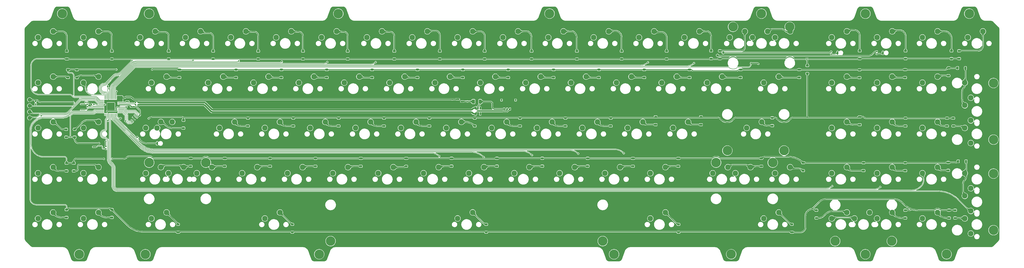
<source format=gbr>
%TF.GenerationSoftware,KiCad,Pcbnew,7.0.2*%
%TF.CreationDate,2023-07-26T10:20:05+10:00*%
%TF.ProjectId,W1-AT PCB,57312d41-5420-4504-9342-2e6b69636164,rev?*%
%TF.SameCoordinates,Original*%
%TF.FileFunction,Copper,L2,Bot*%
%TF.FilePolarity,Positive*%
%FSLAX46Y46*%
G04 Gerber Fmt 4.6, Leading zero omitted, Abs format (unit mm)*
G04 Created by KiCad (PCBNEW 7.0.2) date 2023-07-26 10:20:05*
%MOMM*%
%LPD*%
G01*
G04 APERTURE LIST*
G04 Aperture macros list*
%AMRoundRect*
0 Rectangle with rounded corners*
0 $1 Rounding radius*
0 $2 $3 $4 $5 $6 $7 $8 $9 X,Y pos of 4 corners*
0 Add a 4 corners polygon primitive as box body*
4,1,4,$2,$3,$4,$5,$6,$7,$8,$9,$2,$3,0*
0 Add four circle primitives for the rounded corners*
1,1,$1+$1,$2,$3*
1,1,$1+$1,$4,$5*
1,1,$1+$1,$6,$7*
1,1,$1+$1,$8,$9*
0 Add four rect primitives between the rounded corners*
20,1,$1+$1,$2,$3,$4,$5,0*
20,1,$1+$1,$4,$5,$6,$7,0*
20,1,$1+$1,$6,$7,$8,$9,0*
20,1,$1+$1,$8,$9,$2,$3,0*%
G04 Aperture macros list end*
%TA.AperFunction,ComponentPad*%
%ADD10C,2.300000*%
%TD*%
%TA.AperFunction,ComponentPad*%
%ADD11C,4.000000*%
%TD*%
%TA.AperFunction,SMDPad,CuDef*%
%ADD12RoundRect,0.225000X0.375000X-0.225000X0.375000X0.225000X-0.375000X0.225000X-0.375000X-0.225000X0*%
%TD*%
%TA.AperFunction,SMDPad,CuDef*%
%ADD13RoundRect,0.250000X-0.375000X-0.625000X0.375000X-0.625000X0.375000X0.625000X-0.375000X0.625000X0*%
%TD*%
%TA.AperFunction,SMDPad,CuDef*%
%ADD14RoundRect,0.225000X-0.375000X0.225000X-0.375000X-0.225000X0.375000X-0.225000X0.375000X0.225000X0*%
%TD*%
%TA.AperFunction,SMDPad,CuDef*%
%ADD15RoundRect,0.150000X-0.150000X-0.275000X0.150000X-0.275000X0.150000X0.275000X-0.150000X0.275000X0*%
%TD*%
%TA.AperFunction,SMDPad,CuDef*%
%ADD16RoundRect,0.175000X-0.175000X-0.225000X0.175000X-0.225000X0.175000X0.225000X-0.175000X0.225000X0*%
%TD*%
%TA.AperFunction,SMDPad,CuDef*%
%ADD17RoundRect,0.050000X0.050000X-0.387500X0.050000X0.387500X-0.050000X0.387500X-0.050000X-0.387500X0*%
%TD*%
%TA.AperFunction,SMDPad,CuDef*%
%ADD18RoundRect,0.050000X0.387500X-0.050000X0.387500X0.050000X-0.387500X0.050000X-0.387500X-0.050000X0*%
%TD*%
%TA.AperFunction,ComponentPad*%
%ADD19C,0.600000*%
%TD*%
%TA.AperFunction,SMDPad,CuDef*%
%ADD20RoundRect,0.144000X1.456000X-1.456000X1.456000X1.456000X-1.456000X1.456000X-1.456000X-1.456000X0*%
%TD*%
%TA.AperFunction,SMDPad,CuDef*%
%ADD21RoundRect,0.135000X0.135000X0.185000X-0.135000X0.185000X-0.135000X-0.185000X0.135000X-0.185000X0*%
%TD*%
%TA.AperFunction,ComponentPad*%
%ADD22R,1.700000X1.700000*%
%TD*%
%TA.AperFunction,ComponentPad*%
%ADD23O,1.700000X1.700000*%
%TD*%
%TA.AperFunction,SMDPad,CuDef*%
%ADD24RoundRect,0.135000X-0.185000X0.135000X-0.185000X-0.135000X0.185000X-0.135000X0.185000X0.135000X0*%
%TD*%
%TA.AperFunction,SMDPad,CuDef*%
%ADD25RoundRect,0.140000X-0.170000X0.140000X-0.170000X-0.140000X0.170000X-0.140000X0.170000X0.140000X0*%
%TD*%
%TA.AperFunction,SMDPad,CuDef*%
%ADD26RoundRect,0.150000X0.150000X-0.600000X0.150000X0.600000X-0.150000X0.600000X-0.150000X-0.600000X0*%
%TD*%
%TA.AperFunction,SMDPad,CuDef*%
%ADD27RoundRect,0.225000X-0.225000X-0.375000X0.225000X-0.375000X0.225000X0.375000X-0.225000X0.375000X0*%
%TD*%
%TA.AperFunction,SMDPad,CuDef*%
%ADD28RoundRect,0.140000X-0.140000X-0.170000X0.140000X-0.170000X0.140000X0.170000X-0.140000X0.170000X0*%
%TD*%
%TA.AperFunction,SMDPad,CuDef*%
%ADD29RoundRect,0.140000X-0.219203X-0.021213X-0.021213X-0.219203X0.219203X0.021213X0.021213X0.219203X0*%
%TD*%
%TA.AperFunction,SMDPad,CuDef*%
%ADD30RoundRect,0.140000X0.170000X-0.140000X0.170000X0.140000X-0.170000X0.140000X-0.170000X-0.140000X0*%
%TD*%
%TA.AperFunction,SMDPad,CuDef*%
%ADD31RoundRect,0.135000X0.226274X0.035355X0.035355X0.226274X-0.226274X-0.035355X-0.035355X-0.226274X0*%
%TD*%
%TA.AperFunction,SMDPad,CuDef*%
%ADD32RoundRect,0.150000X0.150000X-0.475000X0.150000X0.475000X-0.150000X0.475000X-0.150000X-0.475000X0*%
%TD*%
%TA.AperFunction,SMDPad,CuDef*%
%ADD33RoundRect,0.140000X0.219203X0.021213X0.021213X0.219203X-0.219203X-0.021213X-0.021213X-0.219203X0*%
%TD*%
%TA.AperFunction,SMDPad,CuDef*%
%ADD34RoundRect,0.075000X-0.318198X-0.212132X-0.212132X-0.318198X0.318198X0.212132X0.212132X0.318198X0*%
%TD*%
%TA.AperFunction,SMDPad,CuDef*%
%ADD35RoundRect,0.062500X0.494975X-0.583363X0.583363X-0.494975X-0.494975X0.583363X-0.583363X0.494975X0*%
%TD*%
%TA.AperFunction,SMDPad,CuDef*%
%ADD36RoundRect,0.137500X0.612500X-0.137500X0.612500X0.137500X-0.612500X0.137500X-0.612500X-0.137500X0*%
%TD*%
%TA.AperFunction,SMDPad,CuDef*%
%ADD37RoundRect,0.140000X0.021213X-0.219203X0.219203X-0.021213X-0.021213X0.219203X-0.219203X0.021213X0*%
%TD*%
%TA.AperFunction,SMDPad,CuDef*%
%ADD38RoundRect,0.135000X0.185000X-0.135000X0.185000X0.135000X-0.185000X0.135000X-0.185000X-0.135000X0*%
%TD*%
%TA.AperFunction,SMDPad,CuDef*%
%ADD39RoundRect,0.150000X-0.587500X-0.150000X0.587500X-0.150000X0.587500X0.150000X-0.587500X0.150000X0*%
%TD*%
%TA.AperFunction,SMDPad,CuDef*%
%ADD40O,1.900000X0.400000*%
%TD*%
%TA.AperFunction,SMDPad,CuDef*%
%ADD41RoundRect,0.100000X0.850000X-0.100000X0.850000X0.100000X-0.850000X0.100000X-0.850000X-0.100000X0*%
%TD*%
%TA.AperFunction,ViaPad*%
%ADD42C,0.600000*%
%TD*%
%TA.AperFunction,ViaPad*%
%ADD43C,1.000000*%
%TD*%
%TA.AperFunction,Conductor*%
%ADD44C,0.200000*%
%TD*%
%TA.AperFunction,Conductor*%
%ADD45C,0.400000*%
%TD*%
%TA.AperFunction,Conductor*%
%ADD46C,0.300000*%
%TD*%
%TA.AperFunction,Conductor*%
%ADD47C,0.500000*%
%TD*%
%TA.AperFunction,Conductor*%
%ADD48C,0.700000*%
%TD*%
G04 APERTURE END LIST*
D10*
%TO.P,SW2,1,1*%
%TO.N,COL0*%
X-3810000Y2540000D03*
%TO.P,SW2,2,2*%
%TO.N,Net-(D1-A)*%
X2540000Y5080000D03*
%TD*%
%TO.P,SW56,1,1*%
%TO.N,COL12*%
X239077500Y-16510000D03*
%TO.P,SW56,2,2*%
%TO.N,Net-(D55-A)*%
X245427500Y-13970000D03*
%TD*%
D11*
%TO.P,S1,*%
%TO.N,*%
X233362500Y-83168097D03*
X119062500Y-83168097D03*
%TD*%
D10*
%TO.P,SW33,1,1*%
%TO.N,COL6*%
X120015000Y-54610000D03*
%TO.P,SW33,2,2*%
%TO.N,Net-(D32-A)*%
X126365000Y-52070000D03*
%TD*%
%TO.P,SW49,1,1*%
%TO.N,COL10*%
X205740000Y-35560000D03*
%TO.P,SW49,2,2*%
%TO.N,Net-(D48-A)*%
X212090000Y-33020000D03*
%TD*%
%TO.P,SW78,1,1*%
%TO.N,COL19*%
X387985000Y-80010000D03*
%TO.P,SW78,2,2*%
%TO.N,Net-(D87-A)*%
X385445000Y-73660000D03*
%TD*%
D11*
%TO.P,S3,*%
%TO.N,*%
X42862500Y-50165000D03*
X66675000Y-50165000D03*
%TD*%
%TO.P,S4,*%
%TO.N,*%
X288112170Y6985000D03*
X311924670Y6985000D03*
%TD*%
D10*
%TO.P,SW63,1,1*%
%TO.N,COL13*%
X253365000Y-73660000D03*
%TO.P,SW63,2,2*%
%TO.N,Net-(D62-A)*%
X259715000Y-71120000D03*
%TD*%
%TO.P,SW51,1,1*%
%TO.N,COL11*%
X210502500Y2540000D03*
%TO.P,SW51,2,2*%
%TO.N,Net-(D50-A)*%
X216852500Y5080000D03*
%TD*%
%TO.P,SW52,1,1*%
%TO.N,COL11*%
X220027500Y-16510000D03*
%TO.P,SW52,2,2*%
%TO.N,Net-(D51-A)*%
X226377500Y-13970000D03*
%TD*%
%TO.P,SW7,1,1*%
%TO.N,COL1*%
X15240000Y2540000D03*
%TO.P,SW7,2,2*%
%TO.N,Net-(D6-A)*%
X21590000Y5080000D03*
%TD*%
D11*
%TO.P,H5,1*%
%TO.N,N/C*%
X114294670Y-88707501D03*
%TD*%
%TO.P,H2,1*%
%TO.N,N/C*%
X343674670Y-88712879D03*
%TD*%
D10*
%TO.P,SW97,1,1*%
%TO.N,COL16*%
X339090000Y-73660000D03*
%TO.P,SW97,2,2*%
%TO.N,Net-(D91-A)*%
X345440000Y-71120000D03*
%TD*%
%TO.P,SW70,1,1*%
%TO.N,COL15*%
X300970920Y-16510000D03*
%TO.P,SW70,2,2*%
%TO.N,Net-(D69-A)*%
X307320920Y-13970000D03*
%TD*%
%TO.P,SW30,1,1*%
%TO.N,COL6*%
X115252500Y2540000D03*
%TO.P,SW30,2,2*%
%TO.N,Net-(D29-A)*%
X121602500Y5080000D03*
%TD*%
%TO.P,SW37,1,1*%
%TO.N,COL7*%
X139065000Y-54610000D03*
%TO.P,SW37,2,2*%
%TO.N,Net-(D36-A)*%
X145415000Y-52070000D03*
%TD*%
%TO.P,SW81,1,1*%
%TO.N,COL18*%
X367665000Y-35560000D03*
%TO.P,SW81,2,2*%
%TO.N,Net-(D80-A)*%
X374015000Y-33020000D03*
%TD*%
%TO.P,SW14,1,1*%
%TO.N,Net-(D13-A)*%
X46196250Y-35560000D03*
%TO.P,SW14,2,2*%
%TO.N,COL2*%
X52546250Y-33020000D03*
%TD*%
D11*
%TO.P,H7,1*%
%TO.N,N/C*%
X343694670Y12522499D03*
%TD*%
D10*
%TO.P,SW31,1,1*%
%TO.N,COL6*%
X124777500Y-16510000D03*
%TO.P,SW31,2,2*%
%TO.N,Net-(D30-A)*%
X131127500Y-13970000D03*
%TD*%
%TO.P,SW40,1,1*%
%TO.N,COL8*%
X162877500Y-16510000D03*
%TO.P,SW40,2,2*%
%TO.N,Net-(D39-A)*%
X169227500Y-13970000D03*
%TD*%
%TO.P,SW6,1,1*%
%TO.N,COL0*%
X-3829080Y-73660000D03*
%TO.P,SW6,2,2*%
%TO.N,Net-(D5-A)*%
X2520920Y-71120000D03*
%TD*%
%TO.P,SW93,1,1*%
%TO.N,COL16*%
X329565000Y-35560000D03*
%TO.P,SW93,2,2*%
%TO.N,Net-(D89-A)*%
X335915000Y-33020000D03*
%TD*%
%TO.P,SW19,1,1*%
%TO.N,COL3*%
X72390000Y-35560000D03*
%TO.P,SW19,2,2*%
%TO.N,Net-(D18-A)*%
X78740000Y-33020000D03*
%TD*%
%TO.P,SW92,1,1*%
%TO.N,COL14*%
X279558750Y-54610000D03*
%TO.P,SW92,2,2*%
%TO.N,Net-(D66-A)*%
X285908750Y-52070000D03*
%TD*%
%TO.P,SW18,1,1*%
%TO.N,COL3*%
X67627500Y-16510000D03*
%TO.P,SW18,2,2*%
%TO.N,Net-(D17-A)*%
X73977500Y-13970000D03*
%TD*%
%TO.P,SW58,1,1*%
%TO.N,COL12*%
X234315000Y-54610000D03*
%TO.P,SW58,2,2*%
%TO.N,Net-(D57-A)*%
X240665000Y-52070000D03*
%TD*%
%TO.P,SW3,1,1*%
%TO.N,COL0*%
X-3810000Y-16510000D03*
%TO.P,SW3,2,2*%
%TO.N,Net-(D2-A)*%
X2540000Y-13970000D03*
%TD*%
%TO.P,SW83,1,1*%
%TO.N,COL17*%
X348615000Y-73660000D03*
%TO.P,SW83,2,2*%
%TO.N,Net-(D77-A)*%
X354965000Y-71120000D03*
%TD*%
D11*
%TO.P,H10,1*%
%TO.N,N/C*%
X238104670Y-88717501D03*
%TD*%
%TO.P,H11,1*%
%TO.N,N/C*%
X6344670Y12547121D03*
%TD*%
D10*
%TO.P,SW41,1,1*%
%TO.N,COL8*%
X167640000Y-35560000D03*
%TO.P,SW41,2,2*%
%TO.N,Net-(D40-A)*%
X173990000Y-33020000D03*
%TD*%
%TO.P,SW16,1,1*%
%TO.N,COL2*%
X43815000Y-73660000D03*
%TO.P,SW16,2,2*%
%TO.N,Net-(D15-A)*%
X50165000Y-71120000D03*
%TD*%
%TO.P,SW45,1,1*%
%TO.N,COL9*%
X186690000Y-35560000D03*
%TO.P,SW45,2,2*%
%TO.N,Net-(D44-A)*%
X193040000Y-33020000D03*
%TD*%
%TO.P,SW44,1,1*%
%TO.N,COL9*%
X181927500Y-16510000D03*
%TO.P,SW44,2,2*%
%TO.N,Net-(D43-A)*%
X188277500Y-13970000D03*
%TD*%
%TO.P,SW24,1,1*%
%TO.N,COL4*%
X91440000Y-35560000D03*
%TO.P,SW24,2,2*%
%TO.N,Net-(D23-A)*%
X97790000Y-33020000D03*
%TD*%
%TO.P,SW35,1,1*%
%TO.N,COL7*%
X143827500Y-16510000D03*
%TO.P,SW35,2,2*%
%TO.N,Net-(D34-A)*%
X150177500Y-13970000D03*
%TD*%
%TO.P,SW10,1,1*%
%TO.N,COL1*%
X15240000Y-54610000D03*
%TO.P,SW10,2,2*%
%TO.N,Net-(D9-A)*%
X21590000Y-52070000D03*
%TD*%
D11*
%TO.P,S8,*%
%TO.N,*%
X397510000Y-16668750D03*
X397510000Y-40481250D03*
%TD*%
D10*
%TO.P,SW48,1,1*%
%TO.N,COL10*%
X200977500Y-16510000D03*
%TO.P,SW48,2,2*%
%TO.N,Net-(D47-A)*%
X207327500Y-13970000D03*
%TD*%
%TO.P,SW68,1,1*%
%TO.N,COL14*%
X289083750Y-54610000D03*
%TO.P,SW68,2,2*%
%TO.N,Net-(D66-A)*%
X295433750Y-52070000D03*
%TD*%
%TO.P,SW84,1,1*%
%TO.N,COL19*%
X386715000Y2540000D03*
%TO.P,SW84,2,2*%
%TO.N,Net-(D83-A)*%
X393065000Y5080000D03*
%TD*%
D11*
%TO.P,S5,*%
%TO.N,*%
X309543420Y-45085000D03*
X285730920Y-45085000D03*
%TD*%
D10*
%TO.P,SW77,1,1*%
%TO.N,COL17*%
X348615000Y-54610000D03*
%TO.P,SW77,2,2*%
%TO.N,Net-(D76-A)*%
X354965000Y-52070000D03*
%TD*%
%TO.P,SW74,1,1*%
%TO.N,COL17*%
X348615000Y2540000D03*
%TO.P,SW74,2,2*%
%TO.N,Net-(D73-A)*%
X354965000Y5080000D03*
%TD*%
%TO.P,SW86,1,1*%
%TO.N,COL19*%
X387985000Y-41910000D03*
%TO.P,SW86,2,2*%
%TO.N,Net-(D85-A)*%
X385445000Y-35560000D03*
%TD*%
D11*
%TO.P,S6,*%
%TO.N,*%
X280968420Y-50165000D03*
X304780920Y-50165000D03*
%TD*%
D10*
%TO.P,SW75,1,1*%
%TO.N,COL17*%
X348615000Y-16510000D03*
%TO.P,SW75,2,2*%
%TO.N,Net-(D74-A)*%
X354965000Y-13970000D03*
%TD*%
%TO.P,SW54,1,1*%
%TO.N,COL11*%
X215265000Y-54610000D03*
%TO.P,SW54,2,2*%
%TO.N,Net-(D53-A)*%
X221615000Y-52070000D03*
%TD*%
D11*
%TO.P,S7,*%
%TO.N,*%
X354806250Y-83185000D03*
X330993750Y-83185000D03*
%TD*%
D10*
%TO.P,SW50,1,1*%
%TO.N,COL10*%
X196215000Y-54610000D03*
%TO.P,SW50,2,2*%
%TO.N,Net-(D49-A)*%
X202565000Y-52070000D03*
%TD*%
D11*
%TO.P,H3,1*%
%TO.N,N/C*%
X13474670Y-88707501D03*
%TD*%
D10*
%TO.P,SW42,1,1*%
%TO.N,COL8*%
X158115000Y-54610000D03*
%TO.P,SW42,2,2*%
%TO.N,Net-(D41-A)*%
X164465000Y-52070000D03*
%TD*%
%TO.P,SW28,1,1*%
%TO.N,COL5*%
X110490000Y-35560000D03*
%TO.P,SW28,2,2*%
%TO.N,Net-(D27-A)*%
X116840000Y-33020000D03*
%TD*%
%TO.P,SW23,1,1*%
%TO.N,COL4*%
X86677500Y-16510000D03*
%TO.P,SW23,2,2*%
%TO.N,Net-(D22-A)*%
X93027500Y-13970000D03*
%TD*%
%TO.P,SW38,1,1*%
%TO.N,COL8*%
X172402500Y-73643097D03*
%TO.P,SW38,2,2*%
%TO.N,Net-(D37-A)*%
X178752500Y-71103097D03*
%TD*%
%TO.P,SW20,1,1*%
%TO.N,COL3*%
X62865000Y-54610000D03*
%TO.P,SW20,2,2*%
%TO.N,Net-(D19-A)*%
X69215000Y-52070000D03*
%TD*%
%TO.P,SW47,1,1*%
%TO.N,COL10*%
X191452500Y2540000D03*
%TO.P,SW47,2,2*%
%TO.N,Net-(D46-A)*%
X197802500Y5080000D03*
%TD*%
%TO.P,SW73,1,1*%
%TO.N,COL15*%
X300970920Y-73660000D03*
%TO.P,SW73,2,2*%
%TO.N,Net-(D72-A)*%
X307320920Y-71120000D03*
%TD*%
%TO.P,SW87,1,1*%
%TO.N,COL19*%
X387985000Y-70485000D03*
%TO.P,SW87,2,2*%
%TO.N,Net-(D86-A)*%
X385445000Y-64135000D03*
%TD*%
%TO.P,SW12,1,1*%
%TO.N,COL2*%
X39052500Y2540000D03*
%TO.P,SW12,2,2*%
%TO.N,Net-(D11-A)*%
X45402500Y5080000D03*
%TD*%
D11*
%TO.P,H8,1*%
%TO.N,N/C*%
X377809972Y-88702879D03*
%TD*%
D10*
%TO.P,SW62,1,1*%
%TO.N,COL13*%
X253365000Y-54610000D03*
%TO.P,SW62,2,2*%
%TO.N,Net-(D61-A)*%
X259715000Y-52070000D03*
%TD*%
D11*
%TO.P,H9,1*%
%TO.N,N/C*%
X287329972Y-88702879D03*
%TD*%
D10*
%TO.P,SW22,1,1*%
%TO.N,COL4*%
X77152500Y2540000D03*
%TO.P,SW22,2,2*%
%TO.N,Net-(D21-A)*%
X83502500Y5080000D03*
%TD*%
%TO.P,SW89,1,1*%
%TO.N,COL2*%
X41433750Y-35560000D03*
%TO.P,SW89,2,2*%
%TO.N,Net-(D13-A)*%
X47783750Y-33020000D03*
%TD*%
D11*
%TO.P,H14,1*%
%TO.N,N/C*%
X387334670Y12532499D03*
%TD*%
D10*
%TO.P,SW76,1,1*%
%TO.N,COL17*%
X348615000Y-35560000D03*
%TO.P,SW76,2,2*%
%TO.N,Net-(D75-A)*%
X354965000Y-33020000D03*
%TD*%
D11*
%TO.P,H1,1*%
%TO.N,N/C*%
X300024670Y12542499D03*
%TD*%
D10*
%TO.P,SW21,1,1*%
%TO.N,COL4*%
X91440000Y-73660000D03*
%TO.P,SW21,2,2*%
%TO.N,Net-(D20-A)*%
X97790000Y-71120000D03*
%TD*%
%TO.P,SW82,1,1*%
%TO.N,COL18*%
X367665000Y-54610000D03*
%TO.P,SW82,2,2*%
%TO.N,Net-(D81-A)*%
X374015000Y-52070000D03*
%TD*%
D11*
%TO.P,S9,*%
%TO.N,*%
X397510000Y-54768750D03*
X397510000Y-78581250D03*
%TD*%
D10*
%TO.P,SW91,1,1*%
%TO.N,COL16*%
X329565000Y-16510000D03*
%TO.P,SW91,2,2*%
%TO.N,Net-(D88-A)*%
X335915000Y-13970000D03*
%TD*%
%TO.P,SW65,1,1*%
%TO.N,COL14*%
X277177500Y-16510000D03*
%TO.P,SW65,2,2*%
%TO.N,Net-(D64-A)*%
X283527500Y-13970000D03*
%TD*%
%TO.P,SW96,1,1*%
%TO.N,COL16*%
X329565000Y-54610000D03*
%TO.P,SW96,2,2*%
%TO.N,Net-(D90-A)*%
X335915000Y-52070000D03*
%TD*%
%TO.P,SW69,1,1*%
%TO.N,COL15*%
X286702500Y2540000D03*
%TO.P,SW69,2,2*%
%TO.N,Net-(D68-A)*%
X293052500Y5080000D03*
%TD*%
%TO.P,SW34,1,1*%
%TO.N,COL7*%
X134302500Y2540000D03*
%TO.P,SW34,2,2*%
%TO.N,Net-(D33-A)*%
X140652500Y5080000D03*
%TD*%
%TO.P,SW79,1,1*%
%TO.N,COL18*%
X367665000Y2540000D03*
%TO.P,SW79,2,2*%
%TO.N,Net-(D78-A)*%
X374015000Y5080000D03*
%TD*%
%TO.P,SW60,1,1*%
%TO.N,COL13*%
X258127500Y-16510000D03*
%TO.P,SW60,2,2*%
%TO.N,Net-(D59-A)*%
X264477500Y-13970000D03*
%TD*%
%TO.P,SW15,1,1*%
%TO.N,COL2*%
X50958750Y-54610000D03*
%TO.P,SW15,2,2*%
%TO.N,Net-(D14-A)*%
X57308750Y-52070000D03*
%TD*%
%TO.P,SW39,1,1*%
%TO.N,COL8*%
X153352500Y2540000D03*
%TO.P,SW39,2,2*%
%TO.N,Net-(D38-A)*%
X159702500Y5080000D03*
%TD*%
%TO.P,SW67,1,1*%
%TO.N,COL16*%
X329565000Y2540000D03*
%TO.P,SW67,2,2*%
%TO.N,Net-(D67-A)*%
X335915000Y5080000D03*
%TD*%
D11*
%TO.P,H13,1*%
%TO.N,N/C*%
X211029972Y12547121D03*
%TD*%
%TO.P,H4,1*%
%TO.N,N/C*%
X41264670Y-88722879D03*
%TD*%
D10*
%TO.P,SW72,1,1*%
%TO.N,COL15*%
X305733420Y-54610000D03*
%TO.P,SW72,2,2*%
%TO.N,Net-(D71-A)*%
X312083420Y-52070000D03*
%TD*%
%TO.P,SW27,1,1*%
%TO.N,COL5*%
X105727500Y-16510000D03*
%TO.P,SW27,2,2*%
%TO.N,Net-(D26-A)*%
X112077500Y-13970000D03*
%TD*%
%TO.P,SW95,1,1*%
%TO.N,COL19*%
X387985000Y-60960000D03*
%TO.P,SW95,2,2*%
%TO.N,Net-(D86-A)*%
X385445000Y-54610000D03*
%TD*%
%TO.P,SW5,1,1*%
%TO.N,COL0*%
X-3829080Y-54610000D03*
%TO.P,SW5,2,2*%
%TO.N,Net-(D4-A)*%
X2520920Y-52070000D03*
%TD*%
%TO.P,SW80,1,1*%
%TO.N,COL18*%
X367665000Y-16510000D03*
%TO.P,SW80,2,2*%
%TO.N,Net-(D79-A)*%
X374015000Y-13970000D03*
%TD*%
%TO.P,SW94,1,1*%
%TO.N,COL19*%
X387985000Y-22860000D03*
%TO.P,SW94,2,2*%
%TO.N,Net-(D84-A)*%
X385445000Y-16510000D03*
%TD*%
%TO.P,SW26,1,1*%
%TO.N,COL5*%
X96202500Y2540000D03*
%TO.P,SW26,2,2*%
%TO.N,Net-(D25-A)*%
X102552500Y5080000D03*
%TD*%
%TO.P,SW4,1,1*%
%TO.N,COL0*%
X-3829080Y-35560000D03*
%TO.P,SW4,2,2*%
%TO.N,Net-(D3-A)*%
X2520920Y-33020000D03*
%TD*%
%TO.P,SW46,1,1*%
%TO.N,COL9*%
X177165000Y-54610000D03*
%TO.P,SW46,2,2*%
%TO.N,Net-(D45-A)*%
X183515000Y-52070000D03*
%TD*%
%TO.P,SW98,1,1*%
%TO.N,COL16*%
X329565000Y-73660000D03*
%TO.P,SW98,2,2*%
%TO.N,Net-(D91-A)*%
X335915000Y-71120000D03*
%TD*%
%TO.P,SW61,1,1*%
%TO.N,COL13*%
X262890000Y-35560000D03*
%TO.P,SW61,2,2*%
%TO.N,Net-(D60-A)*%
X269240000Y-33020000D03*
%TD*%
%TO.P,SW11,1,1*%
%TO.N,COL1*%
X15240000Y-73660000D03*
%TO.P,SW11,2,2*%
%TO.N,Net-(D10-A)*%
X21590000Y-71120000D03*
%TD*%
%TO.P,SW43,1,1*%
%TO.N,COL9*%
X172402500Y2540000D03*
%TO.P,SW43,2,2*%
%TO.N,Net-(D42-A)*%
X178752500Y5080000D03*
%TD*%
D11*
%TO.P,H12,1*%
%TO.N,N/C*%
X42854670Y12537121D03*
%TD*%
D10*
%TO.P,SW85,1,1*%
%TO.N,COL19*%
X387985000Y-32385000D03*
%TO.P,SW85,2,2*%
%TO.N,Net-(D84-A)*%
X385445000Y-26035000D03*
%TD*%
%TO.P,SW53,1,1*%
%TO.N,COL11*%
X224790000Y-35560000D03*
%TO.P,SW53,2,2*%
%TO.N,Net-(D52-A)*%
X231140000Y-33020000D03*
%TD*%
%TO.P,SW32,1,1*%
%TO.N,COL6*%
X129540000Y-35560000D03*
%TO.P,SW32,2,2*%
%TO.N,Net-(D31-A)*%
X135890000Y-33020000D03*
%TD*%
%TO.P,SW36,1,1*%
%TO.N,COL7*%
X148590000Y-35560000D03*
%TO.P,SW36,2,2*%
%TO.N,Net-(D35-A)*%
X154940000Y-33020000D03*
%TD*%
D11*
%TO.P,H6,1*%
%TO.N,N/C*%
X122309972Y12537121D03*
%TD*%
D10*
%TO.P,SW71,1,1*%
%TO.N,COL15*%
X293814500Y-35560000D03*
%TO.P,SW71,2,2*%
%TO.N,Net-(D70-A)*%
X300164500Y-33020000D03*
%TD*%
%TO.P,SW64,1,1*%
%TO.N,COL14*%
X267652500Y2540000D03*
%TO.P,SW64,2,2*%
%TO.N,Net-(D63-A)*%
X274002500Y5080000D03*
%TD*%
%TO.P,SW88,1,1*%
%TO.N,COL18*%
X367665000Y-73660000D03*
%TO.P,SW88,2,2*%
%TO.N,Net-(D82-A)*%
X374015000Y-71120000D03*
%TD*%
%TO.P,SW29,1,1*%
%TO.N,COL5*%
X100965000Y-54610000D03*
%TO.P,SW29,2,2*%
%TO.N,Net-(D28-A)*%
X107315000Y-52070000D03*
%TD*%
%TO.P,SW99,1,1*%
%TO.N,COL14*%
X305733420Y2540000D03*
%TO.P,SW99,2,2*%
%TO.N,Net-(D65-A)*%
X312083420Y5080000D03*
%TD*%
%TO.P,SW17,1,1*%
%TO.N,COL3*%
X58102500Y2540000D03*
%TO.P,SW17,2,2*%
%TO.N,Net-(D16-A)*%
X64452500Y5080000D03*
%TD*%
%TO.P,SW55,1,1*%
%TO.N,COL12*%
X229552500Y2540000D03*
%TO.P,SW55,2,2*%
%TO.N,Net-(D54-A)*%
X235902500Y5080000D03*
%TD*%
%TO.P,SW25,1,1*%
%TO.N,COL4*%
X81915000Y-54610000D03*
%TO.P,SW25,2,2*%
%TO.N,Net-(D24-A)*%
X88265000Y-52070000D03*
%TD*%
%TO.P,SW9,1,1*%
%TO.N,COL1*%
X15240000Y-35560000D03*
%TO.P,SW9,2,2*%
%TO.N,Net-(D8-A)*%
X21590000Y-33020000D03*
%TD*%
%TO.P,SW57,1,1*%
%TO.N,COL12*%
X243840000Y-35560000D03*
%TO.P,SW57,2,2*%
%TO.N,Net-(D56-A)*%
X250190000Y-33020000D03*
%TD*%
%TO.P,SW59,1,1*%
%TO.N,COL13*%
X248602500Y2540000D03*
%TO.P,SW59,2,2*%
%TO.N,Net-(D58-A)*%
X254952500Y5080000D03*
%TD*%
%TO.P,SW8,1,1*%
%TO.N,COL1*%
X15240000Y-16510000D03*
%TO.P,SW8,2,2*%
%TO.N,Net-(D7-A)*%
X21590000Y-13970000D03*
%TD*%
%TO.P,SW13,1,1*%
%TO.N,COL2*%
X43815000Y-16510000D03*
%TO.P,SW13,2,2*%
%TO.N,Net-(D12-A)*%
X50165000Y-13970000D03*
%TD*%
%TO.P,SW90,1,1*%
%TO.N,COL2*%
X41433750Y-54610000D03*
%TO.P,SW90,2,2*%
%TO.N,Net-(D14-A)*%
X47783750Y-52070000D03*
%TD*%
%TO.P,SW66,1,1*%
%TO.N,COL14*%
X296227500Y2540000D03*
%TO.P,SW66,2,2*%
%TO.N,Net-(D65-A)*%
X302577500Y5080000D03*
%TD*%
D12*
%TO.P,D11,1,K*%
%TO.N,ROW0*%
X51054000Y-6539500D03*
%TO.P,D11,2,A*%
%TO.N,Net-(D11-A)*%
X51054000Y-3239500D03*
%TD*%
D13*
%TO.P,F2,1*%
%TO.N,+5V*%
X179067000Y-24447500D03*
%TO.P,F2,2*%
%TO.N,VCC*%
X181867000Y-24447500D03*
%TD*%
D12*
%TO.P,D15,1,K*%
%TO.N,ROW4*%
X55003670Y-79437500D03*
%TO.P,D15,2,A*%
%TO.N,Net-(D15-A)*%
X55003670Y-76137500D03*
%TD*%
D14*
%TO.P,D56,1,K*%
%TO.N,ROW2*%
X255587500Y-30893750D03*
%TO.P,D56,2,A*%
%TO.N,Net-(D56-A)*%
X255587500Y-34193750D03*
%TD*%
D12*
%TO.P,D67,1,K*%
%TO.N,ROW0*%
X341312500Y-6412500D03*
%TO.P,D67,2,A*%
%TO.N,Net-(D67-A)*%
X341312500Y-3112500D03*
%TD*%
D14*
%TO.P,D28,1,K*%
%TO.N,ROW3*%
X112712500Y-48356250D03*
%TO.P,D28,2,A*%
%TO.N,Net-(D28-A)*%
X112712500Y-51656250D03*
%TD*%
D15*
%TO.P,J3,1,Pin_1*%
%TO.N,VCC*%
X192002000Y-27592500D03*
%TO.P,J3,2,Pin_2*%
%TO.N,D-*%
X193202000Y-27592500D03*
%TO.P,J3,3,Pin_3*%
%TO.N,D+*%
X194402000Y-27592500D03*
%TO.P,J3,4,Pin_4*%
%TO.N,GND*%
X195602000Y-27592500D03*
D16*
%TO.P,J3,MP*%
%TO.N,N/C*%
X190852000Y-23817500D03*
X196752000Y-23817500D03*
%TD*%
D14*
%TO.P,D57,1,K*%
%TO.N,ROW3*%
X246062500Y-48356250D03*
%TO.P,D57,2,A*%
%TO.N,Net-(D57-A)*%
X246062500Y-51656250D03*
%TD*%
D12*
%TO.P,D83,1,K*%
%TO.N,ROW0*%
X383032000Y-6412500D03*
%TO.P,D83,2,A*%
%TO.N,Net-(D83-A)*%
X383032000Y-3112500D03*
%TD*%
%TO.P,D73,1,K*%
%TO.N,ROW0*%
X360553000Y-6412500D03*
%TO.P,D73,2,A*%
%TO.N,Net-(D73-A)*%
X360553000Y-3112500D03*
%TD*%
D14*
%TO.P,D80,1,K*%
%TO.N,ROW2*%
X377952000Y-31433500D03*
%TO.P,D80,2,A*%
%TO.N,Net-(D80-A)*%
X377952000Y-34733500D03*
%TD*%
D17*
%TO.P,U4,1,IOVDD*%
%TO.N,+3.3V*%
X29397000Y-29948750D03*
%TO.P,U4,2,GPIO0*%
%TO.N,CAPSLED*%
X28997000Y-29948750D03*
%TO.P,U4,3,GPIO1*%
%TO.N,COL12*%
X28597000Y-29948750D03*
%TO.P,U4,4,GPIO2*%
%TO.N,COL11*%
X28197000Y-29948750D03*
%TO.P,U4,5,GPIO3*%
%TO.N,COL10*%
X27797000Y-29948750D03*
%TO.P,U4,6,GPIO4*%
%TO.N,COL9*%
X27397000Y-29948750D03*
%TO.P,U4,7,GPIO5*%
%TO.N,COL8*%
X26997000Y-29948750D03*
%TO.P,U4,8,GPIO6*%
%TO.N,COL16*%
X26597000Y-29948750D03*
%TO.P,U4,9,GPIO7*%
%TO.N,COL17*%
X26197000Y-29948750D03*
%TO.P,U4,10,IOVDD*%
%TO.N,+3.3V*%
X25797000Y-29948750D03*
%TO.P,U4,11,GPIO8*%
%TO.N,COL18*%
X25397000Y-29948750D03*
%TO.P,U4,12,GPIO9*%
%TO.N,COL19*%
X24997000Y-29948750D03*
%TO.P,U4,13,GPIO10*%
%TO.N,unconnected-(U4-GPIO10-Pad13)*%
X24597000Y-29948750D03*
%TO.P,U4,14,GPIO11*%
%TO.N,unconnected-(U4-GPIO11-Pad14)*%
X24197000Y-29948750D03*
D18*
%TO.P,U4,15,GPIO12*%
%TO.N,ROW2*%
X23359500Y-29111250D03*
%TO.P,U4,16,GPIO13*%
%TO.N,ROW3*%
X23359500Y-28711250D03*
%TO.P,U4,17,GPIO14*%
%TO.N,ROW4*%
X23359500Y-28311250D03*
%TO.P,U4,18,GPIO15*%
%TO.N,COL0*%
X23359500Y-27911250D03*
%TO.P,U4,19,TESTEN*%
%TO.N,GND*%
X23359500Y-27511250D03*
%TO.P,U4,20,XIN*%
%TO.N,XIN*%
X23359500Y-27111250D03*
%TO.P,U4,21,XOUT*%
%TO.N,XOUT*%
X23359500Y-26711250D03*
%TO.P,U4,22,IOVDD*%
%TO.N,+3.3V*%
X23359500Y-26311250D03*
%TO.P,U4,23,DVDD*%
%TO.N,+1V1*%
X23359500Y-25911250D03*
%TO.P,U4,24,SWCLK*%
%TO.N,SWCLK*%
X23359500Y-25511250D03*
%TO.P,U4,25,SWD*%
%TO.N,SWD*%
X23359500Y-25111250D03*
%TO.P,U4,26,RUN*%
%TO.N,RESET*%
X23359500Y-24711250D03*
%TO.P,U4,27,GPIO16*%
%TO.N,ROW0*%
X23359500Y-24311250D03*
%TO.P,U4,28,GPIO17*%
%TO.N,ROW1*%
X23359500Y-23911250D03*
D17*
%TO.P,U4,29,GPIO18*%
%TO.N,COL1*%
X24197000Y-23073750D03*
%TO.P,U4,30,GPIO19*%
%TO.N,COL2*%
X24597000Y-23073750D03*
%TO.P,U4,31,GPIO20*%
%TO.N,COL3*%
X24997000Y-23073750D03*
%TO.P,U4,32,GPIO21*%
%TO.N,COL4*%
X25397000Y-23073750D03*
%TO.P,U4,33,IOVDD*%
%TO.N,+3.3V*%
X25797000Y-23073750D03*
%TO.P,U4,34,GPIO22*%
%TO.N,NUMLED1*%
X26197000Y-23073750D03*
%TO.P,U4,35,GPIO23*%
%TO.N,COL5*%
X26597000Y-23073750D03*
%TO.P,U4,36,GPIO24*%
%TO.N,COL6*%
X26997000Y-23073750D03*
%TO.P,U4,37,GPIO25*%
%TO.N,COL7*%
X27397000Y-23073750D03*
%TO.P,U4,38,GPIO26_ADC0*%
%TO.N,COL13*%
X27797000Y-23073750D03*
%TO.P,U4,39,GPIO27_ADC1*%
%TO.N,COL14*%
X28197000Y-23073750D03*
%TO.P,U4,40,GPIO28_ADC2*%
%TO.N,COL15*%
X28597000Y-23073750D03*
%TO.P,U4,41,GPIO29_ADC3*%
%TO.N,NUMLED2*%
X28997000Y-23073750D03*
%TO.P,U4,42,IOVDD*%
%TO.N,+3.3V*%
X29397000Y-23073750D03*
D18*
%TO.P,U4,43,ADC_AVDD*%
X30234500Y-23911250D03*
%TO.P,U4,44,VREG_IN*%
X30234500Y-24311250D03*
%TO.P,U4,45,VREG_VOUT*%
%TO.N,+1V1*%
X30234500Y-24711250D03*
%TO.P,U4,46,USB_DM*%
%TO.N,/USB_DN*%
X30234500Y-25111250D03*
%TO.P,U4,47,USB_DP*%
%TO.N,/USB_DP*%
X30234500Y-25511250D03*
%TO.P,U4,48,USB_VDD*%
%TO.N,+3.3V*%
X30234500Y-25911250D03*
%TO.P,U4,49,IOVDD*%
X30234500Y-26311250D03*
%TO.P,U4,50,DVDD*%
%TO.N,+1V1*%
X30234500Y-26711250D03*
%TO.P,U4,51,QSPI_SD3*%
%TO.N,QSPI_SD3*%
X30234500Y-27111250D03*
%TO.P,U4,52,QSPI_SCLK*%
%TO.N,QSPI_SCLK*%
X30234500Y-27511250D03*
%TO.P,U4,53,QSPI_SD0*%
%TO.N,QSPI_SD0*%
X30234500Y-27911250D03*
%TO.P,U4,54,QSPI_SD2*%
%TO.N,QSPI_SD2*%
X30234500Y-28311250D03*
%TO.P,U4,55,QSPI_SD1*%
%TO.N,QSPI_SD1*%
X30234500Y-28711250D03*
%TO.P,U4,56,QSPI_SS*%
%TO.N,QSPI_SS*%
X30234500Y-29111250D03*
D19*
%TO.P,U4,57,GND*%
%TO.N,GND*%
X25522000Y-27786250D03*
X26797000Y-27786250D03*
X28072000Y-27786250D03*
X25522000Y-26511250D03*
X26797000Y-26511250D03*
D20*
X26797000Y-26511250D03*
D19*
X28072000Y-26511250D03*
X25522000Y-25236250D03*
X26797000Y-25236250D03*
X28072000Y-25236250D03*
%TD*%
D14*
%TO.P,D47,1,K*%
%TO.N,ROW1*%
X212725000Y-11050000D03*
%TO.P,D47,2,A*%
%TO.N,Net-(D47-A)*%
X212725000Y-14350000D03*
%TD*%
%TO.P,D39,1,K*%
%TO.N,ROW1*%
X174625000Y-11050000D03*
%TO.P,D39,2,A*%
%TO.N,Net-(D39-A)*%
X174625000Y-14350000D03*
%TD*%
%TO.P,D27,1,K*%
%TO.N,ROW2*%
X122428000Y-31433500D03*
%TO.P,D27,2,A*%
%TO.N,Net-(D27-A)*%
X122428000Y-34733500D03*
%TD*%
%TO.P,D64,1,K*%
%TO.N,ROW1*%
X291306250Y-11050000D03*
%TO.P,D64,2,A*%
%TO.N,Net-(D64-A)*%
X291306250Y-14350000D03*
%TD*%
D12*
%TO.P,D42,1,K*%
%TO.N,ROW0*%
X183769000Y-6539500D03*
%TO.P,D42,2,A*%
%TO.N,Net-(D42-A)*%
X183769000Y-3239500D03*
%TD*%
%TO.P,D33,1,K*%
%TO.N,ROW0*%
X145796000Y-6539500D03*
%TO.P,D33,2,A*%
%TO.N,Net-(D33-A)*%
X145796000Y-3239500D03*
%TD*%
D21*
%TO.P,R4,1*%
%TO.N,D+*%
X38241670Y-25844500D03*
%TO.P,R4,2*%
%TO.N,/USB_DP*%
X37221670Y-25844500D03*
%TD*%
D14*
%TO.P,D76,1,K*%
%TO.N,ROW3*%
X360426000Y-50229500D03*
%TO.P,D76,2,A*%
%TO.N,Net-(D76-A)*%
X360426000Y-53529500D03*
%TD*%
%TO.P,D43,1,K*%
%TO.N,ROW1*%
X193675000Y-11050000D03*
%TO.P,D43,2,A*%
%TO.N,Net-(D43-A)*%
X193675000Y-14350000D03*
%TD*%
D22*
%TO.P,J2,1,Pin_1*%
%TO.N,GND*%
X-7353330Y-21145500D03*
D23*
%TO.P,J2,2,Pin_2*%
%TO.N,+3.3V*%
X-7353330Y-23685500D03*
%TO.P,J2,3,Pin_3*%
%TO.N,RESET*%
X-7353330Y-26225500D03*
%TO.P,J2,4,Pin_4*%
%TO.N,SWD*%
X-7353330Y-28765500D03*
%TO.P,J2,5,Pin_5*%
%TO.N,SWCLK*%
X-7353330Y-31305500D03*
%TD*%
D24*
%TO.P,R7,1*%
%TO.N,QSPI_SS*%
X24650670Y-43368500D03*
%TO.P,R7,2*%
%TO.N,Net-(R7-Pad2)*%
X24650670Y-44388500D03*
%TD*%
D25*
%TO.P,C10,1*%
%TO.N,+3.3V*%
X25539670Y-32522956D03*
%TO.P,C10,2*%
%TO.N,GND*%
X25539670Y-33482956D03*
%TD*%
D14*
%TO.P,D69,1,K*%
%TO.N,ROW1*%
X315912500Y-11050000D03*
%TO.P,D69,2,A*%
%TO.N,Net-(D69-A)*%
X315912500Y-14350000D03*
%TD*%
D12*
%TO.P,D63,1,K*%
%TO.N,ROW0*%
X278892000Y-6412500D03*
%TO.P,D63,2,A*%
%TO.N,Net-(D63-A)*%
X278892000Y-3112500D03*
%TD*%
D26*
%TO.P,D93,1,A*%
%TO.N,Net-(D93-A)*%
X331975000Y-3968750D03*
%TO.P,D93,2,K*%
%TO.N,GND*%
X334775000Y-3968750D03*
%TD*%
D14*
%TO.P,D14,1,K*%
%TO.N,ROW3*%
X60325000Y-48356250D03*
%TO.P,D14,2,A*%
%TO.N,Net-(D14-A)*%
X60325000Y-51656250D03*
%TD*%
%TO.P,D34,1,K*%
%TO.N,ROW1*%
X155575000Y-11050000D03*
%TO.P,D34,2,A*%
%TO.N,Net-(D34-A)*%
X155575000Y-14350000D03*
%TD*%
D27*
%TO.P,D84,1,K*%
%TO.N,ROW1*%
X382399000Y-10350500D03*
%TO.P,D84,2,A*%
%TO.N,Net-(D84-A)*%
X385699000Y-10350500D03*
%TD*%
D14*
%TO.P,D52,1,K*%
%TO.N,ROW2*%
X236728000Y-31433500D03*
%TO.P,D52,2,A*%
%TO.N,Net-(D52-A)*%
X236728000Y-34733500D03*
%TD*%
%TO.P,D88,1,K*%
%TO.N,ROW1*%
X341249000Y-11113500D03*
%TO.P,D88,2,A*%
%TO.N,Net-(D88-A)*%
X341249000Y-14413500D03*
%TD*%
%TO.P,D85,1,K*%
%TO.N,ROW2*%
X380619000Y-31433500D03*
%TO.P,D85,2,A*%
%TO.N,Net-(D85-A)*%
X380619000Y-34733500D03*
%TD*%
%TO.P,D23,1,K*%
%TO.N,ROW2*%
X103378000Y-31433500D03*
%TO.P,D23,2,A*%
%TO.N,Net-(D23-A)*%
X103378000Y-34733500D03*
%TD*%
%TO.P,D89,1,K*%
%TO.N,ROW2*%
X341312500Y-30893750D03*
%TO.P,D89,2,A*%
%TO.N,Net-(D89-A)*%
X341312500Y-34193750D03*
%TD*%
D27*
%TO.P,D86,1,K*%
%TO.N,ROW3*%
X382652000Y-49593500D03*
%TO.P,D86,2,A*%
%TO.N,Net-(D86-A)*%
X385952000Y-49593500D03*
%TD*%
D12*
%TO.P,D6,1,K*%
%TO.N,ROW0*%
X27178000Y-6539500D03*
%TO.P,D6,2,A*%
%TO.N,Net-(D6-A)*%
X27178000Y-3239500D03*
%TD*%
D14*
%TO.P,D48,1,K*%
%TO.N,ROW2*%
X217678000Y-31433500D03*
%TO.P,D48,2,A*%
%TO.N,Net-(D48-A)*%
X217678000Y-34733500D03*
%TD*%
D12*
%TO.P,D78,1,K*%
%TO.N,ROW0*%
X379857000Y-6412500D03*
%TO.P,D78,2,A*%
%TO.N,Net-(D78-A)*%
X379857000Y-3112500D03*
%TD*%
D26*
%TO.P,D92,1,A*%
%TO.N,Net-(D92-A)*%
X46225000Y-42068750D03*
%TO.P,D92,2,K*%
%TO.N,GND*%
X49025000Y-42068750D03*
%TD*%
D24*
%TO.P,R6,1*%
%TO.N,+3.3V*%
X-4813330Y-24445500D03*
%TO.P,R6,2*%
%TO.N,RESET*%
X-4813330Y-25465500D03*
%TD*%
D28*
%TO.P,C6,1*%
%TO.N,+1V1*%
X33302000Y-26733500D03*
%TO.P,C6,2*%
%TO.N,GND*%
X34262000Y-26733500D03*
%TD*%
D12*
%TO.P,D20,1,K*%
%TO.N,ROW4*%
X102997000Y-79437500D03*
%TO.P,D20,2,A*%
%TO.N,Net-(D20-A)*%
X102997000Y-76137500D03*
%TD*%
D14*
%TO.P,D74,1,K*%
%TO.N,ROW1*%
X360362500Y-11050000D03*
%TO.P,D74,2,A*%
%TO.N,Net-(D74-A)*%
X360362500Y-14350000D03*
%TD*%
%TO.P,D79,1,K*%
%TO.N,ROW1*%
X378618750Y-10256250D03*
%TO.P,D79,2,A*%
%TO.N,Net-(D79-A)*%
X378618750Y-13556250D03*
%TD*%
D12*
%TO.P,D58,1,K*%
%TO.N,ROW0*%
X260223000Y-6539500D03*
%TO.P,D58,2,A*%
%TO.N,Net-(D58-A)*%
X260223000Y-3239500D03*
%TD*%
D14*
%TO.P,D71,1,K*%
%TO.N,ROW3*%
X317500000Y-50229500D03*
%TO.P,D71,2,A*%
%TO.N,Net-(D71-A)*%
X317500000Y-53529500D03*
%TD*%
D12*
%TO.P,D8,1,K*%
%TO.N,ROW2*%
X11557000Y-39432500D03*
%TO.P,D8,2,A*%
%TO.N,Net-(D8-A)*%
X11557000Y-36132500D03*
%TD*%
D14*
%TO.P,D10,1,K*%
%TO.N,ROW4*%
X27178000Y-69914500D03*
%TO.P,D10,2,A*%
%TO.N,Net-(D10-A)*%
X27178000Y-73214500D03*
%TD*%
%TO.P,D81,1,K*%
%TO.N,ROW3*%
X378460000Y-50102500D03*
%TO.P,D81,2,A*%
%TO.N,Net-(D81-A)*%
X378460000Y-53402500D03*
%TD*%
D29*
%TO.P,C4,1*%
%TO.N,+3.3V*%
X30902589Y-31474089D03*
%TO.P,C4,2*%
%TO.N,GND*%
X31581411Y-32152911D03*
%TD*%
D25*
%TO.P,C11,1*%
%TO.N,+3.3V*%
X35306000Y-26634500D03*
%TO.P,C11,2*%
%TO.N,GND*%
X35306000Y-27594500D03*
%TD*%
D30*
%TO.P,C3,1*%
%TO.N,+1V1*%
X33401000Y-24391500D03*
%TO.P,C3,2*%
%TO.N,GND*%
X33401000Y-23431500D03*
%TD*%
D31*
%TO.P,R2,1*%
%TO.N,Net-(D92-A)*%
X38587624Y-40175124D03*
%TO.P,R2,2*%
%TO.N,CAPSLED*%
X37866376Y-39453876D03*
%TD*%
D14*
%TO.P,D7,1,K*%
%TO.N,ROW1*%
X12446000Y-11112500D03*
%TO.P,D7,2,A*%
%TO.N,Net-(D7-A)*%
X12446000Y-14412500D03*
%TD*%
D12*
%TO.P,D50,1,K*%
%TO.N,ROW0*%
X222504000Y-6539500D03*
%TO.P,D50,2,A*%
%TO.N,Net-(D50-A)*%
X222504000Y-3239500D03*
%TD*%
D30*
%TO.P,C8,1*%
%TO.N,+1V1*%
X19558000Y-25562500D03*
%TO.P,C8,2*%
%TO.N,GND*%
X19558000Y-24602500D03*
%TD*%
D14*
%TO.P,D24,1,K*%
%TO.N,ROW3*%
X93662500Y-48356250D03*
%TO.P,D24,2,A*%
%TO.N,Net-(D24-A)*%
X93662500Y-51656250D03*
%TD*%
D30*
%TO.P,C9,1*%
%TO.N,+3.3V*%
X31381670Y-22260500D03*
%TO.P,C9,2*%
%TO.N,GND*%
X31381670Y-21300500D03*
%TD*%
D12*
%TO.P,D46,1,K*%
%TO.N,ROW0*%
X203454000Y-6539500D03*
%TO.P,D46,2,A*%
%TO.N,Net-(D46-A)*%
X203454000Y-3239500D03*
%TD*%
D14*
%TO.P,D70,1,K*%
%TO.N,ROW2*%
X304546000Y-31306500D03*
%TO.P,D70,2,A*%
%TO.N,Net-(D70-A)*%
X304546000Y-34606500D03*
%TD*%
D12*
%TO.P,D68,1,K*%
%TO.N,ROW0*%
X282575000Y-6412500D03*
%TO.P,D68,2,A*%
%TO.N,Net-(D68-A)*%
X282575000Y-3112500D03*
%TD*%
D32*
%TO.P,U3,1,IO1*%
%TO.N,unconnected-(U3-IO1-Pad1)*%
X181925000Y-29559500D03*
%TO.P,U3,2,VN*%
%TO.N,GND*%
X180975000Y-29559500D03*
%TO.P,U3,3,IO2*%
%TO.N,D+*%
X180025000Y-29634500D03*
%TO.P,U3,4,IO3*%
%TO.N,D-*%
X180025000Y-27209500D03*
%TO.P,U3,5,VP*%
%TO.N,VCC*%
X180975000Y-27209500D03*
%TO.P,U3,6,IO4*%
%TO.N,unconnected-(U3-IO4-Pad6)*%
X181925000Y-27209500D03*
%TD*%
D12*
%TO.P,D38,1,K*%
%TO.N,ROW0*%
X164973000Y-6539500D03*
%TO.P,D38,2,A*%
%TO.N,Net-(D38-A)*%
X164973000Y-3239500D03*
%TD*%
D14*
%TO.P,D91,1,K*%
%TO.N,ROW4*%
X323088000Y-70168500D03*
%TO.P,D91,2,A*%
%TO.N,Net-(D91-A)*%
X323088000Y-73468500D03*
%TD*%
D21*
%TO.P,R5,1*%
%TO.N,D-*%
X38241670Y-24828500D03*
%TO.P,R5,2*%
%TO.N,/USB_DN*%
X37221670Y-24828500D03*
%TD*%
D12*
%TO.P,D25,1,K*%
%TO.N,ROW0*%
X107442000Y-6539500D03*
%TO.P,D25,2,A*%
%TO.N,Net-(D25-A)*%
X107442000Y-3239500D03*
%TD*%
D14*
%TO.P,D5,1,K*%
%TO.N,ROW4*%
X8128000Y-69914500D03*
%TO.P,D5,2,A*%
%TO.N,Net-(D5-A)*%
X8128000Y-73214500D03*
%TD*%
%TO.P,D90,1,K*%
%TO.N,ROW3*%
X342900000Y-50229500D03*
%TO.P,D90,2,A*%
%TO.N,Net-(D90-A)*%
X342900000Y-53529500D03*
%TD*%
%TO.P,D87,1,K*%
%TO.N,ROW4*%
X381381000Y-70168500D03*
%TO.P,D87,2,A*%
%TO.N,Net-(D87-A)*%
X381381000Y-73468500D03*
%TD*%
D12*
%TO.P,D1,1,K*%
%TO.N,ROW0*%
X8267670Y-6540500D03*
%TO.P,D1,2,A*%
%TO.N,Net-(D1-A)*%
X8267670Y-3240500D03*
%TD*%
D14*
%TO.P,D77,1,K*%
%TO.N,ROW4*%
X360426000Y-70168500D03*
%TO.P,D77,2,A*%
%TO.N,Net-(D77-A)*%
X360426000Y-73468500D03*
%TD*%
%TO.P,D17,1,K*%
%TO.N,ROW1*%
X79375000Y-11050000D03*
%TO.P,D17,2,A*%
%TO.N,Net-(D17-A)*%
X79375000Y-14350000D03*
%TD*%
D12*
%TO.P,D54,1,K*%
%TO.N,ROW0*%
X241300000Y-6539500D03*
%TO.P,D54,2,A*%
%TO.N,Net-(D54-A)*%
X241300000Y-3239500D03*
%TD*%
D14*
%TO.P,D59,1,K*%
%TO.N,ROW1*%
X269875000Y-11050000D03*
%TO.P,D59,2,A*%
%TO.N,Net-(D59-A)*%
X269875000Y-14350000D03*
%TD*%
D26*
%TO.P,D94,1,A*%
%TO.N,Net-(D94-A)*%
X351025000Y-3968750D03*
%TO.P,D94,2,K*%
%TO.N,GND*%
X353825000Y-3968750D03*
%TD*%
D12*
%TO.P,D3,1,K*%
%TO.N,ROW2*%
X8001000Y-39431500D03*
%TO.P,D3,2,A*%
%TO.N,Net-(D3-A)*%
X8001000Y-36131500D03*
%TD*%
D14*
%TO.P,D32,1,K*%
%TO.N,ROW3*%
X131762500Y-48356250D03*
%TO.P,D32,2,A*%
%TO.N,Net-(D32-A)*%
X131762500Y-51656250D03*
%TD*%
%TO.P,D26,1,K*%
%TO.N,ROW1*%
X117475000Y-11050000D03*
%TO.P,D26,2,A*%
%TO.N,Net-(D26-A)*%
X117475000Y-14350000D03*
%TD*%
D30*
%TO.P,C5,1*%
%TO.N,+3.3V*%
X30365670Y-22260500D03*
%TO.P,C5,2*%
%TO.N,GND*%
X30365670Y-21300500D03*
%TD*%
D14*
%TO.P,D41,1,K*%
%TO.N,ROW3*%
X169862500Y-48324500D03*
%TO.P,D41,2,A*%
%TO.N,Net-(D41-A)*%
X169862500Y-51624500D03*
%TD*%
%TO.P,D53,1,K*%
%TO.N,ROW3*%
X227012500Y-48324500D03*
%TO.P,D53,2,A*%
%TO.N,Net-(D53-A)*%
X227012500Y-51624500D03*
%TD*%
%TO.P,D82,1,K*%
%TO.N,ROW4*%
X378841000Y-70168500D03*
%TO.P,D82,2,A*%
%TO.N,Net-(D82-A)*%
X378841000Y-73468500D03*
%TD*%
D33*
%TO.P,C17,1*%
%TO.N,GND*%
X39595081Y-30882911D03*
%TO.P,C17,2*%
%TO.N,+3.3V*%
X38916259Y-30204089D03*
%TD*%
D25*
%TO.P,C15,1*%
%TO.N,+5V*%
X176542670Y-24447500D03*
%TO.P,C15,2*%
%TO.N,GND*%
X176542670Y-25407500D03*
%TD*%
D14*
%TO.P,D2,1,K*%
%TO.N,ROW1*%
X8731250Y-11050000D03*
%TO.P,D2,2,A*%
%TO.N,Net-(D2-A)*%
X8731250Y-14350000D03*
%TD*%
%TO.P,D45,1,K*%
%TO.N,ROW3*%
X188912500Y-48324500D03*
%TO.P,D45,2,A*%
%TO.N,Net-(D45-A)*%
X188912500Y-51624500D03*
%TD*%
D24*
%TO.P,R1,1*%
%TO.N,/X_OUT*%
X16903670Y-25586501D03*
%TO.P,R1,2*%
%TO.N,XOUT*%
X16903670Y-26606501D03*
%TD*%
D12*
%TO.P,D37,1,K*%
%TO.N,ROW4*%
X184416670Y-79437500D03*
%TO.P,D37,2,A*%
%TO.N,Net-(D37-A)*%
X184416670Y-76137500D03*
%TD*%
D30*
%TO.P,C16,1*%
%TO.N,+3.3V*%
X170192670Y-23530500D03*
%TO.P,C16,2*%
%TO.N,GND*%
X170192670Y-22570500D03*
%TD*%
D14*
%TO.P,D51,1,K*%
%TO.N,ROW1*%
X231775000Y-11050000D03*
%TO.P,D51,2,A*%
%TO.N,Net-(D51-A)*%
X231775000Y-14350000D03*
%TD*%
D12*
%TO.P,D72,1,K*%
%TO.N,ROW4*%
X312813670Y-79437500D03*
%TO.P,D72,2,A*%
%TO.N,Net-(D72-A)*%
X312813670Y-76137500D03*
%TD*%
D14*
%TO.P,D75,1,K*%
%TO.N,ROW2*%
X360553000Y-31433500D03*
%TO.P,D75,2,A*%
%TO.N,Net-(D75-A)*%
X360553000Y-34733500D03*
%TD*%
D28*
%TO.P,C7,1*%
%TO.N,+3.3V*%
X31397000Y-23685500D03*
%TO.P,C7,2*%
%TO.N,GND*%
X32357000Y-23685500D03*
%TD*%
D14*
%TO.P,D18,1,K*%
%TO.N,ROW2*%
X84328000Y-31433500D03*
%TO.P,D18,2,A*%
%TO.N,Net-(D18-A)*%
X84328000Y-34733500D03*
%TD*%
D12*
%TO.P,D62,1,K*%
%TO.N,ROW4*%
X265188670Y-79437500D03*
%TO.P,D62,2,A*%
%TO.N,Net-(D62-A)*%
X265188670Y-76137500D03*
%TD*%
D14*
%TO.P,D40,1,K*%
%TO.N,ROW2*%
X179578000Y-31433500D03*
%TO.P,D40,2,A*%
%TO.N,Net-(D40-A)*%
X179578000Y-34733500D03*
%TD*%
D30*
%TO.P,C13,1*%
%TO.N,+3.3V*%
X18542000Y-25534500D03*
%TO.P,C13,2*%
%TO.N,GND*%
X18542000Y-24574500D03*
%TD*%
D14*
%TO.P,D12,1,K*%
%TO.N,ROW1*%
X55562500Y-11050000D03*
%TO.P,D12,2,A*%
%TO.N,Net-(D12-A)*%
X55562500Y-14350000D03*
%TD*%
D12*
%TO.P,D65,1,K*%
%TO.N,ROW2*%
X319278000Y-12634500D03*
%TO.P,D65,2,A*%
%TO.N,Net-(D65-A)*%
X319278000Y-9334500D03*
%TD*%
D14*
%TO.P,D30,1,K*%
%TO.N,ROW1*%
X136525000Y-11050000D03*
%TO.P,D30,2,A*%
%TO.N,Net-(D30-A)*%
X136525000Y-14350000D03*
%TD*%
%TO.P,D22,1,K*%
%TO.N,ROW1*%
X98425000Y-11050000D03*
%TO.P,D22,2,A*%
%TO.N,Net-(D22-A)*%
X98425000Y-14350000D03*
%TD*%
D25*
%TO.P,C14,1*%
%TO.N,+3.3V*%
X36322000Y-26634500D03*
%TO.P,C14,2*%
%TO.N,GND*%
X36322000Y-27594500D03*
%TD*%
D14*
%TO.P,D60,1,K*%
%TO.N,ROW2*%
X274637500Y-30893750D03*
%TO.P,D60,2,A*%
%TO.N,Net-(D60-A)*%
X274637500Y-34193750D03*
%TD*%
%TO.P,D4,1,K*%
%TO.N,ROW3*%
X8128000Y-50356500D03*
%TO.P,D4,2,A*%
%TO.N,Net-(D4-A)*%
X8128000Y-53656500D03*
%TD*%
D34*
%TO.P,U5,1,~{CS}*%
%TO.N,QSPI_SS*%
X35923431Y-33076059D03*
%TO.P,U5,2,DO(IO1)*%
%TO.N,QSPI_SD1*%
X35569878Y-32722506D03*
%TO.P,U5,3,IO2*%
%TO.N,QSPI_SD2*%
X35216324Y-32368952D03*
%TO.P,U5,4,GND*%
%TO.N,GND*%
X34862771Y-32015399D03*
%TO.P,U5,5,DI(IO0)*%
%TO.N,QSPI_SD0*%
X36842670Y-30035500D03*
%TO.P,U5,6,CLK*%
%TO.N,QSPI_SCLK*%
X37196223Y-30389053D03*
%TO.P,U5,7,IO3*%
%TO.N,QSPI_SD3*%
X37549777Y-30742607D03*
%TO.P,U5,8,VCC*%
%TO.N,+3.3V*%
X37903330Y-31096160D03*
D35*
%TO.P,U5,9*%
%TO.N,N/C*%
X36383050Y-31555779D03*
%TD*%
D36*
%TO.P,SW1,1,1*%
%TO.N,GND*%
X19824670Y-46773500D03*
%TO.P,SW1,2,2*%
%TO.N,Net-(R7-Pad2)*%
X19824670Y-43523500D03*
%TD*%
D14*
%TO.P,D19,1,K*%
%TO.N,ROW3*%
X74612500Y-48356250D03*
%TO.P,D19,2,A*%
%TO.N,Net-(D19-A)*%
X74612500Y-51656250D03*
%TD*%
D37*
%TO.P,C12,1*%
%TO.N,+3.3V*%
X25441589Y-17928911D03*
%TO.P,C12,2*%
%TO.N,GND*%
X26120411Y-17250089D03*
%TD*%
D14*
%TO.P,D66,1,K*%
%TO.N,ROW3*%
X300037500Y-48356250D03*
%TO.P,D66,2,A*%
%TO.N,Net-(D66-A)*%
X300037500Y-51656250D03*
%TD*%
D38*
%TO.P,R3,1*%
%TO.N,Net-(D93-A)*%
X329311000Y-4508500D03*
%TO.P,R3,2*%
%TO.N,NUMLED1*%
X329311000Y-3488500D03*
%TD*%
D14*
%TO.P,D44,1,K*%
%TO.N,ROW2*%
X198628000Y-31433500D03*
%TO.P,D44,2,A*%
%TO.N,Net-(D44-A)*%
X198628000Y-34733500D03*
%TD*%
%TO.P,D49,1,K*%
%TO.N,ROW3*%
X207962500Y-48324500D03*
%TO.P,D49,2,A*%
%TO.N,Net-(D49-A)*%
X207962500Y-51624500D03*
%TD*%
%TO.P,D31,1,K*%
%TO.N,ROW2*%
X141478000Y-31433500D03*
%TO.P,D31,2,A*%
%TO.N,Net-(D31-A)*%
X141478000Y-34733500D03*
%TD*%
D12*
%TO.P,D29,1,K*%
%TO.N,ROW0*%
X126238000Y-6539500D03*
%TO.P,D29,2,A*%
%TO.N,Net-(D29-A)*%
X126238000Y-3239500D03*
%TD*%
D14*
%TO.P,D35,1,K*%
%TO.N,ROW2*%
X160528000Y-31433500D03*
%TO.P,D35,2,A*%
%TO.N,Net-(D35-A)*%
X160528000Y-34733500D03*
%TD*%
D12*
%TO.P,D21,1,K*%
%TO.N,ROW0*%
X88646000Y-6539500D03*
%TO.P,D21,2,A*%
%TO.N,Net-(D21-A)*%
X88646000Y-3239500D03*
%TD*%
D39*
%TO.P,U1,1,GND*%
%TO.N,GND*%
X172496000Y-25397500D03*
%TO.P,U1,2,VO*%
%TO.N,+3.3V*%
X172496000Y-23497500D03*
%TO.P,U1,3,VI*%
%TO.N,+5V*%
X174371000Y-24447500D03*
%TD*%
D14*
%TO.P,D36,1,K*%
%TO.N,ROW3*%
X150812500Y-48356250D03*
%TO.P,D36,2,A*%
%TO.N,Net-(D36-A)*%
X150812500Y-51656250D03*
%TD*%
D38*
%TO.P,R8,1*%
%TO.N,Net-(D94-A)*%
X348488000Y-4381500D03*
%TO.P,R8,2*%
%TO.N,NUMLED2*%
X348488000Y-3361500D03*
%TD*%
D12*
%TO.P,D16,1,K*%
%TO.N,ROW0*%
X69723000Y-6539500D03*
%TO.P,D16,2,A*%
%TO.N,Net-(D16-A)*%
X69723000Y-3239500D03*
%TD*%
D14*
%TO.P,D13,1,K*%
%TO.N,ROW2*%
X57277000Y-32322500D03*
%TO.P,D13,2,A*%
%TO.N,Net-(D13-A)*%
X57277000Y-35622500D03*
%TD*%
D40*
%TO.P,Y2,1*%
%TO.N,XIN*%
X14912142Y-27952000D03*
D41*
%TO.P,Y2,2*%
%TO.N,GND*%
X14912142Y-26752000D03*
%TO.P,Y2,3*%
%TO.N,/X_OUT*%
X14912142Y-25552000D03*
%TD*%
D14*
%TO.P,D55,1,K*%
%TO.N,ROW1*%
X250825000Y-11050000D03*
%TO.P,D55,2,A*%
%TO.N,Net-(D55-A)*%
X250825000Y-14350000D03*
%TD*%
%TO.P,D9,1,K*%
%TO.N,ROW3*%
X11176000Y-50356500D03*
%TO.P,D9,2,A*%
%TO.N,Net-(D9-A)*%
X11176000Y-53656500D03*
%TD*%
%TO.P,D61,1,K*%
%TO.N,ROW3*%
X265112500Y-48356250D03*
%TO.P,D61,2,A*%
%TO.N,Net-(D61-A)*%
X265112500Y-51656250D03*
%TD*%
D42*
%TO.N,COL0*%
X-2500000Y-30372906D03*
%TO.N,COL2*%
X35699670Y-7175500D03*
%TO.N,COL3*%
X61341000Y-7139000D03*
%TO.N,COL4*%
X80468069Y-7365101D03*
%TO.N,COL5*%
X98584185Y-7651315D03*
%TO.N,COL6*%
X117688152Y-7810500D03*
%TO.N,COL7*%
X138011559Y-7860611D03*
%TO.N,COL8*%
X164701491Y-47416991D03*
%TO.N,COL9*%
X183430373Y-47857873D03*
%TO.N,COL10*%
X203664750Y-47010250D03*
%TO.N,COL11*%
X223094857Y-46374357D03*
%TO.N,COL12*%
X242207154Y-46182654D03*
%TO.N,COL13*%
X252344408Y-7942092D03*
%TO.N,COL14*%
X271710835Y-8273335D03*
%TO.N,COL15*%
X298704000Y-8572500D03*
X295656000Y-8318500D03*
%TO.N,COL16*%
X329724959Y-60027789D03*
%TO.N,COL17*%
X349925000Y-60388500D03*
%TO.N,GND*%
X108597670Y-27114500D03*
X185305670Y-50101500D03*
X226707670Y-32702500D03*
X17284670Y-62420500D03*
X351548670Y-9969500D03*
X370852670Y-12001500D03*
X195592670Y-5651500D03*
X246519670Y-2984500D03*
X90690670Y-24828500D03*
X189623670Y-2984500D03*
X156984670Y-5651500D03*
X13347670Y-26098500D03*
X147459670Y-24828500D03*
X31508670Y-49974500D03*
X218325670Y-47307500D03*
X30111670Y-30670500D03*
X208292670Y-5651500D03*
X34163000Y-27622500D03*
X364883670Y-12001500D03*
X365137670Y-63055500D03*
X123456670Y-27114500D03*
X252488670Y-2984500D03*
X147459670Y-22161500D03*
X23888670Y-62928500D03*
X39255670Y-67881500D03*
X115570000Y-7429500D03*
X167017670Y-29781500D03*
X84721670Y-22161500D03*
X22098000Y-47561500D03*
X67449670Y-40957500D03*
X295656000Y-7048500D03*
X39255670Y-26860500D03*
X244487670Y-30035500D03*
X88277670Y-40957500D03*
X365137670Y-65722500D03*
X393670Y-23050500D03*
X185305670Y-27114500D03*
X233184670Y-5651500D03*
X-2400330Y-62547500D03*
X168922670Y-70421500D03*
X146062670Y-43624500D03*
X26670000Y-13271500D03*
X109613670Y-24828500D03*
X36080670Y-29781500D03*
X17653000Y-43497500D03*
X37846000Y-36385500D03*
X36715670Y-35115500D03*
X157099000Y-7683500D03*
X278396670Y-30035500D03*
X6616670Y-46418500D03*
X333514670Y-32448500D03*
X166636670Y-50355500D03*
X389775670Y-9334500D03*
X33286670Y-70548500D03*
X296176670Y-43624500D03*
X12585670Y-67881500D03*
X358140000Y-9334500D03*
X160921670Y-22161500D03*
X250190000Y-7302500D03*
X94246670Y-2984500D03*
X104406670Y-29781500D03*
X183908670Y-43624500D03*
X62115670Y-2984500D03*
X226707670Y-30035500D03*
X298081670Y-30162500D03*
X70370670Y-27114500D03*
X161302670Y-29781500D03*
X15367000Y-43497500D03*
X185305670Y-29781500D03*
X227215670Y-2984500D03*
X257441670Y-32702500D03*
X9791670Y-52387500D03*
X82931000Y-7175500D03*
X265569670Y-40957500D03*
X224294670Y-49974500D03*
X393670Y-25717500D03*
X5219670Y-66611500D03*
X-2794000Y-40957500D03*
X263410670Y-30035500D03*
X383806670Y-12001500D03*
X81546670Y-2984500D03*
X333514670Y-48831500D03*
X371360670Y-51498500D03*
X244487670Y-32702500D03*
X-749330Y-69278500D03*
X113804670Y-67881500D03*
X327545670Y-29781500D03*
X371106670Y-68516500D03*
X6616670Y-48831500D03*
X277126670Y-67754500D03*
X24777670Y-66103500D03*
X40271670Y-30289500D03*
X49796670Y-42989500D03*
X189623670Y-5651500D03*
X31254670Y-29654500D03*
X259600670Y-43624500D03*
X113423670Y-2984500D03*
X10287000Y-17970500D03*
X365391670Y-48831500D03*
X289064670Y-67881500D03*
X327545670Y-48831500D03*
X18034000Y-12255500D03*
X218325670Y-49974500D03*
X56146670Y-2984500D03*
X102628670Y-50355500D03*
X75704670Y-24574500D03*
X151015670Y-5651500D03*
X-2400330Y-51752500D03*
X243090670Y-47053500D03*
X293382670Y-43624500D03*
X62877670Y-67881500D03*
X310146670Y-67754500D03*
X246265670Y-43624500D03*
X20574000Y-30924500D03*
X51193670Y-47688500D03*
X-5194330Y-49085500D03*
X336816670Y-66357500D03*
X13335000Y-20510500D03*
X23114000Y-30162500D03*
X119392670Y-5651500D03*
X199148670Y-49720500D03*
X316115670Y-70421500D03*
X161302670Y-27114500D03*
X12712670Y-60134500D03*
X346341670Y-32448500D03*
X5219670Y-69278500D03*
X246265670Y-40957500D03*
X208800670Y-43624500D03*
X-5194330Y-62547500D03*
X205117670Y-49720500D03*
X371106670Y-63055500D03*
X132600670Y-5651500D03*
X146697670Y-29781500D03*
X202831670Y-40957500D03*
X112915670Y-43624500D03*
X8255000Y-20637500D03*
X17284670Y-65087500D03*
X333514670Y-29781500D03*
X21971000Y-43878500D03*
X14490670Y-65087500D03*
X18554670Y-70548500D03*
X19189670Y-27637750D03*
X170446670Y-43624500D03*
X227469670Y-40957500D03*
X126123670Y-43624500D03*
X261759670Y-49720500D03*
X298081670Y-32829500D03*
X94246670Y-5651500D03*
X214261670Y-2984500D03*
X237121670Y-47053500D03*
X315976000Y-8699500D03*
X255790670Y-47053500D03*
X208292670Y-2984500D03*
X141490670Y-24828500D03*
X240296670Y-43624500D03*
X152031670Y-43624500D03*
X32270670Y-21526500D03*
X227215670Y-5651500D03*
X119392670Y-2984500D03*
X292989000Y-8826500D03*
X205117670Y-47053500D03*
X-2400330Y-65214500D03*
X152031670Y-40957500D03*
X-5194330Y-51752500D03*
X21971000Y-21018500D03*
X293382670Y-40957500D03*
X273824670Y-49466500D03*
X100215670Y-5651500D03*
X37211000Y-27495500D03*
X49796670Y-41211500D03*
X41033670Y-28511500D03*
X265442670Y-5651500D03*
X31889670Y-47180500D03*
X200164670Y-70421500D03*
X354850670Y-4889500D03*
X17272000Y-31178500D03*
X11938000Y-15938500D03*
X103644670Y-22161500D03*
X170446670Y-40957500D03*
X242074670Y-70548500D03*
X192532000Y-7429500D03*
X141363670Y-50355500D03*
X31635670Y-30924500D03*
X28956000Y-14414500D03*
X185305670Y-47434500D03*
X199148670Y-47053500D03*
X27178000Y-4889500D03*
X29972000Y-18986500D03*
X39255670Y-70548500D03*
X202831670Y-43624500D03*
X166636670Y-47434500D03*
X221500670Y-40957500D03*
X6362670Y-60134500D03*
X75577670Y-2984500D03*
X196862670Y-27114500D03*
X18554670Y-67881500D03*
X13335000Y-32575500D03*
X311543670Y-71691500D03*
X75704670Y-21907500D03*
X13347670Y-27368500D03*
X273824670Y-46799500D03*
X371106670Y-65722500D03*
X167017670Y-27114500D03*
X103644670Y-24828500D03*
X259600670Y-40957500D03*
X132600670Y-2984500D03*
X327545670Y-32448500D03*
X107835670Y-67881500D03*
X123456670Y-29781500D03*
X17919670Y-26098500D03*
X335927670Y-3619500D03*
X106946670Y-40957500D03*
X162953670Y-70421500D03*
X248043670Y-70548500D03*
X333514670Y-51498500D03*
X14490670Y-62420500D03*
X121424670Y-50355500D03*
X62877670Y-70548500D03*
X252488670Y-5651500D03*
X-749330Y-66611500D03*
X9664670Y-47688500D03*
X156984670Y-2984500D03*
X6477000Y-4889500D03*
X-4826000Y-40957500D03*
X113804670Y-70548500D03*
X189877670Y-40957500D03*
X201561670Y-29654500D03*
X327545670Y-51498500D03*
X-3924330Y-27622500D03*
X121678670Y-24828500D03*
X333514670Y-9969500D03*
X242074670Y-67881500D03*
X261759670Y-47053500D03*
X31127670Y-20002500D03*
X335927670Y-2730500D03*
X56908670Y-67881500D03*
X100965000Y-7429500D03*
X365137670Y-71183500D03*
X336816670Y-5905500D03*
X35953670Y-24066500D03*
X151015670Y-2984500D03*
X272427670Y-30035500D03*
X160921670Y-24828500D03*
X211709000Y-7556500D03*
X28587670Y-40957500D03*
X40144670Y-27495500D03*
X-8750330Y-23050500D03*
X220738670Y-32702500D03*
X345579670Y-9969500D03*
X48018670Y-2984500D03*
X63766670Y-21907500D03*
X324993000Y-8445500D03*
X20193000Y-24955500D03*
X56908670Y-70548500D03*
X109613670Y-22161500D03*
X255790670Y-49720500D03*
X265442670Y-2984500D03*
X18669000Y-14795500D03*
X62115670Y-5651500D03*
X70370670Y-29781500D03*
X295033670Y-67881500D03*
X132092670Y-43624500D03*
X175526670Y-29781500D03*
X81419670Y-70548500D03*
X351548670Y-12636500D03*
X371360670Y-48831500D03*
X333514670Y-12636500D03*
X16141670Y-27368500D03*
X-3670330Y-20510500D03*
X215646000Y-7556500D03*
X208800670Y-40957500D03*
X22098000Y-45656500D03*
X127647670Y-29781500D03*
X271157670Y-70421500D03*
X127647670Y-27114500D03*
X246519670Y-5651500D03*
X141490670Y-22161500D03*
X201561670Y-32321500D03*
X34937670Y-35369500D03*
X206133670Y-67754500D03*
X272427670Y-32702500D03*
X21209000Y-7556500D03*
X15367000Y-40957500D03*
X28587670Y-39560500D03*
X107835670Y-70548500D03*
X67449670Y-43624500D03*
X271411670Y-5651500D03*
X389775670Y-12001500D03*
X335927670Y-4508500D03*
X81546670Y-5651500D03*
X323354670Y-5905500D03*
X44970670Y-26987500D03*
X100215670Y-2984500D03*
X371106670Y-71183500D03*
X164477670Y-40957500D03*
X200164670Y-67754500D03*
X179336670Y-47434500D03*
X21209000Y-4889500D03*
X346341670Y-29781500D03*
X271411670Y-2984500D03*
X365264670Y-29781500D03*
X352310670Y-32448500D03*
X108597670Y-29781500D03*
X49796670Y-42100500D03*
X257441670Y-30035500D03*
X66814670Y-28130500D03*
X26924000Y-16446500D03*
X173101000Y-7810500D03*
X346722670Y-51498500D03*
X42049670Y-2984500D03*
X196469000Y-7302500D03*
X237121670Y-49720500D03*
X248043670Y-67881500D03*
X138569670Y-5651500D03*
X357378000Y-3746500D03*
X271030670Y-46799500D03*
X342785670Y-63690500D03*
X346722670Y-48831500D03*
X135636000Y-7683500D03*
X73418670Y-43624500D03*
X56146670Y-5651500D03*
X60591670Y-43370500D03*
X164477670Y-43624500D03*
X271157670Y-67754500D03*
X127647670Y-24828500D03*
X84721670Y-24828500D03*
X39001670Y-31559500D03*
X230251000Y-7556500D03*
X138569670Y-2984500D03*
X94246670Y-43624500D03*
X352691670Y-51498500D03*
X87388670Y-70548500D03*
X20701000Y-12001500D03*
X-8750330Y-20383500D03*
X42811670Y-26987500D03*
X-2400330Y-49085500D03*
X28587670Y-38163500D03*
X220738670Y-30035500D03*
X345579670Y-12636500D03*
X13347670Y-47434500D03*
X371233670Y-32448500D03*
X352691670Y-48831500D03*
X27178000Y-7556500D03*
X371233670Y-29781500D03*
X17653000Y-46037500D03*
X304939670Y-5778500D03*
X-2794000Y-43497500D03*
X207530670Y-29654500D03*
X354850670Y-3111500D03*
X138938000Y-7429500D03*
X175907670Y-2984500D03*
X169938670Y-2984500D03*
X298450000Y-10350500D03*
X42811670Y-29654500D03*
X179336670Y-50101500D03*
X166890670Y-22161500D03*
X121678670Y-22161500D03*
X89420670Y-27114500D03*
X20701000Y-10096500D03*
X21463000Y-17208500D03*
X42049670Y-5651500D03*
X127647670Y-22161500D03*
X169938670Y-5651500D03*
X337439000Y-8826500D03*
X327545670Y-9969500D03*
X383806670Y-9334500D03*
X233184670Y-2984500D03*
X75577670Y-5651500D03*
X146697670Y-27114500D03*
X142506670Y-29781500D03*
X365137670Y-68516500D03*
X364883670Y-9334500D03*
X316115670Y-67754500D03*
X175907670Y-5651500D03*
X6477000Y-7556500D03*
X88277670Y-43624500D03*
X25400000Y-36512500D03*
X25273000Y-14668500D03*
X153670000Y-7683500D03*
X296176670Y-40957500D03*
X-3670330Y-23177500D03*
X127393670Y-50355500D03*
X126123670Y-40957500D03*
X81419670Y-67881500D03*
X189877670Y-43624500D03*
X221500670Y-43624500D03*
X354850670Y-4000500D03*
X142506670Y-27114500D03*
X277126670Y-70421500D03*
X10287000Y-16319500D03*
X119126000Y-7429500D03*
X85229670Y-29781500D03*
X336816670Y-63690500D03*
X112915670Y-40957500D03*
X342785670Y-66357500D03*
X227469670Y-43624500D03*
X295033670Y-70548500D03*
X238518670Y-30035500D03*
X393670Y-27749500D03*
X132092670Y-40957500D03*
X233426000Y-7429500D03*
X108597670Y-50355500D03*
X214261670Y-5651500D03*
X175526670Y-27114500D03*
X324104000Y-698500D03*
X243090670Y-49720500D03*
X87388670Y-67881500D03*
X51193670Y-49466500D03*
X160667670Y-50355500D03*
X508000Y-4889500D03*
X162953670Y-67754500D03*
X195592670Y-2984500D03*
X224294670Y-47307500D03*
X183908670Y-40957500D03*
X17653000Y-40957500D03*
X289064670Y-70548500D03*
X33159670Y-33972500D03*
X265569670Y-43624500D03*
X166890670Y-24828500D03*
X90690670Y-22161500D03*
X273431000Y-7556500D03*
X104406670Y-27114500D03*
X278396670Y-32702500D03*
X5334000Y-20637500D03*
X17792670Y-27637750D03*
X12585670Y-70548500D03*
X69735670Y-21907500D03*
X365264670Y-32448500D03*
X508000Y-7556500D03*
X85229670Y-27114500D03*
X302387000Y-7810500D03*
X292112670Y-32829500D03*
X113423670Y-5651500D03*
X263410670Y-32702500D03*
X271030670Y-49466500D03*
X16141670Y-26098500D03*
X176403000Y-7683500D03*
X94246670Y-40957500D03*
X146062670Y-40957500D03*
X15367000Y-46037500D03*
X206133670Y-70421500D03*
X147332670Y-50355500D03*
X370852670Y-9334500D03*
X96520000Y-7302500D03*
X34417000Y-23431500D03*
X22733000Y-35623500D03*
X207530670Y-32321500D03*
X35318670Y-49974500D03*
X365391670Y-51498500D03*
X292112670Y-30162500D03*
X168922670Y-67754500D03*
X89420670Y-29781500D03*
X352310670Y-29781500D03*
X13347670Y-49466500D03*
X253365000Y-7302500D03*
X84340670Y-50355500D03*
X34429670Y-31432500D03*
X48018670Y-5651500D03*
X73418670Y-40957500D03*
X31623000Y-17335500D03*
X238518670Y-32702500D03*
X196862670Y-29781500D03*
X66941670Y-24320500D03*
X-5194330Y-65214500D03*
X17792670Y-24466000D03*
X33782000Y-15176500D03*
X17907000Y-10223500D03*
X268986000Y-7937500D03*
X106946670Y-43624500D03*
X12319000Y-20637500D03*
X327545670Y-12636500D03*
X240296670Y-40957500D03*
X90309670Y-50355500D03*
%TO.N,+3.3V*%
X16129000Y-24701500D03*
X11061670Y-24701500D03*
%TO.N,QSPI_SS*%
X24650670Y-41211500D03*
X32860760Y-32620410D03*
%TO.N,+1V1*%
X34163000Y-24447500D03*
X25198818Y-28594846D03*
X24272295Y-25722547D03*
%TO.N,ROW1*%
X29083000Y-10985500D03*
X44069000Y-10985500D03*
%TO.N,ROW2*%
X42672000Y-31559500D03*
X21844000Y-41973500D03*
%TO.N,ROW3*%
X23888670Y-48577500D03*
X27317670Y-48577500D03*
%TO.N,Net-(D65-A)*%
X319151000Y-6886000D03*
D43*
%TO.N,NUMLED1*%
X283972000Y-3912000D03*
D42*
X25999500Y-18984061D03*
D43*
%TO.N,NUMLED2*%
X281559000Y-5016500D03*
D42*
X29196500Y-20129500D03*
%TD*%
D44*
%TO.N,COL0*%
X7126607Y-30162500D02*
X-1992035Y-30162500D01*
X9474170Y-29083000D02*
X9291326Y-29265844D01*
X18937625Y-28511500D02*
X10853893Y-28511500D01*
X9537670Y-29019500D02*
X9474170Y-29083000D01*
X23359500Y-27911250D02*
X20386751Y-27911250D01*
X-1992035Y-30162484D02*
G75*
G03*
X-2500000Y-30372906I35J-718416D01*
G01*
X10853893Y-28511489D02*
G75*
G03*
X9474170Y-29083000I7J-1951211D01*
G01*
X7126607Y-30162497D02*
G75*
G03*
X9291326Y-29265844I-7J3061397D01*
G01*
X18937625Y-28511513D02*
G75*
G03*
X19584745Y-28243421I-25J915113D01*
G01*
X20386751Y-27911206D02*
G75*
G03*
X19584745Y-28243421I49J-1134294D01*
G01*
%TO.N,COL1*%
X24142670Y-21780500D02*
X24105473Y-21743303D01*
X15566913Y-16836913D02*
X15240000Y-16510000D01*
X16141670Y-18793377D02*
X16141670Y-18224500D01*
X24197000Y-23073750D02*
X24197000Y-21911664D01*
X23888670Y-21653500D02*
X19540576Y-21653500D01*
X16141676Y-18793377D02*
G75*
G03*
X16867780Y-20546390I2479124J-23D01*
G01*
X15239995Y-16510000D02*
G75*
G03*
X15365746Y-16813574I429305J0D01*
G01*
X24105487Y-21743289D02*
G75*
G03*
X23888670Y-21653500I-216787J-216811D01*
G01*
X16867792Y-20546378D02*
G75*
G03*
X19540576Y-21653500I2672808J2672778D01*
G01*
X24197023Y-21911664D02*
G75*
G03*
X24142670Y-21780500I-185523J-36D01*
G01*
X16141662Y-18224500D02*
G75*
G03*
X15566912Y-16836914I-1962362J0D01*
G01*
%TO.N,COL2*%
X31254670Y-11620500D02*
X35699670Y-7175500D01*
X24727647Y-16496523D02*
X28011657Y-13212513D01*
X30830091Y-12045080D02*
X31254670Y-11620500D01*
X24597000Y-23073750D02*
X24597000Y-21607122D01*
X24204395Y-21272500D02*
X24139025Y-21272500D01*
X22429038Y-17604907D02*
X22695800Y-17338145D01*
X23622000Y-16954517D02*
G75*
G03*
X22695800Y-17338145I0J-1309883D01*
G01*
X29095670Y-12763472D02*
G75*
G03*
X28011658Y-13212514I30J-1533028D01*
G01*
X24511002Y-21399498D02*
G75*
G03*
X24204395Y-21272500I-306602J-306602D01*
G01*
X24596990Y-21607122D02*
G75*
G03*
X24510999Y-21399501I-293590J22D01*
G01*
X29095670Y-12763491D02*
G75*
G03*
X30830091Y-12045080I30J2452791D01*
G01*
X22429017Y-17604886D02*
G75*
G03*
X21890223Y-18905723I1300883J-1300814D01*
G01*
X23622000Y-16954504D02*
G75*
G03*
X24727647Y-16496523I0J1563604D01*
G01*
X22605992Y-20637508D02*
G75*
G03*
X24139025Y-21272500I1533008J1533008D01*
G01*
X21890239Y-18909462D02*
G75*
G03*
X22606000Y-20637500I2443761J-38D01*
G01*
%TO.N,COL3*%
X24755799Y-16976371D02*
X28228459Y-13503711D01*
X22987000Y-20383500D02*
X22890816Y-20287316D01*
X31017255Y-12353245D02*
X34838638Y-8531862D01*
X24997000Y-23073750D02*
X24997000Y-21351675D01*
X52705000Y-7302500D02*
X60946277Y-7302500D01*
X52660616Y-7302500D02*
X52673616Y-7289500D01*
X24447060Y-20786333D02*
X23959524Y-20786333D01*
X37806581Y-7302500D02*
X52660616Y-7302500D01*
X22801013Y-17902487D02*
X22999830Y-17703670D01*
X29095670Y-13144500D02*
X29106997Y-13144500D01*
X22986993Y-20383507D02*
G75*
G03*
X23959524Y-20786333I972507J972507D01*
G01*
X22351991Y-18986500D02*
G75*
G03*
X22890816Y-20287316I1839609J0D01*
G01*
X24997031Y-21351675D02*
G75*
G03*
X24835698Y-20962206I-550831J-25D01*
G01*
X29106997Y-13144501D02*
G75*
G03*
X31017255Y-12353245I3J2701501D01*
G01*
X29095670Y-13144473D02*
G75*
G03*
X28228459Y-13503711I30J-1226427D01*
G01*
X24803429Y-20929963D02*
G75*
G03*
X24449893Y-20783500I-353529J-353437D01*
G01*
X52704996Y-7302504D02*
G75*
G03*
X52673616Y-7289500I-31396J-31396D01*
G01*
X22801018Y-17902492D02*
G75*
G03*
X22352000Y-18986500I1083982J-1084008D01*
G01*
X23888670Y-17335477D02*
G75*
G03*
X22999831Y-17703671I30J-1257023D01*
G01*
X37806581Y-7302485D02*
G75*
G03*
X34838638Y-8531862I19J-4197315D01*
G01*
X23888670Y-17335501D02*
G75*
G03*
X24755798Y-16976370I130J1226101D01*
G01*
X60946277Y-7302490D02*
G75*
G03*
X61341000Y-7139000I23J558190D01*
G01*
%TO.N,COL4*%
X23185716Y-20002500D02*
X23207506Y-20024290D01*
X37665393Y-7683500D02*
X79699386Y-7683500D01*
X23168402Y-18114814D02*
X23117704Y-18165513D01*
X22804716Y-18921144D02*
X22804716Y-19082685D01*
X35176904Y-8714266D02*
X31182877Y-12708293D01*
X23168402Y-18114814D02*
X23249304Y-18033912D01*
X24861230Y-17366270D02*
X28342789Y-13884711D01*
X24074716Y-20383500D02*
X24532790Y-20383500D01*
X25397000Y-23073750D02*
X25397000Y-21243467D01*
X79699386Y-7683484D02*
G75*
G03*
X80468068Y-7365100I14J1087084D01*
G01*
X29210000Y-13525494D02*
G75*
G03*
X28342789Y-13884711I0J-1226406D01*
G01*
X25400013Y-21243467D02*
G75*
G03*
X25149000Y-20637500I-857013J-33D01*
G01*
X23207502Y-20024294D02*
G75*
G03*
X24074716Y-20383500I867198J867194D01*
G01*
X24015670Y-17716488D02*
G75*
G03*
X24861230Y-17366270I30J1195788D01*
G01*
X29210000Y-13525480D02*
G75*
G03*
X31182876Y-12708292I0J2790080D01*
G01*
X37665393Y-7683480D02*
G75*
G03*
X35176905Y-8714267I7J-3519220D01*
G01*
X24015670Y-17716500D02*
G75*
G03*
X23249304Y-18033912I-70J-1083700D01*
G01*
X23117693Y-18165502D02*
G75*
G03*
X22804716Y-18921144I755607J-755598D01*
G01*
X25149003Y-20637497D02*
G75*
G03*
X24535790Y-20383500I-613203J-613203D01*
G01*
X22804718Y-19082685D02*
G75*
G03*
X23185716Y-20002500I1300782J-15D01*
G01*
%TO.N,COL5*%
X37612220Y-8064500D02*
X97586669Y-8064500D01*
X26597000Y-23073750D02*
X26597000Y-19056792D01*
X27484152Y-16915019D02*
X31508670Y-12890500D01*
X31508670Y-12890500D02*
X35431306Y-8967864D01*
X37612220Y-8064521D02*
G75*
G03*
X35431306Y-8967864I-20J-3084279D01*
G01*
X97586669Y-8064478D02*
G75*
G03*
X98584185Y-7651315I31J1410678D01*
G01*
X27484161Y-16915028D02*
G75*
G03*
X26597000Y-19056792I2141739J-2141772D01*
G01*
%TO.N,COL6*%
X37485435Y-8445500D02*
X116155127Y-8445500D01*
X26997000Y-23073750D02*
X26997000Y-19153958D01*
X27876490Y-17030680D02*
X35737759Y-9169411D01*
X116155127Y-8445526D02*
G75*
G03*
X117688152Y-7810500I-27J2168026D01*
G01*
X37485435Y-8445529D02*
G75*
G03*
X35737759Y-9169411I-35J-2471571D01*
G01*
X27876505Y-17030695D02*
G75*
G03*
X26997000Y-19153958I2123295J-2123305D01*
G01*
%TO.N,COL7*%
X27397000Y-23073750D02*
X27397000Y-19169226D01*
X37477670Y-8826500D02*
X135679697Y-8826500D01*
X28210919Y-17204251D02*
X35960052Y-9455118D01*
X28210905Y-17204237D02*
G75*
G03*
X27397000Y-19169226I1964995J-1964963D01*
G01*
X135679697Y-8826512D02*
G75*
G03*
X138011559Y-7860611I3J3297712D01*
G01*
X37477670Y-8826469D02*
G75*
G03*
X35960053Y-9455119I30J-2146231D01*
G01*
%TO.N,COL8*%
X27626628Y-32376458D02*
X39042606Y-43792436D01*
X26997000Y-29948750D02*
X26997000Y-30856401D01*
X44462670Y-46037500D02*
X161371106Y-46037500D01*
X164701493Y-47416989D02*
G75*
G03*
X161371106Y-46037500I-3330393J-3330411D01*
G01*
X26997004Y-30856401D02*
G75*
G03*
X27626628Y-32376458I2149696J1D01*
G01*
X39042627Y-43792415D02*
G75*
G03*
X44462670Y-46037500I5420073J5420015D01*
G01*
%TO.N,COL9*%
X44589670Y-45656500D02*
X178115789Y-45656500D01*
X27397000Y-29948750D02*
X27397000Y-30874520D01*
X27937449Y-32179279D02*
X39169606Y-43411436D01*
X39169627Y-43411415D02*
G75*
G03*
X44589670Y-45656500I5420073J5420015D01*
G01*
X183430388Y-47857858D02*
G75*
G03*
X178115789Y-45656500I-5314588J-5314642D01*
G01*
X27396984Y-30874520D02*
G75*
G03*
X27937449Y-32179279I1845216J20D01*
G01*
%TO.N,COL10*%
X44589670Y-45275500D02*
X199476694Y-45275500D01*
X27797000Y-29948750D02*
X27797000Y-30771865D01*
X28333670Y-32067500D02*
X39386408Y-43120238D01*
X39386428Y-43120218D02*
G75*
G03*
X44589670Y-45275500I5203272J5203218D01*
G01*
X27797024Y-30771865D02*
G75*
G03*
X28333670Y-32067500I1832276J-35D01*
G01*
X203664752Y-47010248D02*
G75*
G03*
X199476694Y-45275500I-4188052J-4188052D01*
G01*
%TO.N,COL11*%
X28647232Y-31878206D02*
X39594429Y-42825403D01*
X28197000Y-29948750D02*
X28197000Y-30791250D01*
X44589670Y-44894500D02*
X219522167Y-44894500D01*
X28197039Y-30791250D02*
G75*
G03*
X28647232Y-31878206I1537161J-50D01*
G01*
X39594452Y-42825380D02*
G75*
G03*
X44589670Y-44894500I4995248J4995180D01*
G01*
X223094864Y-46374350D02*
G75*
G03*
X219522167Y-44894500I-3572664J-3572650D01*
G01*
%TO.N,COL12*%
X28597000Y-29948750D02*
X28597000Y-30845103D01*
X44620579Y-44513500D02*
X238177460Y-44513500D01*
X28938106Y-31668606D02*
X39776528Y-42507028D01*
X39776543Y-42507013D02*
G75*
G03*
X44620579Y-44513500I4844057J4844013D01*
G01*
X242207185Y-46182623D02*
G75*
G03*
X238177460Y-44513500I-4029685J-4029777D01*
G01*
X28596996Y-30845103D02*
G75*
G03*
X28938107Y-31668605I1164604J3D01*
G01*
%TO.N,COL13*%
X27797000Y-23073750D02*
X27797000Y-19010535D01*
X37477670Y-9207500D02*
X249289443Y-9207500D01*
X252174623Y-8108611D02*
X252344408Y-7942092D01*
X28422340Y-17500830D02*
X36176854Y-9746316D01*
X37477670Y-9207470D02*
G75*
G03*
X36176854Y-9746316I30J-1839630D01*
G01*
X28422311Y-17500801D02*
G75*
G03*
X27797000Y-19010535I1509789J-1509699D01*
G01*
X249289443Y-9207522D02*
G75*
G03*
X252344408Y-7942092I-43J4320422D01*
G01*
%TO.N,COL14*%
X37477670Y-9588500D02*
X268535746Y-9588500D01*
X28197000Y-19642478D02*
X28199115Y-19546392D01*
X28197000Y-23073750D02*
X28197000Y-19642478D01*
X28199115Y-19546392D02*
X28199115Y-19171203D01*
X28199115Y-19171203D02*
X28199115Y-19053217D01*
X28779763Y-17651407D02*
X36393657Y-10037513D01*
X37477670Y-9588472D02*
G75*
G03*
X36393658Y-10037514I30J-1533028D01*
G01*
X268535746Y-9588518D02*
G75*
G03*
X271710834Y-8273334I-46J4490318D01*
G01*
X28199112Y-19171203D02*
G75*
G03*
X28196971Y-19166031I-7312J3D01*
G01*
X28779749Y-17651393D02*
G75*
G03*
X28199115Y-19053217I1401851J-1401807D01*
G01*
%TO.N,COL15*%
X289572670Y-10350500D02*
X289684262Y-10238908D01*
X287751090Y-10731500D02*
X288652855Y-10731500D01*
X28597000Y-19747992D02*
X28599115Y-19745877D01*
D45*
X295656000Y-8318500D02*
X298090790Y-8318500D01*
D44*
X290334670Y-9969500D02*
X294547460Y-9969500D01*
X28597000Y-23073750D02*
X28597000Y-19747992D01*
X295656000Y-8519668D02*
X295656000Y-8318500D01*
X28599115Y-19745877D02*
X28599115Y-19148314D01*
X29170641Y-17768529D02*
X36520657Y-10418513D01*
X37604670Y-9969500D02*
X285911460Y-9969500D01*
X295160694Y-9715524D02*
G75*
G03*
X295656000Y-8519668I-1195894J1195824D01*
G01*
X286524688Y-10223482D02*
G75*
G03*
X285911460Y-9969500I-613188J-613218D01*
G01*
X288652855Y-10731472D02*
G75*
G03*
X289572670Y-10350500I45J1300772D01*
G01*
X37604670Y-9969472D02*
G75*
G03*
X36520658Y-10418514I30J-1533028D01*
G01*
X290334670Y-9969475D02*
G75*
G03*
X289684263Y-10238909I30J-919825D01*
G01*
D45*
X298704003Y-8572497D02*
G75*
G03*
X298090790Y-8318500I-613203J-613203D01*
G01*
D44*
X29170639Y-17768527D02*
G75*
G03*
X28599115Y-19148314I1379761J-1379773D01*
G01*
X286524679Y-10223491D02*
G75*
G03*
X287751090Y-10731500I1226421J1226391D01*
G01*
X294547460Y-9969515D02*
G75*
G03*
X295160669Y-9715499I-60J867315D01*
G01*
%TO.N,COL16*%
X27063670Y-49974500D02*
X27562644Y-50473474D01*
X29327880Y-61023500D02*
X327321100Y-61023500D01*
X330638117Y-73215500D02*
X338016883Y-73215500D01*
X28460670Y-52641500D02*
X28460670Y-60156290D01*
X26597000Y-29948750D02*
X26597000Y-48847859D01*
X28460664Y-52641500D02*
G75*
G03*
X27562644Y-50473474I-3066064J0D01*
G01*
X26597026Y-48847859D02*
G75*
G03*
X27063670Y-49974500I1593274J-41D01*
G01*
X330638117Y-73215508D02*
G75*
G03*
X329565000Y-73660000I-17J-1517592D01*
G01*
X28714682Y-60769488D02*
G75*
G03*
X29327880Y-61023500I613218J613188D01*
G01*
X339090005Y-73659995D02*
G75*
G03*
X338016883Y-73215500I-1073105J-1073105D01*
G01*
X28460684Y-60156290D02*
G75*
G03*
X28714671Y-60769499I867216J-10D01*
G01*
X327321100Y-61023491D02*
G75*
G03*
X329724959Y-60027789I0J3399591D01*
G01*
%TO.N,COL17*%
X28079670Y-52641500D02*
X28079670Y-60103685D01*
X29380485Y-61404500D02*
X347472160Y-61404500D01*
X26174670Y-30002659D02*
X26174670Y-48695475D01*
X26809670Y-50228500D02*
X27271447Y-50690277D01*
X26174690Y-48695475D02*
G75*
G03*
X26809670Y-50228500I2168010J-25D01*
G01*
X28460680Y-61023490D02*
G75*
G03*
X29380485Y-61404500I919820J919790D01*
G01*
X347472160Y-61404483D02*
G75*
G03*
X349925000Y-60388500I40J3468783D01*
G01*
X26197022Y-29948772D02*
G75*
G03*
X26174670Y-30002659I53878J-53928D01*
G01*
X28079686Y-60103685D02*
G75*
G03*
X28460671Y-61023499I1300814J-15D01*
G01*
X28079663Y-52641500D02*
G75*
G03*
X27271447Y-50690277I-2759463J0D01*
G01*
%TO.N,COL18*%
X368185670Y-57375054D02*
X368185670Y-55867008D01*
X25397000Y-29948750D02*
X25397000Y-31111121D01*
X24651732Y-36511442D02*
X24576250Y-36586922D01*
X27698670Y-52641500D02*
X27698670Y-60051080D01*
X25793670Y-41474525D02*
X25793670Y-48642870D01*
X23321638Y-39120468D02*
X23365262Y-39164092D01*
X25099683Y-39882513D02*
X25158670Y-39941500D01*
X23275460Y-37125710D02*
X23231881Y-37169289D01*
X29433090Y-61785500D02*
X363056804Y-61785500D01*
X26555670Y-50482500D02*
X26980249Y-50907079D01*
X24904670Y-32299710D02*
X24904670Y-35900809D01*
X25158658Y-31686488D02*
G75*
G03*
X25397000Y-31111121I-575358J575388D01*
G01*
X25793638Y-41474525D02*
G75*
G03*
X25158669Y-39941501I-2168038J25D01*
G01*
X25793692Y-48642870D02*
G75*
G03*
X26555670Y-50482500I2601608J-30D01*
G01*
X23231879Y-37169287D02*
G75*
G03*
X22872670Y-38036500I867221J-867213D01*
G01*
X24651731Y-36511441D02*
G75*
G03*
X24904670Y-35900809I-610631J610641D01*
G01*
X27698661Y-52641500D02*
G75*
G03*
X26980249Y-50907079I-2452861J0D01*
G01*
X24142670Y-36766473D02*
G75*
G03*
X23275460Y-37125710I30J-1226427D01*
G01*
X28206679Y-61277491D02*
G75*
G03*
X29433090Y-61785500I1226421J1226391D01*
G01*
X367042698Y-60134528D02*
G75*
G03*
X368185670Y-57375054I-2759498J2759428D01*
G01*
X23365280Y-39164074D02*
G75*
G03*
X24015670Y-39433500I650420J650374D01*
G01*
X25099693Y-39882503D02*
G75*
G03*
X24015670Y-39433500I-1083993J-1083997D01*
G01*
X368185666Y-55867008D02*
G75*
G03*
X367665000Y-54610000I-1777666J8D01*
G01*
X25158661Y-31686491D02*
G75*
G03*
X24904670Y-32299710I613239J-613209D01*
G01*
X27698688Y-60051080D02*
G75*
G03*
X28206671Y-61277499I1734412J-20D01*
G01*
X22872684Y-38036500D02*
G75*
G03*
X23321638Y-39120468I1532816J-100D01*
G01*
X24142670Y-36766512D02*
G75*
G03*
X24576250Y-36586922I30J613112D01*
G01*
X363056804Y-61785492D02*
G75*
G03*
X367042670Y-60134500I-4J5636892D01*
G01*
%TO.N,GND*%
X27296500Y-27473250D02*
X27280250Y-27489500D01*
X23359500Y-27511250D02*
X21732750Y-27511250D01*
X34290000Y-26634500D02*
X34213250Y-26711250D01*
%TO.N,+3.3V*%
X25797000Y-23073750D02*
X25797000Y-23773873D01*
X29601773Y-30935274D02*
X29591000Y-30924500D01*
X25797000Y-29948750D02*
X25797000Y-29414477D01*
X23359500Y-26311250D02*
X19311354Y-26311250D01*
X25797000Y-29948750D02*
X25797000Y-31901707D01*
D46*
X16851065Y-24701500D02*
X16129000Y-24701500D01*
X34565790Y-25971500D02*
X34544000Y-25971500D01*
D44*
X29601773Y-30935274D02*
X30009195Y-31342696D01*
X25797000Y-23073750D02*
X25797000Y-20908337D01*
D46*
X38709942Y-30289549D02*
X37903330Y-31096160D01*
X36322000Y-26634500D02*
X37186058Y-26634500D01*
X17384019Y-25054848D02*
X17157670Y-24828500D01*
X-4769750Y-23812500D02*
X-4769750Y-24340289D01*
D44*
X30226000Y-31432500D02*
X30802185Y-31432500D01*
X18542000Y-25534500D02*
X18542000Y-25691907D01*
D46*
X39001670Y-28511500D02*
X39001670Y-29997889D01*
D44*
X18794776Y-26097276D02*
X18649900Y-25952400D01*
D47*
X35941000Y-23177500D02*
X35575408Y-22811908D01*
D44*
X23359500Y-26311250D02*
X23903414Y-26311250D01*
D47*
X34925000Y-22542500D02*
X33252210Y-22542500D01*
X32332395Y-22923500D02*
X32131000Y-22923500D01*
D44*
X29397000Y-30456143D02*
X29397000Y-29948750D01*
D46*
X35306000Y-26634500D02*
X35306000Y-26532105D01*
X34544000Y-25971500D02*
X34533750Y-25961250D01*
D44*
X25400000Y-19949804D02*
X25400000Y-18029315D01*
D47*
X172496000Y-23497500D02*
X36713548Y-23497500D01*
D46*
X37731670Y-26860500D02*
X38732262Y-27861092D01*
X34533750Y-25961250D02*
X30234500Y-25961250D01*
D47*
X32131000Y-22923500D02*
X30988000Y-22923500D01*
D46*
X11061670Y-24701500D02*
X-2623515Y-24701500D01*
X-4769750Y-23812500D02*
X-7046725Y-23812500D01*
D47*
X30988000Y-22923500D02*
X30734000Y-23177500D01*
D44*
X29397000Y-29948750D02*
X29397000Y-29291352D01*
D46*
X36322000Y-26634500D02*
X35306000Y-26634500D01*
D47*
X32332395Y-22923497D02*
G75*
G03*
X32638999Y-22796499I5J433597D01*
G01*
D44*
X25796984Y-20908337D02*
G75*
G03*
X25527000Y-20256500I-921784J37D01*
G01*
D47*
X33252210Y-22542505D02*
G75*
G03*
X32639001Y-22796501I-10J-867195D01*
G01*
D46*
X35179003Y-26225497D02*
G75*
G03*
X34565790Y-25971500I-613203J-613203D01*
G01*
D44*
X25781008Y-23812508D02*
G75*
G03*
X25797000Y-23773873I-38608J38608D01*
G01*
D46*
X-3543309Y-24320479D02*
G75*
G03*
X-4769750Y-23812500I-1226391J-1226421D01*
G01*
D44*
X18794799Y-26097253D02*
G75*
G03*
X19311354Y-26311250I516601J516553D01*
G01*
X25539671Y-32522957D02*
G75*
G03*
X25797000Y-31901707I-621271J621257D01*
G01*
D46*
X35305997Y-26532105D02*
G75*
G03*
X35178999Y-26225501I-433597J5D01*
G01*
D44*
X24002996Y-26352504D02*
G75*
G03*
X23903414Y-26311250I-99596J-99596D01*
G01*
D46*
X37731689Y-26860481D02*
G75*
G03*
X37186058Y-26634500I-545589J-545619D01*
G01*
X17384025Y-25054842D02*
G75*
G03*
X18542000Y-25534500I1157975J1157942D01*
G01*
D44*
X25441580Y-17928902D02*
G75*
G03*
X25400000Y-18029315I100420J-100398D01*
G01*
D47*
X35575405Y-22811911D02*
G75*
G03*
X34925000Y-22542500I-650405J-650389D01*
G01*
D44*
X30902598Y-31474080D02*
G75*
G03*
X30802185Y-31432500I-100398J-100420D01*
G01*
X25908007Y-29146507D02*
G75*
G03*
X25797000Y-29414477I267993J-267993D01*
G01*
X29396983Y-30456143D02*
G75*
G03*
X29591000Y-30924500I662417J43D01*
G01*
D46*
X-4813333Y-24445497D02*
G75*
G03*
X-4769750Y-24340289I-105167J105197D01*
G01*
D47*
X35940986Y-23177514D02*
G75*
G03*
X36713548Y-23497500I772514J772514D01*
G01*
D46*
X38916256Y-30204086D02*
G75*
G03*
X39001670Y-29997889I-206156J206186D01*
G01*
D44*
X29397048Y-29291352D02*
G75*
G03*
X29336999Y-29146501I-204848J-48D01*
G01*
D46*
X17157686Y-24828483D02*
G75*
G03*
X16851065Y-24701500I-306586J-306617D01*
G01*
D44*
X25399990Y-19949804D02*
G75*
G03*
X25527000Y-20256500I433810J4D01*
G01*
D46*
X38916259Y-30204071D02*
G75*
G03*
X38709942Y-30289549I41J-291829D01*
G01*
X-7353316Y-23685487D02*
G75*
G03*
X-7046725Y-23812500I306616J306587D01*
G01*
D44*
X18541998Y-25691907D02*
G75*
G03*
X18649900Y-25952400I368402J7D01*
G01*
D46*
X-3543320Y-24320490D02*
G75*
G03*
X-2623515Y-24701500I919820J919790D01*
G01*
X39001683Y-28511500D02*
G75*
G03*
X38732262Y-27861092I-919783J0D01*
G01*
D44*
X30009197Y-31342694D02*
G75*
G03*
X30226000Y-31432500I216803J216794D01*
G01*
D45*
%TO.N,+5V*%
X179067000Y-24447500D02*
X174371000Y-24447500D01*
D44*
%TO.N,QSPI_SS*%
X31762670Y-29273500D02*
X32599064Y-30109894D01*
X35433952Y-33565539D02*
X35923431Y-33076059D01*
X32778670Y-30543500D02*
X32778670Y-32300761D01*
X32972940Y-32769770D02*
X33742064Y-33538894D01*
D46*
X24650670Y-41211500D02*
X24650670Y-43368500D01*
D44*
X34175670Y-33718500D02*
X35064670Y-33718500D01*
X30234500Y-29111250D02*
X31370964Y-29111250D01*
X32778681Y-30543500D02*
G75*
G03*
X32599063Y-30109895I-613181J0D01*
G01*
X32778684Y-32300761D02*
G75*
G03*
X32972940Y-32769770I663216J-39D01*
G01*
X31762687Y-29273483D02*
G75*
G03*
X31370964Y-29111250I-391687J-391717D01*
G01*
X35064670Y-33718491D02*
G75*
G03*
X35433951Y-33565538I30J522191D01*
G01*
X33742081Y-33538877D02*
G75*
G03*
X34175670Y-33718500I433619J433577D01*
G01*
%TO.N,QSPI_SD1*%
X35170107Y-33122277D02*
X35569878Y-32722506D01*
X33540670Y-32575500D02*
X33996064Y-33030894D01*
X31961536Y-28837366D02*
X32778670Y-29654500D01*
X31657065Y-28711250D02*
X30234500Y-28711250D01*
X32778670Y-29654500D02*
X33107065Y-29982895D01*
X34957118Y-33210500D02*
X34424275Y-33210500D01*
X33286670Y-30416500D02*
X33286670Y-31962290D01*
X34957118Y-33210516D02*
G75*
G03*
X35170107Y-33122277I-18J301216D01*
G01*
X31939914Y-28828400D02*
G75*
G03*
X31657065Y-28711250I-282814J-282800D01*
G01*
X33996081Y-33030877D02*
G75*
G03*
X34429670Y-33210500I433619J433577D01*
G01*
X33286684Y-31962290D02*
G75*
G03*
X33540671Y-32575499I867216J-10D01*
G01*
X33286681Y-30416500D02*
G75*
G03*
X33107064Y-29982896I-613181J0D01*
G01*
X31961534Y-28837368D02*
G75*
G03*
X31939907Y-28828407I-21634J-21632D01*
G01*
%TO.N,QSPI_SD2*%
X32019065Y-28311250D02*
X30234500Y-28311250D01*
X34933494Y-32651783D02*
X35216324Y-32368952D01*
X34787348Y-32712318D02*
X34576994Y-32712316D01*
X34342252Y-32615082D02*
X33962413Y-32235243D01*
X33782000Y-30074185D02*
X33782000Y-31799688D01*
X33664842Y-29791342D02*
X32301907Y-28428407D01*
X32301914Y-28428400D02*
G75*
G03*
X32019065Y-28311250I-282814J-282800D01*
G01*
X34787348Y-32712341D02*
G75*
G03*
X34933493Y-32651782I-48J206741D01*
G01*
X33782010Y-30074185D02*
G75*
G03*
X33664842Y-29791342I-400010J-15D01*
G01*
X33782019Y-31799688D02*
G75*
G03*
X33962414Y-32235242I615981J-12D01*
G01*
X34342246Y-32615088D02*
G75*
G03*
X34576994Y-32712316I234754J234788D01*
G01*
%TO.N,QSPI_SD0*%
X36969670Y-29400500D02*
X36805473Y-29236303D01*
X33468528Y-29029342D02*
X32467593Y-28028407D01*
X32184751Y-27911250D02*
X30234500Y-27911250D01*
X36588670Y-29146500D02*
X33751371Y-29146500D01*
X37006867Y-29437698D02*
X36969670Y-29400500D01*
X36842670Y-30035500D02*
X37006867Y-29871303D01*
X37096679Y-29654500D02*
G75*
G03*
X37006867Y-29437698I-306579J0D01*
G01*
X32467607Y-28028393D02*
G75*
G03*
X32184751Y-27911250I-282807J-282807D01*
G01*
X33468542Y-29029328D02*
G75*
G03*
X33751371Y-29146500I282858J282828D01*
G01*
X36805487Y-29236289D02*
G75*
G03*
X36588670Y-29146500I-216787J-216811D01*
G01*
X37006860Y-29871296D02*
G75*
G03*
X37096670Y-29654500I-216760J216796D01*
G01*
%TO.N,QSPI_SCLK*%
X37223670Y-28892500D02*
X37552065Y-29220895D01*
X37590881Y-29994395D02*
X37196223Y-30389053D01*
X32362065Y-27511250D02*
X30234500Y-27511250D01*
X33655000Y-28638500D02*
X36610460Y-28638500D01*
X33655000Y-28638500D02*
X32644907Y-27628407D01*
X37731681Y-29654500D02*
G75*
G03*
X37552064Y-29220896I-613181J0D01*
G01*
X37223688Y-28892482D02*
G75*
G03*
X36610460Y-28638500I-613188J-613218D01*
G01*
X37590878Y-29994392D02*
G75*
G03*
X37731670Y-29654500I-339878J339892D01*
G01*
X32644914Y-27628400D02*
G75*
G03*
X32362065Y-27511250I-282814J-282800D01*
G01*
%TO.N,QSPI_SD3*%
X37477670Y-28511500D02*
X38060064Y-29093894D01*
X32527751Y-27111250D02*
X30234500Y-27111250D01*
X33703528Y-28121342D02*
X32810593Y-27228407D01*
X33988891Y-28235980D02*
X36812506Y-28235980D01*
X37549777Y-30742607D02*
X37868288Y-30424096D01*
X37810064Y-30564662D02*
X37628397Y-30746328D01*
X33986371Y-28238500D02*
X33988891Y-28235980D01*
X33703542Y-28121328D02*
G75*
G03*
X33986371Y-28238500I282858J282828D01*
G01*
X38239681Y-29527500D02*
G75*
G03*
X38060063Y-29093895I-613181J0D01*
G01*
X32810607Y-27228393D02*
G75*
G03*
X32527751Y-27111250I-282807J-282807D01*
G01*
X37477674Y-28511496D02*
G75*
G03*
X36812506Y-28235980I-665174J-665204D01*
G01*
X37868286Y-30424094D02*
G75*
G03*
X38239670Y-29527500I-896586J896594D01*
G01*
D46*
%TO.N,Net-(D1-A)*%
X8267670Y-3240500D02*
X8267670Y2975475D01*
X6406250Y5016500D02*
X2693302Y5016500D01*
X8267638Y2975475D02*
G75*
G03*
X7632669Y4508499I-2168038J25D01*
G01*
X7632691Y4508521D02*
G75*
G03*
X6406250Y5016500I-1226391J-1226421D01*
G01*
X2539999Y5079999D02*
G75*
G03*
X2693302Y5016500I153301J153301D01*
G01*
D48*
%TO.N,D+*%
X65672257Y-25761500D02*
X38804671Y-25761500D01*
X68854813Y-28612685D02*
X66237942Y-25995814D01*
D46*
X194402000Y-27592500D02*
X193344176Y-28650324D01*
X191479215Y-28767481D02*
X191463391Y-28751657D01*
D48*
X180025000Y-29634500D02*
X179418870Y-29634500D01*
D46*
X193061334Y-28767481D02*
X191479215Y-28767481D01*
D48*
X38804671Y-25761500D02*
X38721671Y-25844500D01*
D46*
X180521446Y-28751658D02*
X180492157Y-28780947D01*
D48*
X38721671Y-25844500D02*
X38241670Y-25844500D01*
D46*
X180375000Y-29634500D02*
X180025000Y-29634500D01*
D48*
X178853184Y-29400185D02*
X178534313Y-29081314D01*
D46*
X191180549Y-28634500D02*
X180804289Y-28634500D01*
D48*
X177968628Y-28847000D02*
X69420499Y-28847000D01*
D46*
X180375000Y-29063789D02*
X180375000Y-29634500D01*
D48*
X68854814Y-28612684D02*
G75*
G03*
X69420499Y-28847000I565686J565684D01*
G01*
D46*
X180804289Y-28634493D02*
G75*
G03*
X180521446Y-28751658I11J-400007D01*
G01*
D48*
X66237963Y-25995793D02*
G75*
G03*
X65672257Y-25761500I-565663J-565707D01*
G01*
D46*
X180492162Y-28780952D02*
G75*
G03*
X180375000Y-29063789I282838J-282848D01*
G01*
X193061334Y-28767510D02*
G75*
G03*
X193344176Y-28650324I-34J400010D01*
G01*
X191463367Y-28751681D02*
G75*
G03*
X191180549Y-28634500I-282867J-282819D01*
G01*
D48*
X178534299Y-29081328D02*
G75*
G03*
X177968628Y-28847000I-565699J-565672D01*
G01*
X178853199Y-29400170D02*
G75*
G03*
X179418870Y-29634500I565701J565670D01*
G01*
D46*
%TO.N,D-*%
X180571465Y-28067361D02*
X180492157Y-27988053D01*
X193040603Y-28317500D02*
X191665604Y-28317500D01*
D48*
X177968628Y-27997000D02*
X69772583Y-27997000D01*
X38804671Y-24911500D02*
X38721671Y-24828500D01*
D46*
X193202000Y-27592500D02*
X193202000Y-28156103D01*
X191366938Y-28184519D02*
X180854308Y-28184519D01*
D48*
X66024341Y-24911500D02*
X38804671Y-24911500D01*
X180025000Y-27209500D02*
X179418870Y-27209500D01*
D46*
X180375000Y-27209500D02*
X180025000Y-27209500D01*
D48*
X178853184Y-27443815D02*
X178534313Y-27762686D01*
D46*
X193202000Y-28156103D02*
X193040603Y-28317500D01*
D48*
X69206897Y-27762685D02*
X66590026Y-25145814D01*
X38721671Y-24828500D02*
X38241670Y-24828500D01*
D46*
X180375000Y-27705211D02*
X180375000Y-27209500D01*
X191665604Y-28317500D02*
X191649780Y-28301676D01*
D48*
X177968628Y-27997019D02*
G75*
G03*
X178534312Y-27762685I-28J800019D01*
G01*
D46*
X180571457Y-28067369D02*
G75*
G03*
X180854308Y-28184519I282843J282869D01*
G01*
D48*
X69206906Y-27762676D02*
G75*
G03*
X69772583Y-27997000I565694J565676D01*
G01*
D46*
X180374993Y-27705211D02*
G75*
G03*
X180492157Y-27988053I400007J11D01*
G01*
D48*
X66590005Y-25145835D02*
G75*
G03*
X66024341Y-24911500I-565705J-565665D01*
G01*
X179418870Y-27209479D02*
G75*
G03*
X178853184Y-27443815I30J-800021D01*
G01*
D46*
X191649757Y-28301699D02*
G75*
G03*
X191366938Y-28184519I-282857J-282801D01*
G01*
D45*
%TO.N,VCC*%
X186944000Y-26755290D02*
X186944000Y-25135105D01*
D46*
X181483000Y-25844500D02*
X181408605Y-25844500D01*
D45*
X186817000Y-24828500D02*
X186742605Y-24754105D01*
X192002000Y-27592500D02*
X187738783Y-27592500D01*
D46*
X181737000Y-25717500D02*
X181699803Y-25754697D01*
D45*
X186309000Y-24574500D02*
X182173605Y-24574500D01*
D46*
X180975000Y-26278105D02*
X180975000Y-27209500D01*
X181867000Y-24447500D02*
X181867000Y-25403653D01*
X181737014Y-25717514D02*
G75*
G03*
X181867000Y-25403653I-313814J313814D01*
G01*
X181483000Y-25844501D02*
G75*
G03*
X181699803Y-25754697I0J306601D01*
G01*
D45*
X186742603Y-24754107D02*
G75*
G03*
X186309000Y-24574500I-433603J-433593D01*
G01*
D46*
X181101998Y-25971498D02*
G75*
G03*
X180975000Y-26278105I306602J-306602D01*
G01*
D45*
X186944005Y-26755290D02*
G75*
G03*
X187198001Y-27368499I867195J-10D01*
G01*
X181866998Y-24447502D02*
G75*
G03*
X182173605Y-24574500I306602J306602D01*
G01*
X186943997Y-25135105D02*
G75*
G03*
X186816999Y-24828501I-433597J5D01*
G01*
D46*
X181408605Y-25844503D02*
G75*
G03*
X181102001Y-25971501I-5J-433597D01*
G01*
D45*
X187198005Y-27368495D02*
G75*
G03*
X187738783Y-27592500I540795J540795D01*
G01*
D46*
%TO.N,Net-(D2-A)*%
X2540000Y-13970000D02*
X7813849Y-13970000D01*
X8731225Y-14350025D02*
G75*
G03*
X7813849Y-13970000I-917425J-917375D01*
G01*
D44*
%TO.N,XIN*%
X14912142Y-27952000D02*
X16160792Y-27952000D01*
X16649670Y-27749500D02*
X17030670Y-27368500D01*
X17651726Y-27111250D02*
X23359500Y-27111250D01*
X16160792Y-27951987D02*
G75*
G03*
X16649669Y-27749499I8J691387D01*
G01*
X17651726Y-27111282D02*
G75*
G03*
X17030670Y-27368500I-26J-878318D01*
G01*
%TO.N,XOUT*%
X23359500Y-26711250D02*
X17156556Y-26711250D01*
X16903689Y-26606482D02*
G75*
G03*
X17156556Y-26711250I252911J252882D01*
G01*
%TO.N,+1V1*%
X23359500Y-25911250D02*
X20862148Y-25911250D01*
X20701000Y-25844500D02*
X20536803Y-25680303D01*
X30234500Y-24711250D02*
X32629056Y-24711250D01*
D46*
X25373250Y-28411250D02*
X28711815Y-28411250D01*
X33536195Y-24447500D02*
X34163000Y-24447500D01*
X29210000Y-27950895D02*
X29210000Y-27167128D01*
X25198818Y-28594846D02*
X25198818Y-28585682D01*
D44*
X30234500Y-26711250D02*
X32894112Y-26711250D01*
D46*
X34163000Y-24447500D02*
X34036000Y-24447500D01*
X29697321Y-26711250D02*
X30234500Y-26711250D01*
D44*
X20320000Y-25590500D02*
X19625597Y-25590500D01*
D46*
X25198818Y-28585682D02*
X25373250Y-28411250D01*
D44*
X20701015Y-25844485D02*
G75*
G03*
X20862148Y-25911250I161185J161185D01*
G01*
D46*
X33401001Y-24391499D02*
G75*
G03*
X33536195Y-24447500I135199J135199D01*
G01*
X28711815Y-28411256D02*
G75*
G03*
X29083000Y-28257500I-15J524956D01*
G01*
X29336978Y-26860478D02*
G75*
G03*
X29210000Y-27167128I306722J-306622D01*
G01*
D44*
X19558001Y-25562499D02*
G75*
G03*
X19625597Y-25590500I67599J67599D01*
G01*
X32629056Y-24711231D02*
G75*
G03*
X33401000Y-24391500I44J1091631D01*
G01*
D46*
X29083002Y-28257502D02*
G75*
G03*
X29210000Y-27950895I-306602J306602D01*
G01*
X23816726Y-25911274D02*
G75*
G03*
X24272295Y-25722547I-26J644274D01*
G01*
D44*
X32894112Y-26711254D02*
G75*
G03*
X33147000Y-26606500I-12J357654D01*
G01*
D46*
X29697321Y-26711259D02*
G75*
G03*
X29337000Y-26860500I-21J-509541D01*
G01*
D44*
X20536802Y-25680304D02*
G75*
G03*
X20320000Y-25590500I-216802J-216796D01*
G01*
%TO.N,SWCLK*%
X19812000Y-23939500D02*
X14748077Y-23939500D01*
X7399869Y-29730576D02*
X-2426179Y-29730576D01*
X23359500Y-25511250D02*
X21960568Y-25511250D01*
X21394882Y-25276935D02*
X20231004Y-24113057D01*
X-4559330Y-31051500D02*
X-6740120Y-31051500D01*
X13658248Y-24390922D02*
X8968230Y-29080940D01*
X-3162330Y-30035500D02*
X-3908922Y-30782092D01*
X-6740120Y-31051484D02*
G75*
G03*
X-7353329Y-31305501I20J-867216D01*
G01*
X-2426179Y-29730577D02*
G75*
G03*
X-3162329Y-30035501I-21J-1041023D01*
G01*
X-4559330Y-31051483D02*
G75*
G03*
X-3908922Y-30782092I30J919783D01*
G01*
X7399869Y-29730560D02*
G75*
G03*
X8968230Y-29080940I31J2217960D01*
G01*
X20231033Y-24113028D02*
G75*
G03*
X19812000Y-23939500I-419033J-419172D01*
G01*
X14748077Y-23939499D02*
G75*
G03*
X13658249Y-24390923I23J-1541301D01*
G01*
X21394888Y-25276929D02*
G75*
G03*
X21960568Y-25511250I565712J565729D01*
G01*
%TO.N,SWD*%
X21814244Y-24995654D02*
X21650794Y-24886428D01*
X21995863Y-25070894D02*
X21814244Y-24995654D01*
X7329048Y-29400500D02*
X-5597120Y-29400500D01*
X23359500Y-25111250D02*
X22286964Y-25111250D01*
X13594707Y-23946463D02*
X8714573Y-28826597D01*
X19953056Y-23509758D02*
X19854786Y-23507500D01*
X22188671Y-25109254D02*
X21995863Y-25070894D01*
X21650794Y-24886428D02*
X21579857Y-24818357D01*
X-7130145Y-28765500D02*
X-7353330Y-28765500D01*
X19854786Y-23507500D02*
X14654458Y-23507500D01*
X22286964Y-25111250D02*
X22188671Y-25109254D01*
X21579857Y-24818357D02*
X21577035Y-24818357D01*
X21577035Y-24818357D02*
X20491444Y-23732766D01*
X14654458Y-23507466D02*
G75*
G03*
X13594707Y-23946463I42J-1498734D01*
G01*
X-6210310Y-29146480D02*
G75*
G03*
X-7130145Y-28765500I-919790J-919820D01*
G01*
X7329048Y-29400542D02*
G75*
G03*
X8714573Y-28826597I-48J1959442D01*
G01*
X-6210318Y-29146488D02*
G75*
G03*
X-5597120Y-29400500I613218J613188D01*
G01*
X20491476Y-23732734D02*
G75*
G03*
X19953056Y-23509758I-538376J-538466D01*
G01*
%TO.N,RESET*%
X23359500Y-24711250D02*
X22461484Y-24711250D01*
X21209921Y-23885557D02*
X20729002Y-23404638D01*
X21739253Y-24412067D02*
X21292317Y-23965132D01*
X21280724Y-23953771D02*
X21221519Y-23896922D01*
X20716385Y-23392297D02*
X20702728Y-23379230D01*
X22088808Y-24640573D02*
X22052802Y-24625658D01*
X20417103Y-23192300D02*
X20382338Y-23177901D01*
X-4813330Y-25465500D02*
X-4813330Y-26352500D01*
X20232268Y-23132382D02*
X20186544Y-23123288D01*
X20594095Y-23292066D02*
X20555419Y-23266225D01*
X21766134Y-24438052D02*
X21751971Y-24424505D01*
X20011572Y-23107500D02*
X14559663Y-23107500D01*
X13477369Y-23555801D02*
X10860276Y-26172894D01*
X20048291Y-23108119D02*
X20029369Y-23107698D01*
X10426670Y-26352500D02*
X-4813330Y-26352500D01*
X-4813330Y-26352500D02*
X-7046725Y-26352500D01*
X-7353316Y-26225487D02*
G75*
G03*
X-7046725Y-26352500I306616J306587D01*
G01*
X21766134Y-24438052D02*
G75*
G03*
X21874624Y-24525086I552966J578152D01*
G01*
X20702726Y-23379232D02*
G75*
G03*
X20594095Y-23292066I-553126J-578068D01*
G01*
X20186545Y-23123285D02*
G75*
G03*
X20048291Y-23108120I-156045J-784815D01*
G01*
X20729001Y-23404639D02*
G75*
G03*
X20716384Y-23392298I-572501J-572661D01*
G01*
X20029369Y-23107697D02*
G75*
G03*
X20011572Y-23107500I-17669J-791703D01*
G01*
X21209922Y-23885556D02*
G75*
G03*
X21221519Y-23896922I563478J563356D01*
G01*
X21739253Y-24412067D02*
G75*
G03*
X21751972Y-24424504I565147J565167D01*
G01*
X21292317Y-23965132D02*
G75*
G03*
X21280723Y-23953772I-558317J-558168D01*
G01*
X21914497Y-24551727D02*
G75*
G03*
X22052802Y-24625657I444503J665227D01*
G01*
X10426670Y-26352481D02*
G75*
G03*
X10860275Y-26172893I30J613181D01*
G01*
X22285820Y-24695440D02*
G75*
G03*
X22424252Y-24710622I156080J784440D01*
G01*
X20382335Y-23177909D02*
G75*
G03*
X20232268Y-23132382I-306135J-738991D01*
G01*
X14559663Y-23107476D02*
G75*
G03*
X13477369Y-23555801I37J-1530624D01*
G01*
X20555419Y-23266225D02*
G75*
G03*
X20417103Y-23192301I-444419J-665175D01*
G01*
X22088805Y-24640579D02*
G75*
G03*
X22238871Y-24686099I306095J738979D01*
G01*
%TO.N,ROW0*%
X-3932819Y-6413500D02*
X7961065Y-6413500D01*
D46*
X275967586Y-6540500D02*
X275968586Y-6539500D01*
X319076605Y-6286500D02*
X319225395Y-6286500D01*
X319532000Y-6413500D02*
X319569197Y-6450697D01*
D44*
X21983670Y-24066500D02*
X20921137Y-23003967D01*
D46*
X341312500Y-6412500D02*
X383032000Y-6412500D01*
D44*
X10795000Y-22288500D02*
X10383252Y-21876752D01*
X23359500Y-24311250D02*
X22574548Y-24311250D01*
D46*
X313996605Y-6540500D02*
X318463395Y-6540500D01*
X275971000Y-6540500D02*
X282265981Y-6540500D01*
X310388000Y-6286500D02*
X310394382Y-6280118D01*
D44*
X20203502Y-22709402D02*
X11811147Y-22709402D01*
D46*
X282577414Y-6413500D02*
X286205395Y-6413500D01*
D44*
X20205404Y-22707500D02*
X20203502Y-22709402D01*
X9537670Y-21526500D02*
X-3343567Y-21526500D01*
D46*
X8267670Y-6540500D02*
X275967586Y-6540500D01*
X319786000Y-6540500D02*
X341003481Y-6540500D01*
D44*
X-6718330Y-18397268D02*
X-6718330Y-9264747D01*
D46*
X289463816Y-6190315D02*
X289560000Y-6286500D01*
X313646421Y-6369920D02*
X313690000Y-6413500D01*
X288045025Y-5651500D02*
X288163000Y-5651500D01*
X289866605Y-6413500D02*
X310081403Y-6413500D01*
X313646412Y-6369929D02*
G75*
G03*
X311912000Y-5651500I-1734412J-1734371D01*
G01*
X289559998Y-6286502D02*
G75*
G03*
X289866605Y-6413500I306602J306602D01*
G01*
X319076605Y-6286503D02*
G75*
G03*
X318770001Y-6413501I-5J-433597D01*
G01*
D44*
X-5869662Y-7215795D02*
G75*
G03*
X-6718330Y-9264747I2048962J-2048905D01*
G01*
D46*
X313689998Y-6413502D02*
G75*
G03*
X313996605Y-6540500I306602J306602D01*
G01*
X319532002Y-6413498D02*
G75*
G03*
X319225395Y-6286500I-306602J-306602D01*
G01*
D44*
X10794965Y-22288535D02*
G75*
G03*
X11811147Y-22709402I1016135J1016235D01*
G01*
X-3932819Y-6413473D02*
G75*
G03*
X-5869642Y-7215815I19J-2738927D01*
G01*
X20921135Y-23003969D02*
G75*
G03*
X20205404Y-22707500I-715735J-715731D01*
G01*
X-6718315Y-18397268D02*
G75*
G03*
X-5852610Y-20487220I2955515J-32D01*
G01*
D46*
X311912000Y-5651461D02*
G75*
G03*
X310394383Y-6280119I0J-2146139D01*
G01*
X318463395Y-6540497D02*
G75*
G03*
X318769999Y-6413499I5J433597D01*
G01*
X286205395Y-6413497D02*
G75*
G03*
X286511999Y-6286499I5J433597D01*
G01*
X288045025Y-5651511D02*
G75*
G03*
X286512000Y-6286500I-25J-2167989D01*
G01*
D44*
X8267686Y-6540483D02*
G75*
G03*
X7961065Y-6413500I-306586J-306617D01*
G01*
D46*
X319569198Y-6450696D02*
G75*
G03*
X319786000Y-6540500I216802J216796D01*
G01*
D44*
X-5852622Y-20487232D02*
G75*
G03*
X-3343567Y-21526500I2509022J2509032D01*
G01*
D46*
X282574996Y-6412504D02*
G75*
G03*
X282577414Y-6413500I2404J2404D01*
G01*
X282265981Y-6540491D02*
G75*
G03*
X282574999Y-6412499I19J436991D01*
G01*
X275971004Y-6540496D02*
G75*
G03*
X275968586Y-6539500I-2404J-2404D01*
G01*
D44*
X10383260Y-21876744D02*
G75*
G03*
X9537670Y-21526500I-845560J-845556D01*
G01*
D46*
X310081403Y-6413497D02*
G75*
G03*
X310387999Y-6286499I-3J433597D01*
G01*
X289463809Y-6190322D02*
G75*
G03*
X288163000Y-5651500I-1300809J-1300778D01*
G01*
D44*
X21983691Y-24066479D02*
G75*
G03*
X22574548Y-24311250I590909J590879D01*
G01*
D46*
X341003481Y-6540491D02*
G75*
G03*
X341312499Y-6412499I19J436991D01*
G01*
D44*
%TO.N,ROW1*%
X22237670Y-23812500D02*
X21040161Y-22614991D01*
X8731250Y-11050000D02*
X8795750Y-10985500D01*
X23359500Y-23911250D02*
X22476073Y-23911250D01*
D46*
X44069000Y-10985500D02*
X55406784Y-10985500D01*
X290080670Y-11366500D02*
X290276334Y-11170828D01*
X271284670Y-11493500D02*
X289774065Y-11493500D01*
X269875000Y-11050000D02*
X270625782Y-11050000D01*
X55562500Y-11050000D02*
X269875000Y-11050000D01*
D44*
X11176000Y-21660197D02*
X11176000Y-13477759D01*
X23359500Y-23911250D02*
X23324082Y-23911250D01*
X23324082Y-23911250D02*
X23200214Y-23911247D01*
X11173600Y-13370123D02*
X11131597Y-13158987D01*
X10929611Y-12781110D02*
X10855206Y-12703294D01*
D46*
X382399000Y-10350500D02*
X378713000Y-10350500D01*
X8795750Y-10985500D02*
X27716750Y-10985500D01*
X291306250Y-11050000D02*
X315912500Y-11050000D01*
D44*
X11131597Y-13158987D02*
X11049212Y-12960102D01*
X10181790Y-12382500D02*
X9196605Y-12382500D01*
X11176000Y-13477759D02*
X11173600Y-13370123D01*
D46*
X290568031Y-11050000D02*
X291306250Y-11050000D01*
X360362500Y-11050000D02*
X376702468Y-11050000D01*
X27781250Y-10987500D02*
X29078172Y-10987500D01*
X378713000Y-10350500D02*
X378618750Y-10256250D01*
X270776670Y-11112500D02*
X271067867Y-11403697D01*
D44*
X20251942Y-22288500D02*
X11848591Y-22288500D01*
D46*
X315912500Y-11050000D02*
X360362500Y-11050000D01*
D44*
X8731250Y-11872244D02*
X8731250Y-11050000D01*
X11049212Y-12960102D02*
X10929611Y-12781110D01*
D46*
X289774065Y-11493476D02*
G75*
G03*
X290080670Y-11366500I35J433576D01*
G01*
X55562505Y-11049995D02*
G75*
G03*
X55406784Y-10985500I-155705J-155705D01*
G01*
D44*
X11175990Y-21660197D02*
G75*
G03*
X11350855Y-22082355I597010J-3D01*
G01*
X10795003Y-12636497D02*
G75*
G03*
X10181790Y-12382500I-613203J-613203D01*
G01*
X8731232Y-11872244D02*
G75*
G03*
X8890000Y-12255500I542068J44D01*
G01*
X11350852Y-22082358D02*
G75*
G03*
X11848591Y-22288500I497748J497858D01*
G01*
X8889998Y-12255502D02*
G75*
G03*
X9196605Y-12382500I306602J306602D01*
G01*
D46*
X376702468Y-11049986D02*
G75*
G03*
X378618749Y-10256249I32J2709986D01*
G01*
X290568031Y-11050018D02*
G75*
G03*
X290276334Y-11170828I-31J-412482D01*
G01*
X29078172Y-10987488D02*
G75*
G03*
X29083000Y-10985500I28J6788D01*
G01*
D44*
X21040138Y-22615014D02*
G75*
G03*
X20251942Y-22288500I-788238J-788186D01*
G01*
D46*
X271067883Y-11403681D02*
G75*
G03*
X271284670Y-11493500I216817J216781D01*
G01*
X270776682Y-11112488D02*
G75*
G03*
X270625782Y-11050000I-150882J-150912D01*
G01*
D44*
X22237684Y-23812486D02*
G75*
G03*
X22476073Y-23911250I238416J238386D01*
G01*
D46*
X360211612Y-11112504D02*
G75*
G03*
X360362499Y-11049999I-12J213404D01*
G01*
%TO.N,ROW2*%
X319278000Y-30543500D02*
X319278000Y-29527500D01*
D44*
X20283466Y-29322700D02*
X20284990Y-29321176D01*
D46*
X11557000Y-39432500D02*
X11557000Y-40059475D01*
D44*
X9779000Y-39433500D02*
X10033000Y-39433500D01*
X9779000Y-39433500D02*
X9779000Y-38798500D01*
D46*
X282643013Y-31627513D02*
X283337000Y-32321500D01*
X313339815Y-31178500D02*
X318643000Y-31178500D01*
D44*
X9525000Y-39433500D02*
X9779000Y-39433500D01*
D46*
X285176630Y-33083500D02*
X286131000Y-33083500D01*
X319913000Y-31178500D02*
X319532000Y-31178500D01*
X319532000Y-31178500D02*
X319278000Y-31178500D01*
X57277000Y-32322500D02*
X57277000Y-31612105D01*
D44*
X9779000Y-38798500D02*
X9779000Y-30806298D01*
D46*
X319278000Y-31178500D02*
X319024000Y-31178500D01*
X320040000Y-31178500D02*
X319913000Y-31178500D01*
X306519013Y-31627513D02*
X307213000Y-32321500D01*
X340625053Y-31178500D02*
X320040000Y-31178500D01*
X44205025Y-30924500D02*
X56484185Y-30924500D01*
X13111815Y-41973500D02*
X13589000Y-41973500D01*
X342646158Y-30893750D02*
X341312500Y-30893750D01*
X13589000Y-41973500D02*
X21844000Y-41973500D01*
X311524618Y-32454882D02*
X312420000Y-31559500D01*
D44*
X20791773Y-29111250D02*
X23359500Y-29111250D01*
D46*
X57710605Y-31178500D02*
X281559000Y-31178500D01*
D44*
X11188670Y-29654500D02*
X19482458Y-29654500D01*
D46*
X319278000Y-31178500D02*
X319278000Y-30543500D01*
D44*
X10045670Y-30162500D02*
X10104657Y-30103513D01*
D46*
X319024000Y-31178500D02*
X318643000Y-31178500D01*
D44*
X9525000Y-39433500D02*
X8005828Y-39433500D01*
D46*
X319278000Y-30565290D02*
X319278000Y-30543500D01*
X309052630Y-33083500D02*
X310007000Y-33083500D01*
X289463815Y-31178500D02*
X305435000Y-31178500D01*
X287648618Y-32454882D02*
X288544000Y-31559500D01*
X319278000Y-12634500D02*
X319278000Y-29527500D01*
D44*
X10033000Y-39433500D02*
X11554586Y-39433500D01*
X9779000Y-38798500D02*
X9779000Y-38820290D01*
D46*
X380619000Y-31433500D02*
X343949229Y-31433500D01*
X306519008Y-31627518D02*
G75*
G03*
X305435000Y-31178500I-1084008J-1083982D01*
G01*
X57404005Y-31305495D02*
G75*
G03*
X56484185Y-30924500I-919805J-919805D01*
G01*
X44205025Y-30924511D02*
G75*
G03*
X42672000Y-31559500I-25J-2167989D01*
G01*
X319024003Y-31178503D02*
G75*
G03*
X319278000Y-30565290I-613203J613203D01*
G01*
X12191995Y-41592505D02*
G75*
G03*
X13111815Y-41973500I919805J919805D01*
G01*
X343027012Y-31051488D02*
G75*
G03*
X342646158Y-30893750I-380812J-380812D01*
G01*
X286131000Y-33083510D02*
G75*
G03*
X287648618Y-32454882I0J2146210D01*
G01*
X307212991Y-32321509D02*
G75*
G03*
X309052630Y-33083500I1839609J1839609D01*
G01*
X11557011Y-40059475D02*
G75*
G03*
X12192000Y-41592500I2167989J-25D01*
G01*
X57403998Y-31305498D02*
G75*
G03*
X57277000Y-31612105I306602J-306602D01*
G01*
D44*
X9779005Y-38820290D02*
G75*
G03*
X10033001Y-39433499I867195J-10D01*
G01*
X11188670Y-29654472D02*
G75*
G03*
X10104658Y-30103514I30J-1533028D01*
G01*
X11554586Y-39433494D02*
G75*
G03*
X11557000Y-39432500I14J3394D01*
G01*
X9525003Y-39433503D02*
G75*
G03*
X9779000Y-38820290I-613203J613203D01*
G01*
D46*
X319278005Y-30565290D02*
G75*
G03*
X319532001Y-31178499I867195J-10D01*
G01*
X282643008Y-31627518D02*
G75*
G03*
X281559000Y-31178500I-1084008J-1083982D01*
G01*
X283336991Y-32321509D02*
G75*
G03*
X285176630Y-33083500I1839609J1839609D01*
G01*
X310007000Y-33083510D02*
G75*
G03*
X311524618Y-32454882I0J2146210D01*
G01*
D44*
X10045664Y-30162494D02*
G75*
G03*
X9779000Y-30806298I643836J-643806D01*
G01*
X8000992Y-39431508D02*
G75*
G03*
X8005828Y-39433500I4808J4808D01*
G01*
D46*
X340625053Y-31178536D02*
G75*
G03*
X341312500Y-30893750I-53J972236D01*
G01*
X343026991Y-31051509D02*
G75*
G03*
X343949229Y-31433500I922209J922209D01*
G01*
X289463815Y-31178507D02*
G75*
G03*
X288544000Y-31559500I-15J-1300793D01*
G01*
X313339815Y-31178507D02*
G75*
G03*
X312420000Y-31559500I-15J-1300793D01*
G01*
D44*
X20791773Y-29111224D02*
G75*
G03*
X20284991Y-29321177I27J-716676D01*
G01*
D46*
X57710605Y-31178503D02*
G75*
G03*
X57404001Y-31305501I-5J-433597D01*
G01*
D44*
X19482458Y-29654461D02*
G75*
G03*
X20283466Y-29322700I42J1132761D01*
G01*
D46*
%TO.N,ROW3*%
X150845250Y-48323500D02*
X150812500Y-48356250D01*
X11176000Y-49444710D02*
X11176000Y-50356500D01*
D44*
X23359500Y-28711250D02*
X20662809Y-28711250D01*
D46*
X131762500Y-48356250D02*
X74612500Y-48356250D01*
D44*
X8128000Y-48450500D02*
X8128000Y-50356500D01*
D46*
X45067870Y-48356250D02*
X60325000Y-48356250D01*
X150812500Y-48356250D02*
X131762500Y-48356250D01*
X246062500Y-48356250D02*
X227012500Y-48356250D01*
D44*
X-6731000Y-36484692D02*
X-6731000Y-42454651D01*
D46*
X311365484Y-47688500D02*
X301649591Y-47688500D01*
D44*
X-5321330Y-33083500D02*
X-5322781Y-33084951D01*
D46*
X8128000Y-50356500D02*
X11176000Y-50356500D01*
X150889151Y-48324500D02*
X169862500Y-48324500D01*
X27317670Y-48577500D02*
X27319378Y-48575792D01*
X37719000Y-47561500D02*
X43149110Y-47561500D01*
X378153395Y-50229500D02*
X317500000Y-50229500D01*
X23761670Y-48450500D02*
X12349815Y-48450500D01*
X281401185Y-47688500D02*
X280700815Y-47688500D01*
X300037500Y-48356250D02*
X283013275Y-48356250D01*
X169995873Y-48457873D02*
X188590510Y-48457873D01*
D44*
X-1515069Y-47688500D02*
X7260790Y-47688500D01*
D46*
X188912500Y-48324500D02*
X245985849Y-48324500D01*
X60325000Y-48356250D02*
X65062886Y-48356250D01*
X34456832Y-47561500D02*
X37719000Y-47561500D01*
X381423166Y-50102500D02*
X378460000Y-50102500D01*
X279167790Y-48323500D02*
X265191565Y-48323500D01*
X66675000Y-47688500D02*
X66718580Y-47688500D01*
X265112500Y-48356250D02*
X246062500Y-48356250D01*
X23888670Y-48577500D02*
X23761670Y-48450500D01*
D44*
X19305465Y-29273506D02*
X19106250Y-29273500D01*
D46*
X68330665Y-48356250D02*
X74612500Y-48356250D01*
D44*
X6548555Y-31305500D02*
X-1028859Y-31305500D01*
X19106250Y-29273500D02*
X10838485Y-29273500D01*
D46*
X169862500Y-48324500D02*
X169995873Y-48457873D01*
X27319378Y-48575792D02*
X32124464Y-48575792D01*
D44*
X7874000Y-47942500D02*
X7948395Y-48016895D01*
X9918670Y-29654500D02*
X9483308Y-30089870D01*
D46*
X280700815Y-47688507D02*
G75*
G03*
X279781000Y-48069500I-15J-1300793D01*
G01*
X246062525Y-48356225D02*
G75*
G03*
X245985849Y-48324500I-76625J-76675D01*
G01*
D44*
X7874003Y-47942497D02*
G75*
G03*
X7260790Y-47688500I-613203J-613203D01*
G01*
D46*
X265191565Y-48323472D02*
G75*
G03*
X265112501Y-48356251I35J-111828D01*
G01*
X378153395Y-50229497D02*
G75*
G03*
X378459999Y-50102499I5J433597D01*
G01*
X301649591Y-47688482D02*
G75*
G03*
X300037500Y-48356250I9J-2279818D01*
G01*
X65062886Y-48356244D02*
G75*
G03*
X65374184Y-48227316I14J440244D01*
G01*
X317500005Y-50229495D02*
G75*
G03*
X311365484Y-47688500I-6134505J-6134505D01*
G01*
X150889151Y-48324466D02*
G75*
G03*
X150812501Y-48356251I49J-108434D01*
G01*
D44*
X8128003Y-48450500D02*
G75*
G03*
X7948395Y-48016895I-613203J0D01*
G01*
D46*
X34456832Y-47561526D02*
G75*
G03*
X33304816Y-48038684I-32J-1629174D01*
G01*
D44*
X20662809Y-28711253D02*
G75*
G03*
X20191823Y-28906344I-9J-666047D01*
G01*
D46*
X381423166Y-50102485D02*
G75*
G03*
X382652000Y-49593500I34J1737785D01*
G01*
X282321007Y-48069493D02*
G75*
G03*
X283013275Y-48356250I692293J692293D01*
G01*
D44*
X-1028859Y-31305538D02*
G75*
G03*
X-5321330Y-33083500I-41J-6070462D01*
G01*
X10838485Y-29273486D02*
G75*
G03*
X9918671Y-29654501I15J-1300814D01*
G01*
X-5322785Y-33084947D02*
G75*
G03*
X-6731000Y-36484692I3399785J-3399753D01*
G01*
D46*
X44069026Y-47942474D02*
G75*
G03*
X45067870Y-48356250I998874J998774D01*
G01*
D44*
X-5194354Y-46164524D02*
G75*
G03*
X-1515069Y-47688500I3679254J3679324D01*
G01*
D46*
X282321005Y-48069495D02*
G75*
G03*
X281401185Y-47688500I-919805J-919805D01*
G01*
X12349815Y-48450507D02*
G75*
G03*
X11430000Y-48831500I-15J-1300793D01*
G01*
D44*
X-6730970Y-42454651D02*
G75*
G03*
X-5194330Y-46164500I5246470J-49D01*
G01*
D46*
X279167790Y-48323495D02*
G75*
G03*
X279780999Y-48069499I10J867195D01*
G01*
D44*
X6548555Y-31305476D02*
G75*
G03*
X9483307Y-30089869I45J4150276D01*
G01*
D46*
X32124463Y-48575782D02*
G75*
G03*
X33304816Y-48038684I-130563J1852482D01*
G01*
D44*
X19305465Y-29273494D02*
G75*
G03*
X20191823Y-28906344I35J1253394D01*
G01*
D46*
X67945009Y-48196491D02*
G75*
G03*
X68330665Y-48356250I385691J385691D01*
G01*
X67945006Y-48196494D02*
G75*
G03*
X66718580Y-47688500I-1226406J-1226406D01*
G01*
X11429997Y-48831497D02*
G75*
G03*
X11176000Y-49444710I613203J-613203D01*
G01*
X44068996Y-47942504D02*
G75*
G03*
X43149110Y-47561500I-919896J-919996D01*
G01*
X66675000Y-47688491D02*
G75*
G03*
X65374184Y-48227316I0J-1839609D01*
G01*
X188590510Y-48457876D02*
G75*
G03*
X188912499Y-48324499I-10J455376D01*
G01*
%TO.N,ROW4*%
X373866210Y-69532500D02*
X374091271Y-69532500D01*
D44*
X7640251Y-67916458D02*
X7797765Y-67981701D01*
D46*
X319290670Y-70675500D02*
X319496328Y-70469842D01*
D44*
X8253307Y-68663464D02*
X8255000Y-68748710D01*
D46*
X318528670Y-77406500D02*
X318528670Y-72515130D01*
D44*
X8255000Y-68748710D02*
X8255000Y-69406500D01*
X7387790Y-67881500D02*
X7473036Y-67883198D01*
D46*
X312813670Y-79437500D02*
X316542664Y-79437500D01*
D44*
X-4318095Y-67881500D02*
X7387790Y-67881500D01*
X8060083Y-68196973D02*
X8154803Y-68338732D01*
X7473036Y-67883198D02*
X7640251Y-67916458D01*
X8220047Y-68496247D02*
X8253307Y-68663464D01*
D46*
X355473000Y-65468500D02*
X327291670Y-65468500D01*
X359918000Y-67754500D02*
X359158643Y-66995144D01*
X317766670Y-78930500D02*
X317989854Y-78707316D01*
X381381000Y-70168500D02*
X378841000Y-70168500D01*
X40271670Y-79184500D02*
X54392874Y-79184500D01*
D44*
X7939524Y-68076421D02*
X8001000Y-68135500D01*
D46*
X372364000Y-70167500D02*
X365743497Y-70167500D01*
X9663439Y-69278500D02*
X25642561Y-69278500D01*
D44*
X9664670Y-29400500D02*
X9256426Y-29808752D01*
X-7131000Y-36766500D02*
X-7131000Y-65383017D01*
X8001000Y-68135500D02*
X8060083Y-68196973D01*
X23359500Y-28311250D02*
X20435169Y-28311250D01*
X8154803Y-68338732D02*
X8220047Y-68496247D01*
D46*
X375635973Y-70167500D02*
X378838586Y-70167500D01*
X27178000Y-69914500D02*
X33744257Y-76480757D01*
D44*
X6562808Y-30924500D02*
X-1282873Y-30924500D01*
X7797765Y-67981701D02*
X7939524Y-68076421D01*
D46*
X360426000Y-70168500D02*
X362033151Y-70168500D01*
X55614466Y-79184500D02*
X312202874Y-79184500D01*
D44*
X-7131000Y-36458219D02*
X-7131000Y-36766500D01*
D46*
X324256434Y-66725736D02*
X321548705Y-69433465D01*
D44*
X19031901Y-28892500D02*
X10891090Y-28892500D01*
D46*
X312813684Y-79437486D02*
G75*
G03*
X312202874Y-79184500I-610784J-610814D01*
G01*
X55003684Y-79437486D02*
G75*
G03*
X54392874Y-79184500I-610784J-610814D01*
G01*
X359158646Y-66995141D02*
G75*
G03*
X355473000Y-65468500I-3685646J-3685659D01*
G01*
X359918001Y-67754499D02*
G75*
G03*
X365743497Y-70167500I5825499J5825499D01*
G01*
D44*
X20435169Y-28311236D02*
G75*
G03*
X19951670Y-28511500I31J-683864D01*
G01*
D46*
X9663439Y-69278517D02*
G75*
G03*
X8128000Y-69914500I-39J-2171383D01*
G01*
D44*
X6562808Y-30924510D02*
G75*
G03*
X9256426Y-29808752I-8J3809310D01*
G01*
X-7131027Y-65383017D02*
G75*
G03*
X-6464330Y-66992500I2276127J17D01*
G01*
X10891090Y-28892488D02*
G75*
G03*
X9664671Y-29400501I10J-1734412D01*
G01*
D46*
X55614466Y-79184478D02*
G75*
G03*
X55003671Y-79437501I34J-863822D01*
G01*
X27178012Y-69914488D02*
G75*
G03*
X25642561Y-69278500I-1535412J-1535412D01*
G01*
X321068670Y-69632272D02*
G75*
G03*
X321548705Y-69433465I30J678872D01*
G01*
D44*
X-5575342Y-32702488D02*
G75*
G03*
X-7131000Y-36458219I3755742J-3755712D01*
G01*
D46*
X319290655Y-70675485D02*
G75*
G03*
X318528670Y-72515130I1839645J-1839615D01*
G01*
D44*
X-1282873Y-30924509D02*
G75*
G03*
X-5575330Y-32702500I-27J-6070391D01*
G01*
D46*
X317989862Y-78707324D02*
G75*
G03*
X318528670Y-77406500I-1300862J1300824D01*
G01*
X375031013Y-69921723D02*
G75*
G03*
X374091271Y-69532500I-939713J-939777D01*
G01*
D44*
X-6464326Y-66992496D02*
G75*
G03*
X-4318095Y-67881500I2146226J2146196D01*
G01*
D46*
X321655910Y-69575317D02*
G75*
G03*
X323088000Y-70168500I1432090J1432117D01*
G01*
D44*
X19031901Y-28892501D02*
G75*
G03*
X19951669Y-28511499I-1J1300701D01*
G01*
D46*
X378841004Y-70168496D02*
G75*
G03*
X378838586Y-70167500I-2404J-2404D01*
G01*
X375022779Y-69913485D02*
G75*
G03*
X375635973Y-70167500I613221J613185D01*
G01*
X321655916Y-69575314D02*
G75*
G03*
X319496328Y-70469842I-16J-3054086D01*
G01*
X373866210Y-69532502D02*
G75*
G03*
X372999000Y-69891712I-10J-1226398D01*
G01*
X372364000Y-70167490D02*
G75*
G03*
X372977210Y-69913500I100J866990D01*
G01*
X327291670Y-65468488D02*
G75*
G03*
X324256435Y-66725737I30J-4292512D01*
G01*
X33744263Y-76480751D02*
G75*
G03*
X40271670Y-79184500I6527437J6527451D01*
G01*
X362033151Y-70168480D02*
G75*
G03*
X363093000Y-69729496I49J1498780D01*
G01*
X316542664Y-79437476D02*
G75*
G03*
X317766670Y-78930500I36J1730976D01*
G01*
%TO.N,Net-(D3-A)*%
X5715000Y-35750500D02*
X4317215Y-34352715D01*
X8001000Y-36130500D02*
X6632401Y-36130500D01*
X5715000Y-35750500D02*
G75*
G03*
X6632401Y-36130500I917400J917400D01*
G01*
X4317209Y-34352721D02*
G75*
G03*
X2500000Y-33600000I-1817209J-1817179D01*
G01*
%TO.N,Net-(D4-A)*%
X8128000Y-53656500D02*
X4929905Y-53656500D01*
X2499998Y-52650002D02*
G75*
G03*
X4929905Y-53656500I2429902J2429902D01*
G01*
%TO.N,Net-(D5-A)*%
X8128000Y-73214500D02*
X6156326Y-73214500D01*
X2499992Y-71700008D02*
G75*
G03*
X6156326Y-73214500I3656308J3656308D01*
G01*
%TO.N,Net-(D6-A)*%
X27178000Y-3239500D02*
X27178000Y3282080D01*
X25443580Y5016500D02*
X22796941Y5016500D01*
X22796941Y5016482D02*
G75*
G03*
X21550001Y4499999I-41J-1763382D01*
G01*
X26670006Y4508506D02*
G75*
G03*
X25443580Y5016500I-1226406J-1226406D01*
G01*
X27177991Y3282080D02*
G75*
G03*
X26670000Y4508500I-1734391J20D01*
G01*
%TO.N,Net-(D7-A)*%
X14732000Y-13398500D02*
X20210277Y-13398500D01*
X12446000Y-14412500D02*
X12560560Y-14297940D01*
X21590007Y-13969993D02*
G75*
G03*
X20210277Y-13398500I-1379707J-1379707D01*
G01*
X14732000Y-13398506D02*
G75*
G03*
X12560560Y-14297940I0J-3070894D01*
G01*
%TO.N,Net-(D8-A)*%
X16899535Y-32321500D02*
X19903672Y-32321500D01*
X11992312Y-35950188D02*
X14716939Y-33225561D01*
X11557000Y-36130500D02*
X11962204Y-36130500D01*
X16899535Y-32321538D02*
G75*
G03*
X14716939Y-33225561I-35J-3086662D01*
G01*
X21590008Y-33019992D02*
G75*
G03*
X19903672Y-32321500I-1686308J-1686308D01*
G01*
X11557000Y-36130507D02*
G75*
G03*
X11992312Y-35950188I0J615607D01*
G01*
%TO.N,Net-(D9-A)*%
X12954000Y-52790290D02*
X12954000Y-51424105D01*
X20914611Y-51394612D02*
X21590000Y-52070000D01*
X11176000Y-53656500D02*
X12089204Y-53656500D01*
X13387605Y-50990500D02*
X19939000Y-50990500D01*
X12089204Y-53656501D02*
G75*
G03*
X12700000Y-53403500I-4J863801D01*
G01*
X20914607Y-51394616D02*
G75*
G03*
X19939000Y-50990500I-975607J-975584D01*
G01*
X12700003Y-53403503D02*
G75*
G03*
X12954000Y-52790290I-613203J613203D01*
G01*
X13080998Y-51117498D02*
G75*
G03*
X12954000Y-51424105I306602J-306602D01*
G01*
X13387605Y-50990503D02*
G75*
G03*
X13081001Y-51117501I-5J-433597D01*
G01*
%TO.N,Net-(D10-A)*%
X27178000Y-73214500D02*
X25206326Y-73214500D01*
X21549992Y-71700008D02*
G75*
G03*
X25206326Y-73214500I3656308J3656308D01*
G01*
%TO.N,Net-(D11-A)*%
X51054000Y-3239500D02*
X51054000Y3334685D01*
X49446580Y4762500D02*
X45996231Y4762500D01*
X51053993Y3334685D02*
G75*
G03*
X50673000Y4254500I-1300793J15D01*
G01*
X50673006Y4254506D02*
G75*
G03*
X49446580Y4762500I-1226406J-1226406D01*
G01*
X45996231Y4762487D02*
G75*
G03*
X45362500Y4500000I-31J-896187D01*
G01*
%TO.N,Net-(D12-A)*%
X55562500Y-14350000D02*
X50545000Y-14350000D01*
X50545000Y-14350000D02*
X50165000Y-13970000D01*
%TO.N,Net-(D13-A)*%
X57277000Y-35622500D02*
X52488426Y-35622500D01*
X50038000Y-34607500D02*
X48921963Y-33491463D01*
X48921993Y-33491433D02*
G75*
G03*
X47783750Y-33020000I-1138193J-1138267D01*
G01*
X50037992Y-34607508D02*
G75*
G03*
X52488426Y-35622500I2450408J2450408D01*
G01*
%TO.N,Net-(D14-A)*%
X47783750Y-52070000D02*
X48047984Y-51805766D01*
X49403000Y-51244500D02*
X55315817Y-51244500D01*
X60325000Y-51656250D02*
X58307630Y-51656250D01*
X58307630Y-51656278D02*
G75*
G03*
X57308750Y-52070000I-30J-1412622D01*
G01*
X49403000Y-51244506D02*
G75*
G03*
X48047985Y-51805767I0J-1916294D01*
G01*
X57308735Y-52070015D02*
G75*
G03*
X55315817Y-51244500I-1992935J-1992885D01*
G01*
%TO.N,Net-(D15-A)*%
X54877218Y-75832218D02*
X50165000Y-71120000D01*
X55003659Y-76137500D02*
G75*
G03*
X54877218Y-75832218I-431759J0D01*
G01*
%TO.N,Net-(D16-A)*%
X68295185Y4381500D02*
X64698584Y4381500D01*
X69723000Y-3239500D02*
X69723000Y2774080D01*
X69722991Y2774080D02*
G75*
G03*
X69215000Y4000500I-1734391J20D01*
G01*
X69215005Y4000505D02*
G75*
G03*
X68295185Y4381500I-919805J-919805D01*
G01*
X64412505Y4500005D02*
G75*
G03*
X64698584Y4381500I286095J286095D01*
G01*
%TO.N,Net-(D17-A)*%
X73937500Y-14550000D02*
X74137500Y-14350000D01*
X74137500Y-14350000D02*
X79375000Y-14350000D01*
%TO.N,Net-(D18-A)*%
X84328000Y-34733500D02*
X81436511Y-34733500D01*
X78699997Y-33600003D02*
G75*
G03*
X81436511Y-34733500I2736503J2736503D01*
G01*
%TO.N,Net-(D19-A)*%
X74612500Y-51656250D02*
X71574124Y-51656250D01*
X71574124Y-51656261D02*
G75*
G03*
X69175001Y-52650001I-24J-3392839D01*
G01*
%TO.N,Net-(D20-A)*%
X102673504Y-76003503D02*
X97790000Y-71120000D01*
X102673502Y-76003505D02*
G75*
G03*
X102997000Y-76137500I323498J323505D01*
G01*
%TO.N,Net-(D21-A)*%
X88646000Y-3239500D02*
X88646000Y3282080D01*
X87218185Y4889500D02*
X84402836Y4889500D01*
X88138005Y4508505D02*
G75*
G03*
X87218185Y4889500I-919805J-919805D01*
G01*
X88645991Y3282080D02*
G75*
G03*
X88138000Y4508500I-1734391J20D01*
G01*
X84402836Y4889485D02*
G75*
G03*
X83462500Y4500000I-36J-1329785D01*
G01*
%TO.N,Net-(D22-A)*%
X93187500Y-14350000D02*
X98425000Y-14350000D01*
X92987500Y-14550000D02*
X93187500Y-14350000D01*
%TO.N,Net-(D23-A)*%
X103378000Y-34733500D02*
X100486511Y-34733500D01*
X97749997Y-33600003D02*
G75*
G03*
X100486511Y-34733500I2736503J2736503D01*
G01*
%TO.N,Net-(D24-A)*%
X93662500Y-51656250D02*
X89263880Y-51656250D01*
X89263880Y-51656243D02*
G75*
G03*
X88265001Y-52070001I20J-1412657D01*
G01*
%TO.N,Net-(D25-A)*%
X107442000Y-3239500D02*
X107442000Y3155080D01*
X105707580Y4889500D02*
X103452836Y4889500D01*
X106934006Y4381506D02*
G75*
G03*
X105707580Y4889500I-1226406J-1226406D01*
G01*
X107441991Y3155080D02*
G75*
G03*
X106934000Y4381500I-1734391J20D01*
G01*
X103452836Y4889485D02*
G75*
G03*
X102512500Y4500000I-36J-1329785D01*
G01*
%TO.N,Net-(D26-A)*%
X112237500Y-14350000D02*
X117475000Y-14350000D01*
X112037500Y-14550000D02*
X112237500Y-14350000D01*
%TO.N,Net-(D27-A)*%
X122428000Y-34733500D02*
X119536511Y-34733500D01*
X116799997Y-33600003D02*
G75*
G03*
X119536511Y-34733500I2736503J2736503D01*
G01*
%TO.N,Net-(D28-A)*%
X112712500Y-51656250D02*
X109674124Y-51656250D01*
X109674124Y-51656261D02*
G75*
G03*
X107275001Y-52650001I-24J-3392839D01*
G01*
%TO.N,Net-(D29-A)*%
X124810185Y4889500D02*
X122062407Y4889500D01*
X126238000Y-3239500D02*
X126238000Y3282080D01*
X121602498Y5079998D02*
G75*
G03*
X122062407Y4889500I459902J459902D01*
G01*
X125730005Y4508505D02*
G75*
G03*
X124810185Y4889500I-919805J-919805D01*
G01*
X126237991Y3282080D02*
G75*
G03*
X125730000Y4508500I-1734391J20D01*
G01*
%TO.N,Net-(D30-A)*%
X131087500Y-14550000D02*
X131287500Y-14350000D01*
X131287500Y-14350000D02*
X136525000Y-14350000D01*
%TO.N,Net-(D31-A)*%
X141478000Y-34733500D02*
X138586511Y-34733500D01*
X135849997Y-33600003D02*
G75*
G03*
X138586511Y-34733500I2736503J2736503D01*
G01*
%TO.N,Net-(D32-A)*%
X131762500Y-51656250D02*
X128724124Y-51656250D01*
X128724124Y-51656261D02*
G75*
G03*
X126325001Y-52650001I-24J-3392839D01*
G01*
%TO.N,Net-(D33-A)*%
X145796000Y-3239500D02*
X145796000Y3155080D01*
X144061580Y4889500D02*
X141552836Y4889500D01*
X145288006Y4381506D02*
G75*
G03*
X144061580Y4889500I-1226406J-1226406D01*
G01*
X145795991Y3155080D02*
G75*
G03*
X145288000Y4381500I-1734391J20D01*
G01*
X141552836Y4889485D02*
G75*
G03*
X140612500Y4500000I-36J-1329785D01*
G01*
%TO.N,Net-(D34-A)*%
X150137500Y-14550000D02*
X150337500Y-14350000D01*
X150337500Y-14350000D02*
X155575000Y-14350000D01*
%TO.N,Net-(D35-A)*%
X160528000Y-34733500D02*
X157636511Y-34733500D01*
X154899997Y-33600003D02*
G75*
G03*
X157636511Y-34733500I2736503J2736503D01*
G01*
%TO.N,Net-(D36-A)*%
X149813620Y-52070000D02*
X145415000Y-52070000D01*
X149813620Y-52070022D02*
G75*
G03*
X150812500Y-51656250I-20J1412622D01*
G01*
%TO.N,Net-(D37-A)*%
X183341591Y-75692187D02*
X178752500Y-71103097D01*
X183341604Y-75692174D02*
G75*
G03*
X184416670Y-76137500I1075096J1075074D01*
G01*
%TO.N,Net-(D38-A)*%
X163418185Y5270500D02*
X160162407Y5270500D01*
X164973000Y-3239500D02*
X164973000Y3356475D01*
X160162407Y5270496D02*
G75*
G03*
X159702501Y5079999I-7J-650396D01*
G01*
X164972989Y3356475D02*
G75*
G03*
X164338000Y4889500I-2167989J25D01*
G01*
X164338005Y4889505D02*
G75*
G03*
X163418185Y5270500I-919805J-919805D01*
G01*
%TO.N,Net-(D39-A)*%
X169187500Y-14550000D02*
X169387500Y-14350000D01*
X169387500Y-14350000D02*
X174625000Y-14350000D01*
%TO.N,Net-(D40-A)*%
X175441246Y-33020000D02*
X173990000Y-33020000D01*
X179577966Y-34733534D02*
G75*
G03*
X175441246Y-33020000I-4136766J-4136666D01*
G01*
%TO.N,Net-(D41-A)*%
X169862500Y-51656250D02*
X165463880Y-51656250D01*
X165463880Y-51656243D02*
G75*
G03*
X164465001Y-52070001I20J-1412657D01*
G01*
%TO.N,Net-(D42-A)*%
X183769000Y-3239500D02*
X183769000Y3282080D01*
X182034580Y5016500D02*
X178905802Y5016500D01*
X178752499Y5079999D02*
G75*
G03*
X178905802Y5016500I153301J153301D01*
G01*
X183768991Y3282080D02*
G75*
G03*
X183261000Y4508500I-1734391J20D01*
G01*
X183261006Y4508506D02*
G75*
G03*
X182034580Y5016500I-1226406J-1226406D01*
G01*
%TO.N,Net-(D43-A)*%
X188437500Y-14350000D02*
X193675000Y-14350000D01*
X188237500Y-14550000D02*
X188437500Y-14350000D01*
%TO.N,Net-(D44-A)*%
X198628000Y-34733500D02*
X195736511Y-34733500D01*
X192999997Y-33600003D02*
G75*
G03*
X195736511Y-34733500I2736503J2736503D01*
G01*
%TO.N,Net-(D45-A)*%
X188912500Y-51656250D02*
X184513880Y-51656250D01*
X184513880Y-51656243D02*
G75*
G03*
X183515001Y-52070001I20J-1412657D01*
G01*
%TO.N,Net-(D46-A)*%
X203454000Y-3239500D02*
X203454000Y2489265D01*
X201491883Y5080000D02*
X197802500Y5080000D01*
X202565005Y4635505D02*
G75*
G03*
X201491883Y5080000I-1073105J-1073105D01*
G01*
X203453985Y2489265D02*
G75*
G03*
X202565000Y4635500I-3035185J35D01*
G01*
%TO.N,Net-(D47-A)*%
X207287500Y-14550000D02*
X207487500Y-14350000D01*
X207487500Y-14350000D02*
X212725000Y-14350000D01*
%TO.N,Net-(D48-A)*%
X217678000Y-34733500D02*
X214786511Y-34733500D01*
X212049997Y-33600003D02*
G75*
G03*
X214786511Y-34733500I2736503J2736503D01*
G01*
%TO.N,Net-(D49-A)*%
X207962500Y-51656250D02*
X203563880Y-51656250D01*
X203563880Y-51656243D02*
G75*
G03*
X202565001Y-52070001I20J-1412657D01*
G01*
%TO.N,Net-(D50-A)*%
X220261580Y5143500D02*
X217005802Y5143500D01*
X222504000Y-3239500D02*
X222504000Y2182660D01*
X221488006Y4635506D02*
G75*
G03*
X220261580Y5143500I-1226406J-1226406D01*
G01*
X217005802Y5143498D02*
G75*
G03*
X216852501Y5079999I-2J-216798D01*
G01*
X222503983Y2182660D02*
G75*
G03*
X221488000Y4635500I-3468783J40D01*
G01*
%TO.N,Net-(D51-A)*%
X226537500Y-14350000D02*
X231775000Y-14350000D01*
X226337500Y-14550000D02*
X226537500Y-14350000D01*
%TO.N,Net-(D52-A)*%
X236728000Y-34733500D02*
X233836511Y-34733500D01*
X231099997Y-33600003D02*
G75*
G03*
X233836511Y-34733500I2736503J2736503D01*
G01*
%TO.N,Net-(D53-A)*%
X227012500Y-51656250D02*
X223974124Y-51656250D01*
X223974124Y-51656261D02*
G75*
G03*
X221575001Y-52650001I-24J-3392839D01*
G01*
%TO.N,Net-(D54-A)*%
X238877975Y5270500D02*
X236362407Y5270500D01*
X241300000Y-3239500D02*
X241300000Y2489265D01*
X241299985Y2489265D02*
G75*
G03*
X240411000Y4635500I-3035185J35D01*
G01*
X240411008Y4635508D02*
G75*
G03*
X238877975Y5270500I-1533008J-1533008D01*
G01*
X236362407Y5270496D02*
G75*
G03*
X235902501Y5079999I-7J-650396D01*
G01*
%TO.N,Net-(D55-A)*%
X245387500Y-14550000D02*
X245587500Y-14350000D01*
X245587500Y-14350000D02*
X250825000Y-14350000D01*
%TO.N,Net-(D56-A)*%
X255587500Y-34193750D02*
X251583439Y-34193750D01*
X250149988Y-33600012D02*
G75*
G03*
X251583439Y-34193750I1433412J1433412D01*
G01*
%TO.N,Net-(D57-A)*%
X246062500Y-51656250D02*
X241663880Y-51656250D01*
X241663880Y-51656243D02*
G75*
G03*
X240665001Y-52070001I20J-1412657D01*
G01*
%TO.N,Net-(D58-A)*%
X258234580Y4762500D02*
X255546231Y4762500D01*
X260223000Y-3239500D02*
X260223000Y2414870D01*
X260222987Y2414870D02*
G75*
G03*
X259461000Y4254500I-2601587J30D01*
G01*
X255546231Y4762487D02*
G75*
G03*
X254912500Y4500000I-31J-896187D01*
G01*
X259461006Y4254506D02*
G75*
G03*
X258234580Y4762500I-1226406J-1226406D01*
G01*
%TO.N,Net-(D59-A)*%
X264637500Y-14350000D02*
X269875000Y-14350000D01*
X264437500Y-14550000D02*
X264637500Y-14350000D01*
%TO.N,Net-(D60-A)*%
X274637500Y-34193750D02*
X270633439Y-34193750D01*
X269199988Y-33600012D02*
G75*
G03*
X270633439Y-34193750I1433412J1433412D01*
G01*
%TO.N,Net-(D61-A)*%
X265112500Y-51656250D02*
X260713880Y-51656250D01*
X260713880Y-51656243D02*
G75*
G03*
X259715001Y-52070001I20J-1412657D01*
G01*
%TO.N,Net-(D62-A)*%
X264409939Y-75814939D02*
X259715000Y-71120000D01*
X264409952Y-75814926D02*
G75*
G03*
X265188670Y-76137500I778748J778726D01*
G01*
%TO.N,Net-(D63-A)*%
X278892000Y-3112500D02*
X278892000Y2922870D01*
X277210185Y5143500D02*
X274155802Y5143500D01*
X278891987Y2922870D02*
G75*
G03*
X278130000Y4762500I-2601587J30D01*
G01*
X278130005Y4762505D02*
G75*
G03*
X277210185Y5143500I-919805J-919805D01*
G01*
X274155802Y5143498D02*
G75*
G03*
X274002501Y5079999I-2J-216798D01*
G01*
%TO.N,Net-(D64-A)*%
X283487500Y-14550000D02*
X283687500Y-14350000D01*
X283687500Y-14350000D02*
X291306250Y-14350000D01*
%TO.N,Net-(D65-A)*%
X308362692Y6032500D02*
X304877038Y6032500D01*
X319278000Y-7013000D02*
X319278000Y-9334500D01*
X319151000Y-6886000D02*
X319278000Y-7013000D01*
X304877038Y6032484D02*
G75*
G03*
X302577500Y5080000I-38J-3251984D01*
G01*
X309868861Y5408625D02*
G75*
G03*
X312062500Y4500000I2193639J2193675D01*
G01*
X309868876Y5408640D02*
G75*
G03*
X308362692Y6032500I-1506176J-1506240D01*
G01*
%TO.N,Net-(D66-A)*%
X300037500Y-51656250D02*
X296432630Y-51656250D01*
X293134212Y-51117500D02*
X288208288Y-51117500D01*
X296432630Y-51656278D02*
G75*
G03*
X295433750Y-52070000I-30J-1412622D01*
G01*
X295433736Y-52070014D02*
G75*
G03*
X293134212Y-51117500I-2299536J-2299486D01*
G01*
X288208288Y-51117481D02*
G75*
G03*
X285908750Y-52070000I12J-3252019D01*
G01*
%TO.N,Net-(D67-A)*%
X338074000Y5651500D02*
X337294723Y5651500D01*
X339080975Y5651500D02*
X338074000Y5651500D01*
X341312500Y-3112500D02*
X341312500Y3330172D01*
X341312488Y3330172D02*
G75*
G03*
X340614000Y5016500I-2384788J28D01*
G01*
X337294723Y5651490D02*
G75*
G03*
X335915000Y5080000I-23J-1951190D01*
G01*
X340614008Y5016508D02*
G75*
G03*
X339080975Y5651500I-1533008J-1533008D01*
G01*
%TO.N,Net-(D68-A)*%
X292989000Y-1810685D02*
X292989000Y4443266D01*
X282575000Y-3112500D02*
X291685771Y-3112500D01*
X292608005Y-2730505D02*
G75*
G03*
X292989000Y-1810685I-919805J919805D01*
G01*
X293012490Y4500010D02*
G75*
G03*
X292989000Y4443266I56710J-56710D01*
G01*
X291685771Y-3112487D02*
G75*
G03*
X292607999Y-2730499I29J1304187D01*
G01*
%TO.N,Net-(D69-A)*%
X307500000Y-14350000D02*
X315912500Y-14350000D01*
X307300000Y-14550000D02*
X307500000Y-14350000D01*
%TO.N,Net-(D70-A)*%
X304546000Y-34606500D02*
X302554405Y-34606500D01*
X300124498Y-33600002D02*
G75*
G03*
X302554405Y-34606500I2429902J2429902D01*
G01*
%TO.N,Net-(D71-A)*%
X315376700Y-52650000D02*
X311999000Y-52650000D01*
X317500000Y-53529500D02*
G75*
G03*
X315376700Y-52650000I-2123300J-2123300D01*
G01*
%TO.N,Net-(D72-A)*%
X312034939Y-75814939D02*
X307340000Y-71120000D01*
X312034952Y-75814926D02*
G75*
G03*
X312813670Y-76137500I778748J778726D01*
G01*
%TO.N,Net-(D73-A)*%
X358257975Y5524500D02*
X356038117Y5524500D01*
X360553000Y-3112500D02*
X360553000Y3049870D01*
X356038117Y5524492D02*
G75*
G03*
X354965000Y5080000I-17J-1517592D01*
G01*
X359791008Y4889508D02*
G75*
G03*
X358257975Y5524500I-1533008J-1533008D01*
G01*
X360552987Y3049870D02*
G75*
G03*
X359791000Y4889500I-2601587J30D01*
G01*
%TO.N,Net-(D74-A)*%
X355125000Y-14350000D02*
X354925000Y-14550000D01*
X360362500Y-14350000D02*
X355125000Y-14350000D01*
%TO.N,Net-(D75-A)*%
X360553000Y-34733500D02*
X357661511Y-34733500D01*
X354924997Y-33600003D02*
G75*
G03*
X357661511Y-34733500I2736503J2736503D01*
G01*
%TO.N,Net-(D76-A)*%
X360426000Y-53529500D02*
X357048300Y-53529500D01*
X354925000Y-52650000D02*
G75*
G03*
X357048300Y-53529500I2123300J2123300D01*
G01*
%TO.N,Net-(D77-A)*%
X360426000Y-73468500D02*
X359194536Y-73468500D01*
X354924989Y-71700011D02*
G75*
G03*
X359194536Y-73468500I4269511J4269511D01*
G01*
%TO.N,Net-(D78-A)*%
X376975067Y5080000D02*
X374015000Y5080000D01*
X379857000Y-3112500D02*
X379857000Y2108265D01*
X379856985Y2108265D02*
G75*
G03*
X378968000Y4254500I-3035185J35D01*
G01*
X378968010Y4254510D02*
G75*
G03*
X376975067Y5080000I-1992910J-1992910D01*
G01*
%TO.N,Net-(D79-A)*%
X374968750Y-13556250D02*
X373975000Y-14550000D01*
X378618750Y-13556250D02*
X374968750Y-13556250D01*
%TO.N,Net-(D80-A)*%
X377952000Y-34733500D02*
X376711511Y-34733500D01*
X373974997Y-33600003D02*
G75*
G03*
X376711511Y-34733500I2736503J2736503D01*
G01*
%TO.N,Net-(D81-A)*%
X378460000Y-53402500D02*
X375791695Y-53402500D01*
X373975001Y-52649999D02*
G75*
G03*
X375791695Y-53402500I1816699J1816699D01*
G01*
%TO.N,Net-(D82-A)*%
X378841000Y-73468500D02*
X378244536Y-73468500D01*
X373974989Y-71700011D02*
G75*
G03*
X378244536Y-73468500I4269511J4269511D01*
G01*
%TO.N,Net-(D83-A)*%
X393065000Y-943475D02*
X393065000Y4403432D01*
X383032000Y-3112500D02*
X390894561Y-3112500D01*
X393065013Y4403432D02*
G75*
G03*
X393025000Y4500000I-136613J-32D01*
G01*
X390894561Y-3112483D02*
G75*
G03*
X392430000Y-2476500I39J2171383D01*
G01*
X392430008Y-2476508D02*
G75*
G03*
X393065000Y-943475I-1533008J1533008D01*
G01*
%TO.N,Net-(D84-A)*%
X385699000Y-10350500D02*
X385699000Y-16224000D01*
X384302000Y-20445130D02*
X384302000Y-23275554D01*
X385445000Y-16510000D02*
X385445000Y-17685685D01*
X385699000Y-16224000D02*
X386025000Y-16550000D01*
X385064005Y-18605505D02*
G75*
G03*
X385445000Y-17685685I-919805J919805D01*
G01*
X384302020Y-23275554D02*
G75*
G03*
X385445001Y-26034999I3902380J-46D01*
G01*
X385063991Y-18605491D02*
G75*
G03*
X384302000Y-20445130I1839609J-1839609D01*
G01*
%TO.N,Net-(D85-A)*%
X380619000Y-34733500D02*
X383449653Y-34733500D01*
X385444985Y-35560015D02*
G75*
G03*
X383449653Y-34733500I-1995385J-1995385D01*
G01*
%TO.N,Net-(D86-A)*%
X386025000Y-49769737D02*
X386025000Y-54650000D01*
X386025000Y-54650000D02*
X386025000Y-55887652D01*
X384683000Y-59127525D02*
X384683000Y-62295370D01*
X384683013Y-62295370D02*
G75*
G03*
X385445000Y-64135000I2601587J-30D01*
G01*
X385317992Y-57594492D02*
G75*
G03*
X384683000Y-59127525I1533008J-1533008D01*
G01*
X386024984Y-49769737D02*
G75*
G03*
X385952000Y-49593500I-249184J37D01*
G01*
X385317985Y-57594485D02*
G75*
G03*
X386025000Y-55887652I-1706885J1706885D01*
G01*
%TO.N,Net-(D87-A)*%
X381381000Y-73468500D02*
X385466110Y-73468500D01*
X386024997Y-73700003D02*
G75*
G03*
X385466110Y-73468500I-558897J-558897D01*
G01*
%TO.N,Net-(D88-A)*%
X341249000Y-14413500D02*
X336011500Y-14413500D01*
X336011500Y-14413500D02*
X335875000Y-14550000D01*
%TO.N,Net-(D89-A)*%
X341312500Y-34193750D02*
X338748683Y-34193750D01*
X335915005Y-33019995D02*
G75*
G03*
X338748683Y-34193750I2833695J2833695D01*
G01*
%TO.N,Net-(D90-A)*%
X342900000Y-53529500D02*
X337998300Y-53529500D01*
X335875000Y-52650000D02*
G75*
G03*
X337998300Y-53529500I2123300J2123300D01*
G01*
%TO.N,Net-(D91-A)*%
X326136000Y-72580500D02*
X326731158Y-71985342D01*
X323088000Y-73468500D02*
X323992179Y-73468500D01*
X330200000Y-70548500D02*
X334535277Y-70548500D01*
X323992179Y-73468491D02*
G75*
G03*
X326136000Y-72580500I21J3031791D01*
G01*
X330200000Y-70548506D02*
G75*
G03*
X326731159Y-71985343I0J-4905694D01*
G01*
X335915007Y-71119993D02*
G75*
G03*
X334535277Y-70548500I-1379707J-1379707D01*
G01*
D44*
%TO.N,Net-(R7-Pad2)*%
X21475670Y-43116500D02*
X21401275Y-43116500D01*
X24650670Y-44388500D02*
X23692103Y-44388500D01*
X20624941Y-43523500D02*
X19824670Y-43523500D01*
X21094670Y-43243500D02*
X20948810Y-43389353D01*
X23253670Y-43952895D02*
X23253670Y-43550105D01*
X22820065Y-43116500D02*
X21475670Y-43116500D01*
X23253681Y-43952895D02*
G75*
G03*
X23380670Y-44259500I433619J-5D01*
G01*
X21401275Y-43116481D02*
G75*
G03*
X21094670Y-43243500I25J-433619D01*
G01*
X23126686Y-43243483D02*
G75*
G03*
X22820065Y-43116500I-306586J-306617D01*
G01*
X20624941Y-43523537D02*
G75*
G03*
X20948810Y-43389353I-41J458037D01*
G01*
X23253676Y-43550105D02*
G75*
G03*
X23126670Y-43243500I-433576J5D01*
G01*
X23380675Y-44259495D02*
G75*
G03*
X23692103Y-44388500I311425J311395D01*
G01*
%TO.N,COL19*%
X22491670Y-38207012D02*
X22491670Y-37997364D01*
X22913009Y-36980161D02*
X23095872Y-36797298D01*
X24523670Y-35951895D02*
X24523670Y-32185496D01*
X25412670Y-48590265D02*
X25412670Y-41592500D01*
X24873854Y-40291684D02*
X24734002Y-40151832D01*
X26676684Y-51111514D02*
X26301670Y-50736500D01*
X387108011Y-70121739D02*
X382727741Y-65741469D01*
X27317670Y-59998475D02*
X27317670Y-52658992D01*
X24997000Y-31042842D02*
X24997000Y-29948750D01*
X374097002Y-62166500D02*
X29485695Y-62166500D01*
X22999651Y-39433519D02*
G75*
G03*
X23919485Y-39814500I919749J919719D01*
G01*
X24090065Y-36385476D02*
G75*
G03*
X24396670Y-36258500I35J433576D01*
G01*
X25412653Y-48590265D02*
G75*
G03*
X26301671Y-50736499I3035347J65D01*
G01*
X27317690Y-59998475D02*
G75*
G03*
X27952670Y-61531500I2168010J-25D01*
G01*
X24786707Y-31550487D02*
G75*
G03*
X24523670Y-32185496I634993J-635013D01*
G01*
X24733992Y-40151842D02*
G75*
G03*
X23919485Y-39814500I-814392J-814358D01*
G01*
X25412658Y-41592500D02*
G75*
G03*
X24873854Y-40291684I-1839658J0D01*
G01*
X24396665Y-36258495D02*
G75*
G03*
X24523670Y-35951895I-306565J306595D01*
G01*
X22491676Y-38207012D02*
G75*
G03*
X22999671Y-39433499I1734624J12D01*
G01*
X382727738Y-65741472D02*
G75*
G03*
X374097002Y-62166500I-8630738J-8630728D01*
G01*
X27317674Y-52658992D02*
G75*
G03*
X26676684Y-51111514I-2188474J-8D01*
G01*
X387108021Y-70121729D02*
G75*
G03*
X387985000Y-70485000I876979J876929D01*
G01*
X22913030Y-36980182D02*
G75*
G03*
X22491670Y-37997364I1017170J-1017218D01*
G01*
X24786671Y-31550451D02*
G75*
G03*
X24997000Y-31042842I-507471J507651D01*
G01*
X27952677Y-61531493D02*
G75*
G03*
X29485695Y-62166500I1533023J1532993D01*
G01*
X24090065Y-36385539D02*
G75*
G03*
X23095872Y-36797298I-65J-1405961D01*
G01*
%TO.N,/USB_DP*%
X36888420Y-25511250D02*
X37221670Y-25844500D01*
X30234500Y-25511250D02*
X36888420Y-25511250D01*
D46*
%TO.N,Net-(D92-A)*%
X39509670Y-41084500D02*
X38609254Y-40184084D01*
X45351670Y-42068750D02*
X46225000Y-42068750D01*
X45351670Y-42068750D02*
X41885859Y-42068750D01*
X39509688Y-41084482D02*
G75*
G03*
X41885859Y-42068750I2376212J2376182D01*
G01*
X38609239Y-40184098D02*
G75*
G03*
X38587624Y-40175124I-21639J-21602D01*
G01*
D44*
%TO.N,/USB_DN*%
X30234500Y-25111250D02*
X36938920Y-25111250D01*
X36938920Y-25111250D02*
X37221670Y-24828500D01*
D46*
%TO.N,Net-(D93-A)*%
X329311000Y-4508500D02*
X330671929Y-4508500D01*
X330671929Y-4508526D02*
G75*
G03*
X331975000Y-3968750I-29J1842826D01*
G01*
D44*
%TO.N,CAPSLED*%
X28997000Y-29948750D02*
X28997000Y-30793543D01*
X29289238Y-31499068D02*
X36803992Y-39013822D01*
X28996981Y-30793543D02*
G75*
G03*
X29289238Y-31499068I997819J43D01*
G01*
X36803996Y-39013818D02*
G75*
G03*
X37866376Y-39453876I1062404J1062418D01*
G01*
D46*
%TO.N,Net-(D94-A)*%
X348488000Y-4381500D02*
X350028534Y-4381500D01*
X350028534Y-4381528D02*
G75*
G03*
X351025000Y-3968750I-34J1409228D01*
G01*
%TO.N,NUMLED1*%
X283972000Y-3912000D02*
X328288581Y-3912000D01*
D44*
X26197000Y-23073750D02*
X26197000Y-19460868D01*
D46*
X328288581Y-3911991D02*
G75*
G03*
X329310999Y-3488499I19J1445891D01*
G01*
D44*
X26197024Y-19460868D02*
G75*
G03*
X25999500Y-18984061I-674324J-32D01*
G01*
D46*
%TO.N,NUMLED2*%
X348488000Y-3361500D02*
X348274472Y-3361500D01*
D44*
X28997000Y-23073750D02*
X28997000Y-20611135D01*
D46*
X347345000Y-3746500D02*
X346570565Y-4520935D01*
X281742151Y-5199651D02*
X344932000Y-5199651D01*
X281559000Y-5016500D02*
X281742151Y-5199651D01*
D44*
X29196490Y-20129490D02*
G75*
G03*
X28997000Y-20611135I481610J-481610D01*
G01*
D46*
X348274472Y-3361489D02*
G75*
G03*
X347345000Y-3746500I28J-1314511D01*
G01*
X344932000Y-5199659D02*
G75*
G03*
X346570565Y-4520935I0J2317259D01*
G01*
D44*
%TO.N,/X_OUT*%
X16820378Y-25552000D02*
X14912142Y-25552000D01*
X16903683Y-25586488D02*
G75*
G03*
X16820378Y-25552000I-83283J-83312D01*
G01*
%TD*%
%TA.AperFunction,Conductor*%
%TO.N,GND*%
G36*
X27056012Y-32050749D02*
G01*
X27080182Y-32078930D01*
X27186105Y-32247506D01*
X27354186Y-32458275D01*
X27394755Y-32498845D01*
X27432050Y-32536140D01*
X27432051Y-32536141D01*
X38891468Y-43995559D01*
X38891703Y-43995752D01*
X39048728Y-44152778D01*
X39050266Y-44154127D01*
X39050278Y-44154138D01*
X39318055Y-44388974D01*
X39438375Y-44494493D01*
X39440000Y-44495740D01*
X39440005Y-44495744D01*
X39524211Y-44560358D01*
X39849537Y-44809992D01*
X40280454Y-45097925D01*
X40729280Y-45357057D01*
X41194093Y-45586280D01*
X41195968Y-45587056D01*
X41195971Y-45587058D01*
X41238871Y-45604828D01*
X41672902Y-45784612D01*
X42163658Y-45951204D01*
X42664259Y-46085342D01*
X43172561Y-46186452D01*
X43686388Y-46254101D01*
X44203539Y-46287999D01*
X44412931Y-46287999D01*
X44412935Y-46288000D01*
X44437996Y-46288000D01*
X44462669Y-46288000D01*
X44506839Y-46288000D01*
X161326936Y-46288000D01*
X161368358Y-46288000D01*
X161373854Y-46288120D01*
X161754269Y-46304730D01*
X161765219Y-46305688D01*
X161869182Y-46319375D01*
X162140021Y-46355031D01*
X162150837Y-46356939D01*
X162474599Y-46428715D01*
X162519905Y-46438759D01*
X162530521Y-46441603D01*
X162841796Y-46539748D01*
X162891051Y-46555278D01*
X162901380Y-46559037D01*
X163250643Y-46703706D01*
X163260605Y-46708352D01*
X163595911Y-46882901D01*
X163605431Y-46888397D01*
X163924255Y-47091510D01*
X163933258Y-47097814D01*
X164198068Y-47301008D01*
X164239936Y-47358346D01*
X164244765Y-47405917D01*
X164264793Y-47545216D01*
X164316624Y-47658708D01*
X164318609Y-47663054D01*
X164403442Y-47760958D01*
X164451750Y-47792004D01*
X164498242Y-47845657D01*
X164508346Y-47915931D01*
X164478853Y-47980512D01*
X164419127Y-48018896D01*
X164383628Y-48024000D01*
X151994247Y-48024000D01*
X151962617Y-48019208D01*
X151850954Y-48007510D01*
X151834986Y-48004791D01*
X151832053Y-48004095D01*
X151733471Y-47980698D01*
X151718855Y-47976278D01*
X151613823Y-47937427D01*
X151600963Y-47931838D01*
X151590986Y-47926825D01*
X151491811Y-47876991D01*
X151480839Y-47870771D01*
X151430147Y-47838580D01*
X151408782Y-47821458D01*
X151390744Y-47812639D01*
X151378549Y-47805814D01*
X151368159Y-47799217D01*
X151368157Y-47799216D01*
X151364617Y-47796968D01*
X151340706Y-47785930D01*
X151330909Y-47781407D01*
X151330901Y-47781403D01*
X151327095Y-47779647D01*
X151323083Y-47778409D01*
X151319161Y-47776907D01*
X151325310Y-47779031D01*
X151307878Y-47772129D01*
X151296127Y-47766384D01*
X151258875Y-47760957D01*
X151223136Y-47755750D01*
X150401864Y-47755750D01*
X150367902Y-47760698D01*
X150328872Y-47766384D01*
X150287398Y-47786658D01*
X150281374Y-47789409D01*
X150256050Y-47800178D01*
X150254170Y-47801460D01*
X150238545Y-47810542D01*
X150216289Y-47821422D01*
X150206210Y-47831502D01*
X150188097Y-47846508D01*
X150139209Y-47879840D01*
X150128887Y-47886174D01*
X150018250Y-47946940D01*
X150006054Y-47952809D01*
X149899592Y-47997168D01*
X149885575Y-48002060D01*
X149782924Y-48031224D01*
X149767368Y-48034598D01*
X149649234Y-48052500D01*
X149649147Y-48051929D01*
X149624634Y-48055750D01*
X132951070Y-48055750D01*
X132928289Y-48051759D01*
X132928123Y-48052857D01*
X132915851Y-48050997D01*
X132915850Y-48050997D01*
X132807631Y-48034599D01*
X132792074Y-48031224D01*
X132785224Y-48029278D01*
X132694930Y-48003625D01*
X132689432Y-48002063D01*
X132675405Y-47997168D01*
X132568943Y-47952809D01*
X132556747Y-47946940D01*
X132524706Y-47929342D01*
X132446111Y-47886174D01*
X132435794Y-47879844D01*
X132386899Y-47846507D01*
X132368784Y-47831497D01*
X132358711Y-47821424D01*
X132336448Y-47810540D01*
X132322695Y-47802544D01*
X132326472Y-47804928D01*
X132322622Y-47802684D01*
X132318945Y-47800177D01*
X132314955Y-47798215D01*
X132283600Y-47782798D01*
X132283591Y-47782794D01*
X132279606Y-47780835D01*
X132275377Y-47779454D01*
X132271242Y-47777773D01*
X132272664Y-47778293D01*
X132259917Y-47773126D01*
X132246126Y-47766384D01*
X132222280Y-47762910D01*
X132173136Y-47755750D01*
X131351864Y-47755750D01*
X131317902Y-47760698D01*
X131278872Y-47766384D01*
X131237398Y-47786658D01*
X131231374Y-47789409D01*
X131206050Y-47800178D01*
X131204170Y-47801460D01*
X131188545Y-47810542D01*
X131166289Y-47821422D01*
X131156210Y-47831502D01*
X131138097Y-47846508D01*
X131089209Y-47879840D01*
X131078887Y-47886174D01*
X130968250Y-47946940D01*
X130956054Y-47952809D01*
X130849592Y-47997168D01*
X130835570Y-48002061D01*
X130803701Y-48011116D01*
X130732922Y-48031224D01*
X130717368Y-48034598D01*
X130637190Y-48046748D01*
X130609148Y-48050998D01*
X130609146Y-48050998D01*
X130599239Y-48052500D01*
X130599152Y-48051929D01*
X130574637Y-48055750D01*
X113547213Y-48055750D01*
X113479092Y-48035748D01*
X113434016Y-47985089D01*
X113397325Y-47910037D01*
X113308712Y-47821424D01*
X113196126Y-47766384D01*
X113158875Y-47760957D01*
X113123136Y-47755750D01*
X112301864Y-47755750D01*
X112267902Y-47760698D01*
X112228873Y-47766384D01*
X112116287Y-47821424D01*
X112027674Y-47910037D01*
X111990984Y-47985089D01*
X111943096Y-48037503D01*
X111877787Y-48055750D01*
X94497213Y-48055750D01*
X94429092Y-48035748D01*
X94384016Y-47985089D01*
X94347325Y-47910037D01*
X94258712Y-47821424D01*
X94146126Y-47766384D01*
X94108875Y-47760957D01*
X94073136Y-47755750D01*
X93251864Y-47755750D01*
X93217902Y-47760698D01*
X93178873Y-47766384D01*
X93066287Y-47821424D01*
X92977674Y-47910037D01*
X92940984Y-47985089D01*
X92893096Y-48037503D01*
X92827787Y-48055750D01*
X75801070Y-48055750D01*
X75778289Y-48051759D01*
X75778123Y-48052857D01*
X75765851Y-48050997D01*
X75765850Y-48050997D01*
X75657631Y-48034599D01*
X75642074Y-48031224D01*
X75635224Y-48029278D01*
X75544930Y-48003625D01*
X75539432Y-48002063D01*
X75525405Y-47997168D01*
X75418943Y-47952809D01*
X75406747Y-47946940D01*
X75374706Y-47929342D01*
X75296111Y-47886174D01*
X75285794Y-47879844D01*
X75236899Y-47846507D01*
X75218784Y-47831497D01*
X75208711Y-47821424D01*
X75186448Y-47810540D01*
X75172695Y-47802544D01*
X75176472Y-47804928D01*
X75172622Y-47802684D01*
X75168945Y-47800177D01*
X75164955Y-47798215D01*
X75133600Y-47782798D01*
X75133591Y-47782794D01*
X75129606Y-47780835D01*
X75125377Y-47779454D01*
X75121242Y-47777773D01*
X75122664Y-47778293D01*
X75109917Y-47773126D01*
X75096126Y-47766384D01*
X75072280Y-47762910D01*
X75023136Y-47755750D01*
X74201864Y-47755750D01*
X74167902Y-47760698D01*
X74128872Y-47766384D01*
X74087398Y-47786658D01*
X74081374Y-47789409D01*
X74056050Y-47800178D01*
X74054170Y-47801460D01*
X74038545Y-47810542D01*
X74016289Y-47821422D01*
X74006210Y-47831502D01*
X73988097Y-47846508D01*
X73939209Y-47879840D01*
X73928887Y-47886174D01*
X73818250Y-47946940D01*
X73806054Y-47952809D01*
X73699592Y-47997168D01*
X73685570Y-48002061D01*
X73653701Y-48011116D01*
X73582922Y-48031224D01*
X73567368Y-48034598D01*
X73487190Y-48046748D01*
X73459148Y-48050998D01*
X73459146Y-48050998D01*
X73449239Y-48052500D01*
X73449152Y-48051929D01*
X73424637Y-48055750D01*
X68338944Y-48055750D01*
X68322493Y-48054671D01*
X68306008Y-48052500D01*
X68283734Y-48049566D01*
X68251967Y-48041052D01*
X68223545Y-48029278D01*
X68195063Y-48012834D01*
X68167641Y-47991792D01*
X68164026Y-47989018D01*
X68151637Y-47978153D01*
X68079181Y-47905698D01*
X68076684Y-47903201D01*
X67976572Y-47823365D01*
X67900763Y-47762910D01*
X67900761Y-47762908D01*
X67897989Y-47760698D01*
X67849132Y-47729999D01*
X67707461Y-47640981D01*
X67707450Y-47640975D01*
X67704463Y-47639098D01*
X67701284Y-47637567D01*
X67701273Y-47637561D01*
X67519570Y-47550059D01*
X67498539Y-47539931D01*
X67495215Y-47538767D01*
X67495208Y-47538765D01*
X67286137Y-47465609D01*
X67286128Y-47465606D01*
X67282806Y-47464444D01*
X67279370Y-47463659D01*
X67279357Y-47463656D01*
X67063417Y-47414372D01*
X67063414Y-47414371D01*
X67059977Y-47413587D01*
X67056477Y-47413192D01*
X67056473Y-47413192D01*
X66836369Y-47388394D01*
X66836355Y-47388393D01*
X66832856Y-47387999D01*
X66829319Y-47387999D01*
X66727199Y-47387999D01*
X66727172Y-47387991D01*
X66675000Y-47387991D01*
X66554812Y-47387991D01*
X66551311Y-47388385D01*
X66551301Y-47388386D01*
X66319446Y-47414510D01*
X66319430Y-47414512D01*
X66315948Y-47414905D01*
X66312527Y-47415685D01*
X66312514Y-47415688D01*
X66085042Y-47467609D01*
X66085039Y-47467609D01*
X66081599Y-47468395D01*
X66078268Y-47469560D01*
X66078263Y-47469562D01*
X65858044Y-47546621D01*
X65858037Y-47546623D01*
X65854713Y-47547787D01*
X65851548Y-47549311D01*
X65851534Y-47549317D01*
X65641325Y-47650550D01*
X65641316Y-47650554D01*
X65638143Y-47652083D01*
X65635170Y-47653950D01*
X65635152Y-47653961D01*
X65437593Y-47778099D01*
X65437582Y-47778106D01*
X65434612Y-47779973D01*
X65431872Y-47782157D01*
X65431858Y-47782168D01*
X65249434Y-47927650D01*
X65249418Y-47927663D01*
X65246681Y-47929847D01*
X65244198Y-47932329D01*
X65244189Y-47932338D01*
X65172434Y-48004095D01*
X65167545Y-48008983D01*
X65155151Y-48019850D01*
X65145918Y-48026933D01*
X65117452Y-48043367D01*
X65114401Y-48044631D01*
X65082618Y-48053147D01*
X65071040Y-48054671D01*
X65054593Y-48055749D01*
X64994866Y-48055747D01*
X64994848Y-48055750D01*
X61513570Y-48055750D01*
X61490789Y-48051759D01*
X61490623Y-48052857D01*
X61478351Y-48050997D01*
X61478350Y-48050997D01*
X61370131Y-48034599D01*
X61354574Y-48031224D01*
X61347724Y-48029278D01*
X61257430Y-48003625D01*
X61251932Y-48002063D01*
X61237905Y-47997168D01*
X61131443Y-47952809D01*
X61119247Y-47946940D01*
X61087206Y-47929342D01*
X61008611Y-47886174D01*
X60998294Y-47879844D01*
X60949399Y-47846507D01*
X60931284Y-47831497D01*
X60921211Y-47821424D01*
X60898948Y-47810540D01*
X60885195Y-47802544D01*
X60888972Y-47804928D01*
X60885122Y-47802684D01*
X60881445Y-47800177D01*
X60877455Y-47798215D01*
X60846100Y-47782798D01*
X60846091Y-47782794D01*
X60842106Y-47780835D01*
X60837877Y-47779454D01*
X60833742Y-47777773D01*
X60835164Y-47778293D01*
X60822417Y-47773126D01*
X60808626Y-47766384D01*
X60784780Y-47762910D01*
X60735636Y-47755750D01*
X59914364Y-47755750D01*
X59880402Y-47760698D01*
X59841372Y-47766384D01*
X59799898Y-47786658D01*
X59793874Y-47789409D01*
X59768550Y-47800178D01*
X59766670Y-47801460D01*
X59751045Y-47810542D01*
X59728789Y-47821422D01*
X59718710Y-47831502D01*
X59700597Y-47846508D01*
X59651709Y-47879840D01*
X59641387Y-47886174D01*
X59530750Y-47946940D01*
X59518554Y-47952809D01*
X59412092Y-47997168D01*
X59398070Y-48002061D01*
X59366201Y-48011116D01*
X59295422Y-48031224D01*
X59279868Y-48034598D01*
X59199690Y-48046748D01*
X59171648Y-48050998D01*
X59171646Y-48050998D01*
X59161739Y-48052500D01*
X59161652Y-48051929D01*
X59137137Y-48055750D01*
X45072824Y-48055750D01*
X45062935Y-48055361D01*
X44903797Y-48042832D01*
X44884268Y-48039739D01*
X44733862Y-48003625D01*
X44715057Y-47997514D01*
X44701244Y-47991792D01*
X44572163Y-47938319D01*
X44554547Y-47929342D01*
X44422672Y-47848521D01*
X44406677Y-47836899D01*
X44284924Y-47732904D01*
X44277657Y-47726186D01*
X44247844Y-47696369D01*
X44247842Y-47696368D01*
X44234552Y-47683076D01*
X44234484Y-47683025D01*
X44210163Y-47658708D01*
X44207248Y-47655793D01*
X44203986Y-47653290D01*
X44203979Y-47653284D01*
X44043971Y-47530517D01*
X44043966Y-47530514D01*
X44040703Y-47528010D01*
X43858904Y-47423056D01*
X43855099Y-47421480D01*
X43855093Y-47421477D01*
X43709266Y-47361078D01*
X43664962Y-47342728D01*
X43660990Y-47341663D01*
X43660979Y-47341660D01*
X43466181Y-47289468D01*
X43462195Y-47288400D01*
X43458110Y-47287862D01*
X43458104Y-47287861D01*
X43258160Y-47261539D01*
X43258157Y-47261538D01*
X43254072Y-47261001D01*
X43249962Y-47261000D01*
X43249949Y-47261000D01*
X43205284Y-47261000D01*
X43205283Y-47261000D01*
X43149112Y-47261000D01*
X43101518Y-47260999D01*
X43101517Y-47260999D01*
X43081075Y-47260999D01*
X43081069Y-47261000D01*
X34417725Y-47261000D01*
X34417449Y-47261024D01*
X34334483Y-47261024D01*
X34334482Y-47261024D01*
X34330359Y-47261024D01*
X34326275Y-47261561D01*
X34326268Y-47261562D01*
X34083666Y-47293497D01*
X34083661Y-47293497D01*
X34079566Y-47294037D01*
X34075573Y-47295106D01*
X34075572Y-47295107D01*
X33839207Y-47358436D01*
X33839198Y-47358439D01*
X33835227Y-47359503D01*
X33831430Y-47361075D01*
X33831423Y-47361078D01*
X33631541Y-47443868D01*
X33601524Y-47456301D01*
X33597960Y-47458358D01*
X33597951Y-47458363D01*
X33386033Y-47580710D01*
X33386029Y-47580712D01*
X33382455Y-47582776D01*
X33379185Y-47585284D01*
X33379179Y-47585289D01*
X33185040Y-47734252D01*
X33185029Y-47734261D01*
X33181769Y-47736763D01*
X33178859Y-47739672D01*
X33178853Y-47739678D01*
X33095936Y-47822590D01*
X33089201Y-47828850D01*
X32931581Y-47964979D01*
X32917186Y-47975720D01*
X32745506Y-48085689D01*
X32729736Y-48094270D01*
X32606067Y-48150544D01*
X32544165Y-48178711D01*
X32527329Y-48184965D01*
X32331635Y-48242164D01*
X32314081Y-48245961D01*
X32156348Y-48268462D01*
X32117326Y-48274029D01*
X32099534Y-48275292D01*
X27709446Y-48275292D01*
X27641325Y-48255290D01*
X27617644Y-48234769D01*
X27506739Y-48163496D01*
X27382443Y-48127000D01*
X27382442Y-48127000D01*
X27252898Y-48127000D01*
X27252897Y-48127000D01*
X27128600Y-48163496D01*
X27041620Y-48219395D01*
X26973500Y-48239397D01*
X26905379Y-48219395D01*
X26858886Y-48165739D01*
X26847500Y-48113397D01*
X26847500Y-32145973D01*
X26867502Y-32077852D01*
X26921158Y-32031359D01*
X26991432Y-32021255D01*
X27056012Y-32050749D01*
G37*
%TD.AperFunction*%
%TA.AperFunction,Conductor*%
G36*
X178117835Y-45907066D02*
G01*
X178586874Y-45922420D01*
X178595078Y-45922959D01*
X179060023Y-45968751D01*
X179068180Y-45969824D01*
X179529136Y-46045928D01*
X179537222Y-46047536D01*
X179992232Y-46153628D01*
X180000162Y-46155753D01*
X180447280Y-46291383D01*
X180455044Y-46294019D01*
X180892313Y-46458594D01*
X180899901Y-46461737D01*
X181325497Y-46654570D01*
X181332839Y-46658192D01*
X181744894Y-46878436D01*
X181752017Y-46882549D01*
X182127546Y-47116067D01*
X182148766Y-47129262D01*
X182155622Y-47133843D01*
X182528728Y-47401205D01*
X182535377Y-47405969D01*
X182541912Y-47410983D01*
X182889639Y-47696352D01*
X182897401Y-47702722D01*
X182923300Y-47731744D01*
X182927804Y-47738715D01*
X182940974Y-47752299D01*
X182974032Y-47815130D01*
X182975227Y-47857788D01*
X182996254Y-48004031D01*
X182994087Y-48004342D01*
X183000551Y-48049309D01*
X182971056Y-48113889D01*
X182911328Y-48152270D01*
X182875834Y-48157373D01*
X171061757Y-48157373D01*
X171023772Y-48151511D01*
X170942864Y-48125930D01*
X170928016Y-48120180D01*
X170853347Y-48085689D01*
X170835186Y-48077300D01*
X170822593Y-48070593D01*
X170724711Y-48011115D01*
X170714324Y-48004072D01*
X170714179Y-48003963D01*
X170664865Y-47966810D01*
X170611792Y-47926825D01*
X170603366Y-47919885D01*
X170533680Y-47857229D01*
X170496070Y-47823413D01*
X170495987Y-47823358D01*
X170495912Y-47823308D01*
X170476393Y-47807356D01*
X170458711Y-47789674D01*
X170458710Y-47789673D01*
X170458709Y-47789672D01*
X170346126Y-47734634D01*
X170314490Y-47730025D01*
X170273136Y-47724000D01*
X169451864Y-47724000D01*
X169415369Y-47729317D01*
X169378872Y-47734634D01*
X169337398Y-47754908D01*
X169331374Y-47757659D01*
X169306050Y-47768428D01*
X169304170Y-47769710D01*
X169288545Y-47778792D01*
X169266289Y-47789672D01*
X169256210Y-47799752D01*
X169238097Y-47814758D01*
X169189209Y-47848090D01*
X169178887Y-47854424D01*
X169068250Y-47915190D01*
X169056054Y-47921059D01*
X168949592Y-47965418D01*
X168935570Y-47970311D01*
X168893236Y-47982339D01*
X168832922Y-47999474D01*
X168817368Y-48002848D01*
X168747469Y-48013441D01*
X168709148Y-48019248D01*
X168709146Y-48019248D01*
X168699239Y-48020750D01*
X168699152Y-48020179D01*
X168674637Y-48024000D01*
X165019354Y-48024000D01*
X164951233Y-48003998D01*
X164904740Y-47950342D01*
X164894636Y-47880068D01*
X164924130Y-47815488D01*
X164951228Y-47792005D01*
X164999540Y-47760958D01*
X165084373Y-47663054D01*
X165138188Y-47545217D01*
X165156624Y-47416991D01*
X165156549Y-47416472D01*
X165138188Y-47288765D01*
X165125508Y-47261000D01*
X165084373Y-47170928D01*
X164999540Y-47073024D01*
X164890560Y-47002987D01*
X164890559Y-47002986D01*
X164890558Y-47002986D01*
X164766264Y-46966491D01*
X164766263Y-46966491D01*
X164636719Y-46966491D01*
X164628578Y-46966491D01*
X164560457Y-46946489D01*
X164546748Y-46936302D01*
X164446296Y-46850508D01*
X164446288Y-46850501D01*
X164444415Y-46848902D01*
X164442423Y-46847454D01*
X164442417Y-46847450D01*
X164131078Y-46621250D01*
X164129070Y-46619791D01*
X164052039Y-46572587D01*
X163798823Y-46417417D01*
X163798821Y-46417415D01*
X163796721Y-46416129D01*
X163794540Y-46415017D01*
X163794528Y-46415011D01*
X163451626Y-46240294D01*
X163451625Y-46240293D01*
X163449418Y-46239169D01*
X163447139Y-46238225D01*
X163447126Y-46238219D01*
X163232718Y-46149409D01*
X163177437Y-46104861D01*
X163155016Y-46037497D01*
X163172574Y-45968706D01*
X163224536Y-45920328D01*
X163280936Y-45907000D01*
X178071620Y-45907000D01*
X178113714Y-45907000D01*
X178117835Y-45907066D01*
G37*
%TD.AperFunction*%
%TA.AperFunction,Conductor*%
G36*
X25853624Y-32961924D02*
G01*
X25905989Y-33009865D01*
X25924170Y-33075065D01*
X25924170Y-40149446D01*
X25904168Y-40217567D01*
X25850512Y-40264060D01*
X25780238Y-40274164D01*
X25715658Y-40244670D01*
X25691482Y-40216480D01*
X25603083Y-40075789D01*
X25603078Y-40075783D01*
X25601202Y-40072796D01*
X25431841Y-39860416D01*
X25367703Y-39796275D01*
X25367700Y-39796270D01*
X25353247Y-39781817D01*
X25326179Y-39754749D01*
X25318575Y-39747145D01*
X25315103Y-39743672D01*
X25315080Y-39743630D01*
X25256508Y-39685058D01*
X25194162Y-39622712D01*
X25178437Y-39610646D01*
X25011945Y-39482894D01*
X25011941Y-39482891D01*
X25008676Y-39480386D01*
X25005115Y-39478330D01*
X25005109Y-39478326D01*
X24809769Y-39365548D01*
X24809762Y-39365544D01*
X24806200Y-39363488D01*
X24791693Y-39357479D01*
X24685176Y-39313359D01*
X24629895Y-39268811D01*
X24607474Y-39201448D01*
X24625032Y-39132656D01*
X24675656Y-39084958D01*
X24741259Y-39051138D01*
X24741730Y-39050768D01*
X24843137Y-38971020D01*
X24910217Y-38918268D01*
X25050976Y-38755824D01*
X25158448Y-38569677D01*
X25228750Y-38366554D01*
X25259339Y-38153797D01*
X25253811Y-38037753D01*
X25249112Y-37939095D01*
X25198438Y-37730212D01*
X25109146Y-37534690D01*
X24984464Y-37359598D01*
X24828904Y-37211274D01*
X24828903Y-37211273D01*
X24648080Y-37095065D01*
X24648073Y-37095062D01*
X24645708Y-37094115D01*
X24641714Y-37090974D01*
X24637958Y-37088560D01*
X24638188Y-37088201D01*
X24589903Y-37050225D01*
X24566684Y-36983132D01*
X24583425Y-36914138D01*
X24618477Y-36875209D01*
X24705321Y-36812112D01*
X24721471Y-36795961D01*
X24721473Y-36795960D01*
X24754959Y-36762474D01*
X24846307Y-36671128D01*
X24846308Y-36671125D01*
X24860762Y-36656672D01*
X24860766Y-36656666D01*
X24890859Y-36626575D01*
X24993933Y-36484708D01*
X25073545Y-36328464D01*
X25127735Y-36161689D01*
X25131957Y-36135034D01*
X25155169Y-35988494D01*
X25155170Y-35900812D01*
X25155170Y-33075065D01*
X25175172Y-33006944D01*
X25228828Y-32960451D01*
X25295691Y-32949905D01*
X25302007Y-32950637D01*
X25302008Y-32950638D01*
X25326297Y-32953456D01*
X25753042Y-32953455D01*
X25777332Y-32950638D01*
X25777334Y-32950636D01*
X25783652Y-32949904D01*
X25853624Y-32961924D01*
G37*
%TD.AperFunction*%
%TA.AperFunction,Conductor*%
G36*
X15768340Y-24210002D02*
G01*
X15814833Y-24263658D01*
X15824937Y-24333932D01*
X15795445Y-24398509D01*
X15772799Y-24424644D01*
X15746116Y-24455438D01*
X15692302Y-24573274D01*
X15673866Y-24701500D01*
X15692302Y-24829725D01*
X15745630Y-24946494D01*
X15746118Y-24947563D01*
X15785479Y-24992989D01*
X15814972Y-25057569D01*
X15804867Y-25127843D01*
X15758374Y-25181498D01*
X15690254Y-25201500D01*
X14037468Y-25201500D01*
X13970500Y-25214821D01*
X13964402Y-25216034D01*
X13881541Y-25271399D01*
X13826176Y-25354260D01*
X13811641Y-25427327D01*
X13811641Y-25676672D01*
X13817851Y-25707888D01*
X13826176Y-25749740D01*
X13881541Y-25832601D01*
X13964402Y-25887966D01*
X14037468Y-25902500D01*
X14037469Y-25902500D01*
X15786813Y-25902500D01*
X15786816Y-25902500D01*
X15796770Y-25900519D01*
X15805524Y-25899931D01*
X15805420Y-25899118D01*
X15823835Y-25896763D01*
X15832851Y-25893999D01*
X15845209Y-25890884D01*
X15847366Y-25890455D01*
X15859882Y-25887966D01*
X15859883Y-25887965D01*
X15864997Y-25886948D01*
X15864605Y-25886172D01*
X15882849Y-25876958D01*
X15920507Y-25857938D01*
X15929940Y-25853653D01*
X15956419Y-25842912D01*
X15968041Y-25838197D01*
X15978501Y-25834482D01*
X16014430Y-25823481D01*
X16025772Y-25820578D01*
X16070865Y-25811254D01*
X16070987Y-25811226D01*
X16072163Y-25810965D01*
X16077126Y-25809824D01*
X16078376Y-25809518D01*
X16078053Y-25809592D01*
X16079272Y-25809267D01*
X16084102Y-25807947D01*
X16085329Y-25807593D01*
X16120770Y-25802500D01*
X16206251Y-25802500D01*
X16233648Y-25805515D01*
X16290628Y-25818208D01*
X16304749Y-25822230D01*
X16355686Y-25840007D01*
X16368238Y-25845161D01*
X16422889Y-25871133D01*
X16433732Y-25876953D01*
X16492152Y-25912090D01*
X16501337Y-25918178D01*
X16531018Y-25939777D01*
X16545966Y-25952554D01*
X16554529Y-25961117D01*
X16588040Y-25975913D01*
X16593447Y-25978457D01*
X16604799Y-25984132D01*
X16656783Y-26032484D01*
X16674375Y-26101267D01*
X16651987Y-26168641D01*
X16599348Y-26212094D01*
X16554528Y-26231884D01*
X16479055Y-26307357D01*
X16439702Y-26396484D01*
X16435940Y-26405003D01*
X16433170Y-26428878D01*
X16433170Y-26432523D01*
X16433170Y-26432524D01*
X16433170Y-26780484D01*
X16433170Y-26780501D01*
X16433171Y-26784123D01*
X16433589Y-26787731D01*
X16433590Y-26787740D01*
X16435939Y-26807997D01*
X16479055Y-26905644D01*
X16554526Y-26981115D01*
X16554527Y-26981115D01*
X16554529Y-26981117D01*
X16652172Y-27024231D01*
X16676047Y-27027001D01*
X16713717Y-27027000D01*
X16781835Y-27047000D01*
X16828329Y-27100655D01*
X16838435Y-27170928D01*
X16808944Y-27235510D01*
X16802813Y-27242095D01*
X16488064Y-27556846D01*
X16476919Y-27567989D01*
X16467757Y-27576293D01*
X16415325Y-27619319D01*
X16394790Y-27633039D01*
X16340456Y-27662080D01*
X16317635Y-27671532D01*
X16258678Y-27689415D01*
X16234454Y-27694233D01*
X16166826Y-27700893D01*
X16154477Y-27701500D01*
X16138453Y-27701500D01*
X16105518Y-27697119D01*
X16101813Y-27696116D01*
X16101812Y-27696115D01*
X16101809Y-27696115D01*
X16051478Y-27692684D01*
X16041273Y-27691569D01*
X15991004Y-27683994D01*
X15981160Y-27682107D01*
X15952836Y-27675501D01*
X15929922Y-27670156D01*
X15920603Y-27667602D01*
X15868016Y-27650996D01*
X15859333Y-27647900D01*
X15799576Y-27624098D01*
X15764773Y-27615971D01*
X15752515Y-27612445D01*
X15720632Y-27601500D01*
X15720630Y-27601500D01*
X14133102Y-27601500D01*
X14081297Y-27610144D01*
X14046759Y-27615908D01*
X13943882Y-27671582D01*
X13864658Y-27757642D01*
X13817668Y-27864766D01*
X13808009Y-27981345D01*
X13839088Y-28104069D01*
X13836421Y-28175015D01*
X13795821Y-28233257D01*
X13730178Y-28260303D01*
X13716944Y-28261000D01*
X10906093Y-28261000D01*
X10906055Y-28260989D01*
X10733781Y-28260989D01*
X10733763Y-28260989D01*
X10730246Y-28260990D01*
X10726745Y-28261384D01*
X10726735Y-28261385D01*
X10488005Y-28288284D01*
X10487990Y-28288286D01*
X10484507Y-28288679D01*
X10481084Y-28289460D01*
X10481068Y-28289463D01*
X10431784Y-28300712D01*
X10360920Y-28296369D01*
X10303654Y-28254404D01*
X10278166Y-28188140D01*
X10292550Y-28118616D01*
X10314648Y-28088780D01*
X13831869Y-24571560D01*
X13839114Y-24564862D01*
X13981854Y-24442953D01*
X13997838Y-24431339D01*
X14153646Y-24335861D01*
X14171241Y-24326896D01*
X14340061Y-24256968D01*
X14358855Y-24250862D01*
X14536530Y-24208205D01*
X14556037Y-24205115D01*
X14743126Y-24190388D01*
X14753013Y-24190000D01*
X15700219Y-24190000D01*
X15768340Y-24210002D01*
G37*
%TD.AperFunction*%
%TA.AperFunction,Conductor*%
G36*
X19820182Y-24191077D02*
G01*
X19829058Y-24192245D01*
X19884108Y-24199490D01*
X19915873Y-24208001D01*
X19967746Y-24229483D01*
X19996226Y-24245921D01*
X20024849Y-24267878D01*
X20047126Y-24284967D01*
X20059531Y-24295845D01*
X21172060Y-25408373D01*
X21172065Y-25408380D01*
X21209340Y-25445655D01*
X21243366Y-25507967D01*
X21238301Y-25578782D01*
X21195754Y-25635618D01*
X21129234Y-25660429D01*
X21120245Y-25660750D01*
X20923702Y-25660750D01*
X20855581Y-25640748D01*
X20834607Y-25623846D01*
X20721999Y-25511239D01*
X20696222Y-25485459D01*
X20696213Y-25485453D01*
X20675136Y-25464376D01*
X20583890Y-25403406D01*
X20532855Y-25382266D01*
X20482502Y-25361408D01*
X20374871Y-25340000D01*
X20344674Y-25340000D01*
X20257086Y-25340000D01*
X20231010Y-25337272D01*
X20168049Y-25323954D01*
X20153637Y-25320000D01*
X20134968Y-25313665D01*
X20099654Y-25301681D01*
X20086822Y-25296525D01*
X20043911Y-25276479D01*
X20029086Y-25269553D01*
X20017989Y-25263679D01*
X20014075Y-25261350D01*
X19956340Y-25226997D01*
X19946977Y-25220844D01*
X19919762Y-25201172D01*
X19904483Y-25188154D01*
X19895017Y-25178688D01*
X19895016Y-25178687D01*
X19861956Y-25164089D01*
X19858434Y-25162468D01*
X19829870Y-25148783D01*
X19816591Y-25144059D01*
X19795662Y-25134818D01*
X19771373Y-25132000D01*
X19767726Y-25132000D01*
X19348266Y-25132000D01*
X19348248Y-25132000D01*
X19344628Y-25132001D01*
X19341018Y-25132419D01*
X19341012Y-25132420D01*
X19320338Y-25134817D01*
X19220983Y-25178687D01*
X19152150Y-25247520D01*
X19089838Y-25281545D01*
X19019022Y-25276479D01*
X18973902Y-25242703D01*
X18972468Y-25244138D01*
X18962488Y-25234158D01*
X18962186Y-25233932D01*
X18962078Y-25233748D01*
X18879017Y-25150687D01*
X18779663Y-25106818D01*
X18776741Y-25106479D01*
X18755373Y-25104000D01*
X18751726Y-25104000D01*
X18405587Y-25104000D01*
X18392418Y-25102913D01*
X18360051Y-25103937D01*
X18356075Y-25104000D01*
X18332267Y-25104000D01*
X18332251Y-25104000D01*
X18328628Y-25104001D01*
X18325018Y-25104419D01*
X18325012Y-25104420D01*
X18304335Y-25106818D01*
X18297307Y-25109921D01*
X18274911Y-25117390D01*
X18268453Y-25118889D01*
X18256928Y-25121005D01*
X18202010Y-25128467D01*
X18190056Y-25129514D01*
X18135822Y-25131672D01*
X18123728Y-25131573D01*
X18116782Y-25131181D01*
X18069408Y-25128514D01*
X18057509Y-25127275D01*
X18022904Y-25122001D01*
X17986161Y-25110445D01*
X17880844Y-25058507D01*
X17866579Y-25050272D01*
X17734877Y-24962270D01*
X17721801Y-24952236D01*
X17717279Y-24948270D01*
X17599509Y-24844986D01*
X17593500Y-24839357D01*
X17579811Y-24825668D01*
X17562854Y-24808710D01*
X17562853Y-24808709D01*
X17551892Y-24797748D01*
X17551881Y-24797739D01*
X17487694Y-24733552D01*
X17422090Y-24667949D01*
X17422081Y-24667935D01*
X17407864Y-24653720D01*
X17407821Y-24653642D01*
X17319030Y-24564862D01*
X17253991Y-24521410D01*
X17198787Y-24484528D01*
X17072943Y-24432410D01*
X17017661Y-24387867D01*
X16995237Y-24320505D01*
X17012790Y-24251713D01*
X17064749Y-24203331D01*
X17121156Y-24190000D01*
X19767830Y-24190000D01*
X19803741Y-24190000D01*
X19820182Y-24191077D01*
G37*
%TD.AperFunction*%
%TA.AperFunction,Conductor*%
G36*
X28306624Y-24926980D02*
G01*
X28311361Y-24929072D01*
X28349568Y-24955243D01*
X28353004Y-24958679D01*
X28379166Y-24996865D01*
X28381257Y-25001599D01*
X28392000Y-25052508D01*
X28392000Y-27984750D01*
X28371998Y-28052871D01*
X28318342Y-28099364D01*
X28266000Y-28110750D01*
X25442820Y-28110750D01*
X25425928Y-28107994D01*
X25369213Y-28110616D01*
X25363396Y-28110750D01*
X25334517Y-28110750D01*
X25266396Y-28090748D01*
X25219903Y-28037092D01*
X25219255Y-28035649D01*
X25212736Y-28020884D01*
X25201999Y-27969994D01*
X25201999Y-25052506D01*
X25212733Y-25001618D01*
X25214823Y-24996884D01*
X25240991Y-24958681D01*
X25244432Y-24955240D01*
X25282645Y-24929068D01*
X25287379Y-24926978D01*
X25338255Y-24916250D01*
X28255743Y-24916250D01*
X28306624Y-24926980D01*
G37*
%TD.AperFunction*%
%TA.AperFunction,Conductor*%
G36*
X34483332Y-26270258D02*
G01*
X34487827Y-26272000D01*
X34494519Y-26272000D01*
X34523366Y-26275346D01*
X34529881Y-26276879D01*
X34550404Y-26274015D01*
X34580153Y-26273414D01*
X34664004Y-26281671D01*
X34688222Y-26286488D01*
X34757890Y-26307621D01*
X34817271Y-26346536D01*
X34846187Y-26411377D01*
X34846477Y-26442706D01*
X34845500Y-26451127D01*
X34845500Y-26454773D01*
X34845500Y-26465118D01*
X34844764Y-26478719D01*
X34843282Y-26492359D01*
X34843491Y-26496687D01*
X34843629Y-26499548D01*
X34844067Y-26502683D01*
X34844286Y-26504245D01*
X34845500Y-26521696D01*
X34845500Y-26814233D01*
X34845500Y-26814250D01*
X34845501Y-26817872D01*
X34845919Y-26821482D01*
X34845920Y-26821487D01*
X34848317Y-26842161D01*
X34892187Y-26941517D01*
X34968982Y-27018312D01*
X34968983Y-27018312D01*
X34968984Y-27018313D01*
X35068338Y-27062182D01*
X35092627Y-27065000D01*
X35519372Y-27064999D01*
X35543662Y-27062182D01*
X35567044Y-27051857D01*
X35587903Y-27044754D01*
X35603558Y-27040912D01*
X35669896Y-27009920D01*
X35678984Y-27006102D01*
X35742132Y-26982431D01*
X35752093Y-26979162D01*
X35779744Y-26971351D01*
X35848254Y-26971351D01*
X35875904Y-26979162D01*
X35885865Y-26982431D01*
X35949013Y-27006102D01*
X35958119Y-27009928D01*
X36024441Y-27040912D01*
X36028396Y-27042158D01*
X36028409Y-27042163D01*
X36058713Y-27051709D01*
X36071743Y-27056620D01*
X36084338Y-27062182D01*
X36108627Y-27065000D01*
X36535372Y-27064999D01*
X36559662Y-27062182D01*
X36583044Y-27051857D01*
X36603903Y-27044754D01*
X36619558Y-27040912D01*
X36685896Y-27009920D01*
X36694984Y-27006102D01*
X36758135Y-26982430D01*
X36768084Y-26979165D01*
X36829491Y-26961817D01*
X36840161Y-26959300D01*
X36900070Y-26947905D01*
X36911309Y-26946290D01*
X36972586Y-26940294D01*
X36975291Y-26939546D01*
X37008834Y-26935000D01*
X37118025Y-26935000D01*
X37118049Y-26935003D01*
X37138477Y-26935002D01*
X37138480Y-26935003D01*
X37179888Y-26935000D01*
X37192226Y-26935605D01*
X37265639Y-26942832D01*
X37289861Y-26947650D01*
X37354490Y-26967251D01*
X37377303Y-26976699D01*
X37436873Y-27008537D01*
X37457402Y-27022253D01*
X37514230Y-27068887D01*
X37523383Y-27077184D01*
X38474190Y-28027991D01*
X38474203Y-28028008D01*
X38486127Y-28039931D01*
X38486128Y-28039932D01*
X38512505Y-28066307D01*
X38515403Y-28069204D01*
X38523706Y-28078363D01*
X38588935Y-28157841D01*
X38602656Y-28178375D01*
X38648188Y-28263555D01*
X38657641Y-28286376D01*
X38685680Y-28378805D01*
X38690499Y-28403031D01*
X38700563Y-28505204D01*
X38701170Y-28517555D01*
X38701170Y-29244528D01*
X38681168Y-29312649D01*
X38627512Y-29359142D01*
X38557238Y-29369246D01*
X38492658Y-29339752D01*
X38455338Y-29283466D01*
X38426898Y-29195943D01*
X38365171Y-29074807D01*
X38353236Y-29058381D01*
X38285255Y-28964821D01*
X38285254Y-28964820D01*
X38285252Y-28964817D01*
X38237185Y-28916755D01*
X38237186Y-28916755D01*
X38225998Y-28905568D01*
X37696406Y-28375976D01*
X37696396Y-28375963D01*
X37691705Y-28371272D01*
X37691694Y-28371252D01*
X37588510Y-28268073D01*
X37436824Y-28157870D01*
X37338933Y-28107994D01*
X37269761Y-28072750D01*
X37261993Y-28070226D01*
X37091445Y-28014812D01*
X36906252Y-27985480D01*
X36837181Y-27985480D01*
X36837180Y-27985480D01*
X34025981Y-27985480D01*
X34001400Y-27983059D01*
X33968618Y-27976538D01*
X33925866Y-27972711D01*
X33895292Y-27955419D01*
X33887109Y-27949139D01*
X33874721Y-27938274D01*
X33857147Y-27920699D01*
X33849436Y-27912987D01*
X33849435Y-27912986D01*
X33834982Y-27898532D01*
X33834972Y-27898525D01*
X33345541Y-27409094D01*
X33311515Y-27346782D01*
X33316580Y-27275967D01*
X33359127Y-27219131D01*
X33425647Y-27194320D01*
X33434636Y-27193999D01*
X33481734Y-27193999D01*
X33485372Y-27193999D01*
X33509662Y-27191182D01*
X33609016Y-27147313D01*
X33685813Y-27070516D01*
X33729682Y-26971162D01*
X33732500Y-26946873D01*
X33732499Y-26520128D01*
X33729682Y-26495838D01*
X33704427Y-26438642D01*
X33695210Y-26368249D01*
X33725514Y-26304045D01*
X33785719Y-26266416D01*
X33819692Y-26261750D01*
X34437816Y-26261750D01*
X34483332Y-26270258D01*
G37*
%TD.AperFunction*%
%TA.AperFunction,Conductor*%
G36*
X23789621Y-27381752D02*
G01*
X23836114Y-27435408D01*
X23847500Y-27487750D01*
X23847500Y-27534750D01*
X23827498Y-27602871D01*
X23773842Y-27649364D01*
X23721500Y-27660750D01*
X20455180Y-27660750D01*
X20455165Y-27660747D01*
X20438970Y-27660747D01*
X20438823Y-27660704D01*
X20300103Y-27660709D01*
X20300090Y-27660709D01*
X20295983Y-27660710D01*
X20291909Y-27661246D01*
X20291901Y-27661247D01*
X20120107Y-27683869D01*
X20120093Y-27683871D01*
X20116021Y-27684408D01*
X20112046Y-27685473D01*
X20112037Y-27685475D01*
X19944676Y-27730324D01*
X19944666Y-27730327D01*
X19940693Y-27731392D01*
X19936894Y-27732965D01*
X19936881Y-27732970D01*
X19780588Y-27797712D01*
X19772996Y-27800857D01*
X19769427Y-27802917D01*
X19769424Y-27802919D01*
X19619375Y-27889550D01*
X19619364Y-27889557D01*
X19615800Y-27891615D01*
X19612534Y-27894120D01*
X19612528Y-27894125D01*
X19475057Y-27999609D01*
X19475045Y-27999618D01*
X19471794Y-28002114D01*
X19468895Y-28005012D01*
X19468881Y-28005025D01*
X19453295Y-28020611D01*
X19453260Y-28020636D01*
X19414953Y-28058952D01*
X19411959Y-28061944D01*
X19402822Y-28070226D01*
X19316478Y-28141100D01*
X19295939Y-28154826D01*
X19202919Y-28204555D01*
X19180097Y-28214009D01*
X19079163Y-28244633D01*
X19054936Y-28249454D01*
X19005526Y-28254322D01*
X18943909Y-28260393D01*
X18931557Y-28261000D01*
X16774090Y-28261000D01*
X16705969Y-28240998D01*
X16659476Y-28187342D01*
X16649372Y-28117068D01*
X16678866Y-28052488D01*
X16700031Y-28033063D01*
X16738656Y-28005001D01*
X16774378Y-27979049D01*
X16789886Y-27963541D01*
X16789890Y-27963538D01*
X16794884Y-27958544D01*
X16794894Y-27958537D01*
X16811693Y-27941737D01*
X16826795Y-27926636D01*
X16858028Y-27895404D01*
X16858028Y-27895403D01*
X16870131Y-27883301D01*
X16870140Y-27883288D01*
X17203410Y-27550019D01*
X17212558Y-27541728D01*
X17293338Y-27475441D01*
X17313872Y-27461723D01*
X17400526Y-27415410D01*
X17423339Y-27405960D01*
X17517370Y-27377441D01*
X17541582Y-27372625D01*
X17645894Y-27362355D01*
X17658228Y-27361750D01*
X17695888Y-27361751D01*
X17695891Y-27361750D01*
X22952252Y-27361750D01*
X23721500Y-27361750D01*
X23789621Y-27381752D01*
G37*
%TD.AperFunction*%
%TA.AperFunction,Conductor*%
G36*
X186317187Y-24926078D02*
G01*
X186324023Y-24926978D01*
X186360548Y-24931786D01*
X186392314Y-24940298D01*
X186425027Y-24953848D01*
X186453512Y-24970295D01*
X186488225Y-24996932D01*
X186500614Y-25007796D01*
X186518745Y-25025928D01*
X186548472Y-25055655D01*
X186548476Y-25055658D01*
X186556594Y-25063776D01*
X186590620Y-25126088D01*
X186593499Y-25152871D01*
X186593499Y-25211057D01*
X186593500Y-25211064D01*
X186593500Y-26793256D01*
X186593504Y-26793313D01*
X186593504Y-26851121D01*
X186623487Y-27040438D01*
X186682713Y-27222722D01*
X186769734Y-27393511D01*
X186882393Y-27548574D01*
X186899931Y-27566112D01*
X186899936Y-27566118D01*
X186910904Y-27577086D01*
X186910905Y-27577087D01*
X186950159Y-27616341D01*
X186981718Y-27647900D01*
X187002742Y-27668924D01*
X187036767Y-27731237D01*
X187031701Y-27802053D01*
X186989154Y-27858888D01*
X186922634Y-27883698D01*
X186913646Y-27884019D01*
X182499021Y-27884019D01*
X182430900Y-27864017D01*
X182384407Y-27810361D01*
X182373861Y-27743495D01*
X182375081Y-27732979D01*
X182375082Y-27732970D01*
X182375500Y-27729365D01*
X182375499Y-26689636D01*
X182372585Y-26664509D01*
X182327206Y-26561735D01*
X182327205Y-26561734D01*
X182327205Y-26561733D01*
X182247766Y-26482294D01*
X182144989Y-26436913D01*
X182123486Y-26434419D01*
X182123467Y-26434417D01*
X182119865Y-26434000D01*
X182116231Y-26434000D01*
X181733774Y-26434000D01*
X181733756Y-26434000D01*
X181730136Y-26434001D01*
X181726528Y-26434419D01*
X181726518Y-26434420D01*
X181705009Y-26436914D01*
X181602234Y-26482294D01*
X181557737Y-26526791D01*
X181495424Y-26560816D01*
X181424609Y-26555750D01*
X181367773Y-26513203D01*
X181349703Y-26479283D01*
X181349506Y-26478719D01*
X181328679Y-26419154D01*
X181327416Y-26415346D01*
X181326639Y-26412871D01*
X181302172Y-26334958D01*
X181301219Y-26331773D01*
X181293812Y-26305782D01*
X181294378Y-26234788D01*
X181333237Y-26175369D01*
X181398051Y-26146392D01*
X181398072Y-26146389D01*
X181400460Y-26146074D01*
X181416878Y-26145000D01*
X181430809Y-26145000D01*
X181430811Y-26145001D01*
X181456196Y-26145001D01*
X181483000Y-26145001D01*
X181542795Y-26145001D01*
X181660088Y-26121670D01*
X181770575Y-26075904D01*
X181860197Y-26016019D01*
X181870009Y-26009463D01*
X181875384Y-26004088D01*
X181912291Y-25967179D01*
X181912292Y-25967180D01*
X181912568Y-25966903D01*
X181912632Y-25966868D01*
X181949499Y-25929999D01*
X181949500Y-25930000D01*
X182001342Y-25878156D01*
X182082804Y-25756232D01*
X182115754Y-25676672D01*
X182138911Y-25620758D01*
X182148123Y-25574428D01*
X182181025Y-25511515D01*
X182242717Y-25476379D01*
X182271704Y-25472999D01*
X182273518Y-25472999D01*
X182367304Y-25458146D01*
X182480342Y-25400550D01*
X182570050Y-25310842D01*
X182602245Y-25247653D01*
X182635770Y-25206493D01*
X182717705Y-25140910D01*
X182728873Y-25132931D01*
X182853163Y-25054036D01*
X182867140Y-25046363D01*
X182984943Y-24991104D01*
X183001851Y-24984613D01*
X183098662Y-24955243D01*
X183113495Y-24950743D01*
X183132882Y-24946494D01*
X183253111Y-24929937D01*
X183253111Y-24929936D01*
X183263255Y-24928540D01*
X183263282Y-24928739D01*
X183288107Y-24925000D01*
X186253486Y-24925000D01*
X186300741Y-24925000D01*
X186317187Y-24926078D01*
G37*
%TD.AperFunction*%
%TA.AperFunction,Conductor*%
G36*
X17563170Y-25569698D02*
G01*
X17575407Y-25576763D01*
X17682946Y-25638852D01*
X17693257Y-25643123D01*
X17753145Y-25667930D01*
X17768016Y-25675270D01*
X17792621Y-25689503D01*
X17856942Y-25711397D01*
X17866048Y-25714897D01*
X17890403Y-25725360D01*
X17934023Y-25744099D01*
X17942313Y-25748023D01*
X18012224Y-25784292D01*
X18019648Y-25788468D01*
X18091452Y-25832124D01*
X18098010Y-25836397D01*
X18170911Y-25887223D01*
X18164728Y-25883206D01*
X18188484Y-25901813D01*
X18204984Y-25918313D01*
X18276116Y-25949721D01*
X18289873Y-25955795D01*
X18308773Y-25966155D01*
X18320468Y-25973936D01*
X18329331Y-25979833D01*
X18330253Y-25980446D01*
X18340220Y-25987809D01*
X18377597Y-26018377D01*
X18402592Y-26045907D01*
X18429668Y-26086428D01*
X18455323Y-26112083D01*
X18536787Y-26193548D01*
X18563595Y-26220356D01*
X18573645Y-26231694D01*
X18580721Y-26240718D01*
X18580760Y-26240765D01*
X18581930Y-26242191D01*
X18586707Y-26247896D01*
X18587947Y-26249316D01*
X18589615Y-26251177D01*
X18619829Y-26315424D01*
X18610512Y-26385807D01*
X18564622Y-26439979D01*
X18496730Y-26460742D01*
X18495320Y-26460750D01*
X17478116Y-26460750D01*
X17409995Y-26440748D01*
X17363502Y-26387092D01*
X17362852Y-26385644D01*
X17345067Y-26345366D01*
X17328286Y-26307360D01*
X17328285Y-26307359D01*
X17328285Y-26307358D01*
X17252812Y-26231885D01*
X17207244Y-26211765D01*
X17153007Y-26165952D01*
X17132148Y-26098088D01*
X17151290Y-26029721D01*
X17204356Y-25982556D01*
X17207244Y-25981237D01*
X17214441Y-25978059D01*
X17252811Y-25961117D01*
X17328286Y-25885642D01*
X17371400Y-25787999D01*
X17374170Y-25764124D01*
X17374169Y-25678815D01*
X17394170Y-25610697D01*
X17447825Y-25564204D01*
X17518099Y-25554099D01*
X17563170Y-25569698D01*
G37*
%TD.AperFunction*%
%TA.AperFunction,Conductor*%
G36*
X-4161105Y-24251672D02*
G01*
X-4060182Y-24301439D01*
X-4045908Y-24309680D01*
X-3903679Y-24404711D01*
X-3890610Y-24414738D01*
X-3809657Y-24485730D01*
X-3759236Y-24529947D01*
X-3753222Y-24535580D01*
X-3744391Y-24544410D01*
X-3718919Y-24569882D01*
X-3718913Y-24569887D01*
X-3707727Y-24581073D01*
X-3707666Y-24581117D01*
X-3681595Y-24607188D01*
X-3660830Y-24623122D01*
X-3518345Y-24732459D01*
X-3518339Y-24732463D01*
X-3515064Y-24734976D01*
X-3426997Y-24785823D01*
X-3349638Y-24830488D01*
X-3333277Y-24839934D01*
X-3139346Y-24920266D01*
X-2936588Y-24974597D01*
X-2728474Y-25001999D01*
X-2694363Y-25001999D01*
X-2694355Y-25002000D01*
X-2623518Y-25002000D01*
X-2575924Y-25002001D01*
X-2575921Y-25002000D01*
X10668414Y-25002000D01*
X10736535Y-25022002D01*
X10763595Y-25045451D01*
X10817352Y-25079998D01*
X10872601Y-25115504D01*
X10960400Y-25141283D01*
X10996897Y-25152000D01*
X10996898Y-25152000D01*
X11126443Y-25152000D01*
X11183996Y-25135101D01*
X11219712Y-25124614D01*
X11290707Y-25124614D01*
X11350433Y-25162998D01*
X11379927Y-25227578D01*
X11369823Y-25297852D01*
X11344305Y-25334605D01*
X10705206Y-25973704D01*
X10700851Y-25978059D01*
X10688990Y-25989919D01*
X10676600Y-26000783D01*
X10621189Y-26043298D01*
X10592705Y-26059743D01*
X10535883Y-26083278D01*
X10504107Y-26091791D01*
X10434724Y-26100922D01*
X10418280Y-26101999D01*
X10358256Y-26101997D01*
X10358242Y-26102000D01*
X-4376250Y-26102000D01*
X-4444371Y-26081998D01*
X-4490864Y-26028342D01*
X-4500968Y-25958068D01*
X-4489984Y-25921773D01*
X-4483461Y-25908093D01*
X-4474769Y-25889862D01*
X-4471148Y-25882843D01*
X-4464631Y-25871129D01*
X-4446997Y-25839432D01*
X-4441680Y-25830728D01*
X-4422190Y-25801544D01*
X-4406516Y-25782441D01*
X-4388714Y-25764641D01*
X-4382134Y-25749740D01*
X-4380427Y-25745872D01*
X-4345600Y-25666998D01*
X-4342830Y-25643123D01*
X-4342831Y-25287878D01*
X-4345600Y-25264002D01*
X-4388714Y-25166359D01*
X-4388716Y-25166357D01*
X-4388716Y-25166356D01*
X-4464188Y-25090884D01*
X-4509756Y-25070764D01*
X-4563993Y-25024951D01*
X-4584852Y-24957087D01*
X-4565710Y-24888720D01*
X-4512644Y-24841555D01*
X-4509756Y-24840236D01*
X-4507765Y-24839357D01*
X-4464189Y-24820116D01*
X-4388714Y-24744641D01*
X-4345600Y-24646998D01*
X-4342830Y-24623123D01*
X-4342831Y-24364678D01*
X-4322829Y-24296559D01*
X-4269174Y-24250066D01*
X-4198900Y-24239961D01*
X-4161105Y-24251672D01*
G37*
%TD.AperFunction*%
%TA.AperFunction,Conductor*%
G36*
X7106799Y-6670414D02*
G01*
X7137195Y-6680501D01*
X7180145Y-6694756D01*
X7197265Y-6701876D01*
X7283772Y-6745579D01*
X7297678Y-6753763D01*
X7391157Y-6817187D01*
X7402111Y-6825530D01*
X7501668Y-6910332D01*
X7510156Y-6918266D01*
X7615235Y-7025981D01*
X7623017Y-7031763D01*
X7634593Y-7040364D01*
X7648531Y-7052398D01*
X7671459Y-7075326D01*
X7784045Y-7130366D01*
X7857034Y-7141000D01*
X7857036Y-7141000D01*
X8678304Y-7141000D01*
X8678306Y-7141000D01*
X8751295Y-7130366D01*
X8792788Y-7110080D01*
X8798806Y-7107332D01*
X8824118Y-7096570D01*
X8825984Y-7095297D01*
X8841625Y-7086205D01*
X8863881Y-7075326D01*
X8873967Y-7065238D01*
X8892072Y-7050237D01*
X8940977Y-7016894D01*
X8951265Y-7010582D01*
X9061930Y-6949800D01*
X9074098Y-6943944D01*
X9180589Y-6899573D01*
X9194571Y-6894693D01*
X9297271Y-6865516D01*
X9312795Y-6862149D01*
X9421019Y-6845752D01*
X9421020Y-6845751D01*
X9430931Y-6844250D01*
X9431017Y-6844819D01*
X9455529Y-6841000D01*
X26343776Y-6841000D01*
X26411897Y-6861002D01*
X26456973Y-6911661D01*
X26493174Y-6985712D01*
X26581787Y-7074325D01*
X26581788Y-7074325D01*
X26581789Y-7074326D01*
X26694375Y-7129366D01*
X26767364Y-7140000D01*
X26767366Y-7140000D01*
X27588634Y-7140000D01*
X27588636Y-7140000D01*
X27661625Y-7129366D01*
X27774211Y-7074326D01*
X27862826Y-6985711D01*
X27892030Y-6925972D01*
X27899027Y-6911661D01*
X27946915Y-6859247D01*
X28012224Y-6841000D01*
X35161116Y-6841000D01*
X35229237Y-6861002D01*
X35275730Y-6914658D01*
X35285834Y-6984932D01*
X35275730Y-7019340D01*
X35272697Y-7025982D01*
X35262972Y-7047276D01*
X35244536Y-7175500D01*
X35245109Y-7179488D01*
X35235003Y-7249762D01*
X35225480Y-7266930D01*
X35214588Y-7283396D01*
X35206589Y-7294189D01*
X35194257Y-7309098D01*
X35163922Y-7345769D01*
X35158186Y-7352237D01*
X35099811Y-7413685D01*
X35093947Y-7422838D01*
X35076950Y-7443958D01*
X31077272Y-11443635D01*
X31077263Y-11443647D01*
X30664444Y-11856466D01*
X30659955Y-11860954D01*
X30655466Y-11865443D01*
X30650336Y-11870294D01*
X30474085Y-12027802D01*
X30463038Y-12036612D01*
X30273151Y-12171344D01*
X30261186Y-12178861D01*
X30057428Y-12291473D01*
X30044698Y-12297604D01*
X29829596Y-12386702D01*
X29816258Y-12391369D01*
X29592538Y-12455820D01*
X29578762Y-12458964D01*
X29349231Y-12497960D01*
X29335191Y-12499542D01*
X29099547Y-12512773D01*
X29092486Y-12512971D01*
X28982887Y-12512973D01*
X28982872Y-12512973D01*
X28978766Y-12512974D01*
X28974693Y-12513510D01*
X28974682Y-12513511D01*
X28751052Y-12542958D01*
X28751050Y-12542958D01*
X28746967Y-12543496D01*
X28742985Y-12544562D01*
X28742985Y-12544563D01*
X28525118Y-12602944D01*
X28525104Y-12602948D01*
X28521136Y-12604012D01*
X28517333Y-12605587D01*
X28517328Y-12605589D01*
X28308939Y-12691912D01*
X28308930Y-12691916D01*
X28305136Y-12693488D01*
X28301575Y-12695543D01*
X28301571Y-12695546D01*
X28106233Y-12808331D01*
X28106224Y-12808336D01*
X28102663Y-12810393D01*
X28099402Y-12812894D01*
X28099389Y-12812904D01*
X27920455Y-12950211D01*
X27920439Y-12950224D01*
X27917181Y-12952725D01*
X27914271Y-12955634D01*
X27914262Y-12955643D01*
X27877073Y-12992835D01*
X27863346Y-13006563D01*
X27844132Y-13025778D01*
X27834520Y-13035389D01*
X27826450Y-13043460D01*
X24564025Y-16305883D01*
X24564023Y-16305886D01*
X24554023Y-16315886D01*
X24546759Y-16322602D01*
X24401368Y-16446779D01*
X24385373Y-16458400D01*
X24226605Y-16555695D01*
X24208988Y-16564671D01*
X24036933Y-16635940D01*
X24018136Y-16642048D01*
X23837061Y-16685521D01*
X23817537Y-16688614D01*
X23626981Y-16703612D01*
X23617095Y-16704000D01*
X23555793Y-16704000D01*
X23555696Y-16704017D01*
X23519731Y-16704017D01*
X23515647Y-16704554D01*
X23515641Y-16704555D01*
X23321040Y-16730173D01*
X23321030Y-16730174D01*
X23316943Y-16730713D01*
X23312957Y-16731780D01*
X23312952Y-16731782D01*
X23123351Y-16782584D01*
X23119373Y-16783650D01*
X23115572Y-16785224D01*
X23115570Y-16785225D01*
X23028022Y-16821487D01*
X22930404Y-16861920D01*
X22926840Y-16863977D01*
X22926831Y-16863982D01*
X22756845Y-16962120D01*
X22756841Y-16962122D01*
X22753267Y-16964186D01*
X22750004Y-16966689D01*
X22749990Y-16966699D01*
X22594264Y-17086186D01*
X22594253Y-17086195D01*
X22590993Y-17088697D01*
X22588081Y-17091608D01*
X22588067Y-17091621D01*
X22578202Y-17101485D01*
X22578195Y-17101488D01*
X22518675Y-17161009D01*
X22487442Y-17192242D01*
X22487441Y-17192243D01*
X22291961Y-17387723D01*
X22287962Y-17391301D01*
X22291945Y-17387738D01*
X22288179Y-17391503D01*
X22288088Y-17391552D01*
X22171381Y-17508266D01*
X22171373Y-17508273D01*
X22168885Y-17510763D01*
X22166693Y-17513511D01*
X22166683Y-17513523D01*
X22024726Y-17691540D01*
X22024717Y-17691552D01*
X22022519Y-17694309D01*
X22020641Y-17697297D01*
X22020636Y-17697305D01*
X21899504Y-17890095D01*
X21899500Y-17890102D01*
X21897624Y-17893088D01*
X21896094Y-17896264D01*
X21896088Y-17896276D01*
X21797302Y-18101417D01*
X21797294Y-18101435D01*
X21795770Y-18104601D01*
X21794608Y-18107921D01*
X21794603Y-18107934D01*
X21719404Y-18322854D01*
X21719401Y-18322862D01*
X21718238Y-18326188D01*
X21717452Y-18329629D01*
X21717451Y-18329635D01*
X21670910Y-18533561D01*
X21666003Y-18555063D01*
X21665608Y-18558563D01*
X21665607Y-18558573D01*
X21640117Y-18784832D01*
X21640116Y-18784847D01*
X21639722Y-18788346D01*
X21639722Y-18791881D01*
X21639722Y-18791882D01*
X21639723Y-18905726D01*
X21639723Y-18971787D01*
X21639737Y-18971866D01*
X21639737Y-19010391D01*
X21639737Y-19060768D01*
X21640131Y-19064267D01*
X21640132Y-19064281D01*
X21660809Y-19247807D01*
X21673616Y-19361484D01*
X21674400Y-19364922D01*
X21674401Y-19364924D01*
X21731546Y-19615310D01*
X21740951Y-19656516D01*
X21742112Y-19659836D01*
X21742115Y-19659844D01*
X21839698Y-19938725D01*
X21840898Y-19942154D01*
X21842424Y-19945323D01*
X21842427Y-19945330D01*
X21953131Y-20175214D01*
X21972197Y-20214805D01*
X21974072Y-20217789D01*
X22119138Y-20448664D01*
X22133199Y-20471041D01*
X22135391Y-20473790D01*
X22135392Y-20473791D01*
X22204623Y-20560604D01*
X22321878Y-20707638D01*
X22324380Y-20710140D01*
X22391957Y-20777717D01*
X22391976Y-20777752D01*
X22428862Y-20814637D01*
X22428862Y-20814638D01*
X22524903Y-20910679D01*
X22737283Y-21080046D01*
X22740258Y-21081915D01*
X22740259Y-21081916D01*
X22880942Y-21170312D01*
X22927980Y-21223491D01*
X22938800Y-21293658D01*
X22909967Y-21358536D01*
X22850636Y-21397528D01*
X22813906Y-21403000D01*
X19862808Y-21403000D01*
X19794687Y-21382998D01*
X19748194Y-21329342D01*
X19738090Y-21259068D01*
X19767584Y-21194488D01*
X19821477Y-21157972D01*
X19928151Y-21120931D01*
X20196343Y-20985407D01*
X20444080Y-20815346D01*
X20666939Y-20613782D01*
X20860943Y-20384312D01*
X21022631Y-20131032D01*
X21149118Y-19858460D01*
X21238146Y-19571462D01*
X21288126Y-19275158D01*
X21298167Y-18974836D01*
X21268089Y-18675855D01*
X21198430Y-18383551D01*
X21090431Y-18103140D01*
X20946021Y-17839625D01*
X20767777Y-17597710D01*
X20558879Y-17381711D01*
X20323054Y-17195482D01*
X20319439Y-17193341D01*
X20319435Y-17193338D01*
X20068138Y-17044495D01*
X20068136Y-17044494D01*
X20064513Y-17042348D01*
X19787867Y-16925040D01*
X19783814Y-16923929D01*
X19783809Y-16923928D01*
X19502118Y-16846765D01*
X19502114Y-16846764D01*
X19498054Y-16845652D01*
X19493883Y-16845091D01*
X19493878Y-16845090D01*
X19204421Y-16806161D01*
X19204411Y-16806160D01*
X19200245Y-16805600D01*
X18974967Y-16805600D01*
X18972883Y-16805739D01*
X18972868Y-16805740D01*
X18754379Y-16820366D01*
X18754364Y-16820367D01*
X18750181Y-16820648D01*
X18746053Y-16821486D01*
X18746053Y-16821487D01*
X18459845Y-16879661D01*
X18459843Y-16879661D01*
X18455713Y-16880501D01*
X18451734Y-16881882D01*
X18451729Y-16881884D01*
X18175840Y-16977683D01*
X18175837Y-16977683D01*
X18171849Y-16979069D01*
X18168090Y-16980968D01*
X18168077Y-16980974D01*
X17907423Y-17112689D01*
X17907412Y-17112695D01*
X17903657Y-17114593D01*
X17900192Y-17116970D01*
X17900181Y-17116978D01*
X17659389Y-17282272D01*
X17659382Y-17282277D01*
X17655920Y-17284654D01*
X17652803Y-17287472D01*
X17652798Y-17287477D01*
X17436186Y-17483391D01*
X17436181Y-17483395D01*
X17433061Y-17486218D01*
X17430349Y-17489424D01*
X17430339Y-17489436D01*
X17241773Y-17712474D01*
X17241764Y-17712485D01*
X17239057Y-17715688D01*
X17236798Y-17719225D01*
X17236791Y-17719236D01*
X17079641Y-17965408D01*
X17079637Y-17965414D01*
X17077369Y-17968968D01*
X17075592Y-17972795D01*
X17075592Y-17972797D01*
X16952654Y-18237720D01*
X16952650Y-18237728D01*
X16950882Y-18241540D01*
X16949638Y-18245550D01*
X16949635Y-18245558D01*
X16863101Y-18524515D01*
X16863097Y-18524528D01*
X16861854Y-18528538D01*
X16861154Y-18532687D01*
X16861153Y-18532692D01*
X16813015Y-18818080D01*
X16811874Y-18824842D01*
X16811733Y-18829042D01*
X16811733Y-18829048D01*
X16802548Y-19103792D01*
X16801833Y-19125164D01*
X16802253Y-19129348D01*
X16802254Y-19129349D01*
X16831488Y-19419946D01*
X16831489Y-19419954D01*
X16831911Y-19424145D01*
X16832887Y-19428243D01*
X16832888Y-19428245D01*
X16835809Y-19440502D01*
X16901570Y-19716449D01*
X16903076Y-19720361D01*
X16903082Y-19720378D01*
X16960875Y-19870432D01*
X16966692Y-19941190D01*
X16933332Y-20003860D01*
X16871385Y-20038546D01*
X16800519Y-20034234D01*
X16743234Y-19992294D01*
X16740538Y-19988636D01*
X16737862Y-19984865D01*
X16730339Y-19972893D01*
X16616290Y-19766532D01*
X16610160Y-19753802D01*
X16519937Y-19535980D01*
X16515276Y-19522660D01*
X16450002Y-19296079D01*
X16446865Y-19282333D01*
X16407371Y-19049880D01*
X16405790Y-19035841D01*
X16403565Y-18996207D01*
X16392367Y-18796791D01*
X16392170Y-18789741D01*
X16392170Y-18594855D01*
X16393526Y-18576417D01*
X16394467Y-18570057D01*
X16396371Y-18557186D01*
X16392324Y-18475510D01*
X16392170Y-18469275D01*
X16392170Y-18329135D01*
X16392170Y-18199826D01*
X16392169Y-18199821D01*
X16392169Y-18187690D01*
X16392162Y-18187606D01*
X16392162Y-18103766D01*
X16392162Y-18100230D01*
X16364335Y-17853252D01*
X16317855Y-17649608D01*
X16315479Y-17635599D01*
X16313240Y-17615610D01*
X16304200Y-17534917D01*
X16303472Y-17517216D01*
X16308946Y-17330647D01*
X16315597Y-17293794D01*
X16317745Y-17287477D01*
X16331811Y-17246098D01*
X16344540Y-17208654D01*
X16360620Y-17176939D01*
X16370568Y-17162734D01*
X16466739Y-16956496D01*
X16525635Y-16736692D01*
X16545468Y-16510000D01*
X16525635Y-16283308D01*
X16466739Y-16063504D01*
X16370568Y-15857266D01*
X16240047Y-15670861D01*
X16079139Y-15509953D01*
X15892734Y-15379432D01*
X15877388Y-15372276D01*
X15686495Y-15283260D01*
X15466692Y-15224365D01*
X15240000Y-15204532D01*
X15013307Y-15224365D01*
X14793504Y-15283260D01*
X14587265Y-15379432D01*
X14400858Y-15509955D01*
X14239955Y-15670858D01*
X14109432Y-15857265D01*
X14013260Y-16063504D01*
X13954365Y-16283307D01*
X13934532Y-16510000D01*
X13954365Y-16736692D01*
X14013260Y-16956495D01*
X14080593Y-17100890D01*
X14109432Y-17162734D01*
X14239953Y-17349139D01*
X14400861Y-17510047D01*
X14587266Y-17640568D01*
X14793504Y-17736739D01*
X15013308Y-17795635D01*
X15043652Y-17798289D01*
X15064087Y-17801790D01*
X15178735Y-17831323D01*
X15190782Y-17835080D01*
X15340418Y-17890095D01*
X15433150Y-17924189D01*
X15457552Y-17936298D01*
X15502711Y-17965178D01*
X15649947Y-18059338D01*
X15682832Y-18089848D01*
X15805033Y-18252650D01*
X15827772Y-18303361D01*
X15888679Y-18605129D01*
X15891170Y-18630057D01*
X15891169Y-18828805D01*
X15891175Y-18828862D01*
X15891175Y-18946667D01*
X15891569Y-18950166D01*
X15891570Y-18950180D01*
X15925101Y-19247807D01*
X15925102Y-19247818D01*
X15925498Y-19251325D01*
X15926282Y-19254762D01*
X15926285Y-19254777D01*
X15992929Y-19546775D01*
X15992932Y-19546788D01*
X15993717Y-19550224D01*
X15994882Y-19553555D01*
X15994884Y-19553560D01*
X16093808Y-19836277D01*
X16093811Y-19836285D01*
X16094973Y-19839605D01*
X16096499Y-19842774D01*
X16096502Y-19842781D01*
X16168813Y-19992939D01*
X16227993Y-20115830D01*
X16391104Y-20375425D01*
X16393302Y-20378181D01*
X16393304Y-20378184D01*
X16531685Y-20551710D01*
X16582255Y-20615124D01*
X16584752Y-20617621D01*
X16650591Y-20683462D01*
X16650604Y-20683477D01*
X16672922Y-20705795D01*
X16672924Y-20705798D01*
X16737433Y-20770307D01*
X16737521Y-20770368D01*
X16815090Y-20847938D01*
X17084692Y-21074164D01*
X17372985Y-21276031D01*
X17375354Y-21277399D01*
X17375356Y-21277400D01*
X17500772Y-21349810D01*
X17677774Y-21452004D01*
X17996741Y-21600743D01*
X18327457Y-21721116D01*
X18330113Y-21721827D01*
X18330114Y-21721828D01*
X18585627Y-21790294D01*
X18646249Y-21827245D01*
X18677271Y-21891106D01*
X18668842Y-21961601D01*
X18623638Y-22016347D01*
X18556013Y-22037964D01*
X18553015Y-22038000D01*
X11854781Y-22038000D01*
X11842431Y-22037393D01*
X11772486Y-22030504D01*
X11748264Y-22025687D01*
X11686944Y-22007088D01*
X11664129Y-21997639D01*
X11607623Y-21967440D01*
X11587087Y-21953721D01*
X11556187Y-21928367D01*
X11539196Y-21914425D01*
X11519164Y-21893729D01*
X11483009Y-21846611D01*
X11466567Y-21818133D01*
X11444643Y-21765205D01*
X11436132Y-21733440D01*
X11427578Y-21668459D01*
X11426500Y-21652015D01*
X11426500Y-18996207D01*
X12840660Y-18996207D01*
X12850887Y-19210904D01*
X12901561Y-19419787D01*
X12990853Y-19615309D01*
X13115535Y-19790401D01*
X13213110Y-19883437D01*
X13271097Y-19938727D01*
X13407075Y-20026115D01*
X13451923Y-20054937D01*
X13651465Y-20134821D01*
X13651468Y-20134822D01*
X13862528Y-20175500D01*
X14020617Y-20175500D01*
X14023618Y-20175500D01*
X14183971Y-20160188D01*
X14390209Y-20099631D01*
X14517062Y-20034234D01*
X14581260Y-20001138D01*
X14702700Y-19905636D01*
X14750217Y-19868268D01*
X14890976Y-19705824D01*
X14998448Y-19519677D01*
X15068750Y-19316554D01*
X15099339Y-19103797D01*
X15097289Y-19060768D01*
X15089112Y-18889095D01*
X15038438Y-18680212D01*
X14949146Y-18484690D01*
X14824464Y-18309598D01*
X14668904Y-18161274D01*
X14668903Y-18161273D01*
X14584012Y-18106717D01*
X14488076Y-18045062D01*
X14288534Y-17965178D01*
X14077472Y-17924500D01*
X13916382Y-17924500D01*
X13913404Y-17924784D01*
X13913390Y-17924785D01*
X13756031Y-17939811D01*
X13601581Y-17985162D01*
X13552707Y-17999513D01*
X13549788Y-18000370D01*
X13358739Y-18098861D01*
X13189785Y-18231729D01*
X13049023Y-18394176D01*
X12941552Y-18580322D01*
X12871250Y-18783443D01*
X12840660Y-18996207D01*
X11426500Y-18996207D01*
X11426500Y-14673136D01*
X11695500Y-14673136D01*
X11701875Y-14716892D01*
X11706134Y-14746126D01*
X11761174Y-14858712D01*
X11849787Y-14947325D01*
X11849788Y-14947325D01*
X11849789Y-14947326D01*
X11962375Y-15002366D01*
X12035364Y-15013000D01*
X12035366Y-15013000D01*
X12856634Y-15013000D01*
X12856636Y-15013000D01*
X12929625Y-15002366D01*
X13042211Y-14947326D01*
X13130826Y-14858711D01*
X13185866Y-14746125D01*
X13196500Y-14673136D01*
X13196500Y-14599025D01*
X13208330Y-14545722D01*
X13230026Y-14499251D01*
X13264266Y-14425913D01*
X13266695Y-14420996D01*
X13340386Y-14279746D01*
X13343577Y-14274006D01*
X13415187Y-14152864D01*
X13419507Y-14146067D01*
X13488069Y-14045510D01*
X13494031Y-14037473D01*
X13532499Y-13989713D01*
X13576750Y-13954851D01*
X13666231Y-13912531D01*
X13677635Y-13907806D01*
X13921993Y-13820375D01*
X13933795Y-13816795D01*
X14185535Y-13753738D01*
X14197638Y-13751331D01*
X14454337Y-13713253D01*
X14466632Y-13712042D01*
X14578262Y-13706558D01*
X14729035Y-13699152D01*
X14735217Y-13699000D01*
X14779595Y-13699000D01*
X19363244Y-13699000D01*
X19386087Y-13702965D01*
X19386235Y-13701970D01*
X19398505Y-13703792D01*
X19398509Y-13703794D01*
X19717018Y-13751106D01*
X19755841Y-13763543D01*
X19862957Y-13818297D01*
X19961734Y-13868789D01*
X19992107Y-13890533D01*
X20149008Y-14042704D01*
X20166812Y-14064303D01*
X20288502Y-14250820D01*
X20297132Y-14266336D01*
X20353161Y-14386262D01*
X20360711Y-14406983D01*
X20363258Y-14416491D01*
X20447814Y-14597819D01*
X20459432Y-14622734D01*
X20589953Y-14809139D01*
X20750861Y-14970047D01*
X20937266Y-15100568D01*
X21143504Y-15196739D01*
X21363308Y-15255635D01*
X21590000Y-15275468D01*
X21816692Y-15255635D01*
X22036496Y-15196739D01*
X22242734Y-15100568D01*
X22429139Y-14970047D01*
X22590047Y-14809139D01*
X22720568Y-14622734D01*
X22816739Y-14416496D01*
X22875635Y-14196692D01*
X22895468Y-13970000D01*
X22875635Y-13743308D01*
X22816739Y-13523504D01*
X22720568Y-13317266D01*
X22590047Y-13130861D01*
X22429139Y-12969953D01*
X22242734Y-12839432D01*
X22229097Y-12833073D01*
X22036495Y-12743260D01*
X21816692Y-12684365D01*
X21590000Y-12664532D01*
X21363307Y-12684365D01*
X21143504Y-12743260D01*
X20937266Y-12839432D01*
X20750858Y-12969954D01*
X20749312Y-12971501D01*
X20720886Y-12992835D01*
X20651777Y-13030799D01*
X20619239Y-13043186D01*
X20508955Y-13068442D01*
X20459184Y-13079840D01*
X20440883Y-13084031D01*
X20419988Y-13087002D01*
X20232328Y-13097791D01*
X20225104Y-13097999D01*
X20210278Y-13097999D01*
X20210273Y-13098000D01*
X19802019Y-13098000D01*
X19425071Y-13093164D01*
X19425070Y-13093164D01*
X19425069Y-13093164D01*
X19411704Y-13095734D01*
X19387915Y-13098000D01*
X14692479Y-13098000D01*
X14692414Y-13098006D01*
X14566375Y-13098006D01*
X14563303Y-13098308D01*
X14563294Y-13098309D01*
X14239808Y-13130169D01*
X14239790Y-13130171D01*
X14236720Y-13130474D01*
X14233699Y-13131074D01*
X14233678Y-13131078D01*
X13914860Y-13194495D01*
X13914854Y-13194496D01*
X13911835Y-13195097D01*
X13908905Y-13195985D01*
X13908888Y-13195990D01*
X13597796Y-13290358D01*
X13597782Y-13290362D01*
X13594848Y-13291253D01*
X13592013Y-13292427D01*
X13591997Y-13292433D01*
X13291666Y-13416834D01*
X13291644Y-13416844D01*
X13288813Y-13418017D01*
X13286094Y-13419470D01*
X13286084Y-13419475D01*
X13242913Y-13442549D01*
X13235934Y-13445498D01*
X13229667Y-13448961D01*
X13229668Y-13448961D01*
X13192756Y-13469359D01*
X13061093Y-13539734D01*
X13005355Y-13569526D01*
X12999044Y-13572674D01*
X12852859Y-13640559D01*
X12851991Y-13640962D01*
X12843277Y-13644617D01*
X12659756Y-13713637D01*
X12650251Y-13716787D01*
X12468356Y-13769138D01*
X12458163Y-13771617D01*
X12327116Y-13797766D01*
X12278733Y-13807420D01*
X12278706Y-13807426D01*
X12276832Y-13807845D01*
X12273074Y-13808731D01*
X12273005Y-13808747D01*
X12244561Y-13812000D01*
X12035364Y-13812000D01*
X12001828Y-13816886D01*
X11962373Y-13822634D01*
X11849787Y-13877674D01*
X11761174Y-13966287D01*
X11706134Y-14078873D01*
X11701719Y-14109178D01*
X11695500Y-14151864D01*
X11695500Y-14673136D01*
X11426500Y-14673136D01*
X11426500Y-13510611D01*
X11427132Y-13503359D01*
X11426987Y-13496847D01*
X11426988Y-13496843D01*
X11426531Y-13476344D01*
X11426500Y-13473538D01*
X11426500Y-13446558D01*
X11425704Y-13439327D01*
X11424131Y-13368720D01*
X11424100Y-13365913D01*
X11424100Y-13342624D01*
X11419035Y-13319832D01*
X11418457Y-13317083D01*
X11387005Y-13158982D01*
X11384609Y-13146940D01*
X11372470Y-13085916D01*
X11372122Y-13085077D01*
X11370546Y-13081273D01*
X11358636Y-13052520D01*
X11354883Y-13043460D01*
X11281800Y-12867032D01*
X11271202Y-12841445D01*
X11252616Y-12813630D01*
X11140238Y-12645446D01*
X11138697Y-12643082D01*
X11126194Y-12623431D01*
X11109698Y-12606936D01*
X11107723Y-12604916D01*
X11105837Y-12602944D01*
X11022418Y-12515700D01*
X11009359Y-12496598D01*
X11009038Y-12496277D01*
X11009033Y-12496268D01*
X10972132Y-12459367D01*
X10972133Y-12459367D01*
X10909932Y-12397165D01*
X10907943Y-12395720D01*
X10767601Y-12293756D01*
X10610840Y-12213883D01*
X10443523Y-12159520D01*
X10339259Y-12143007D01*
X10269753Y-12131999D01*
X10269751Y-12131999D01*
X10181787Y-12132000D01*
X9204860Y-12132000D01*
X9188414Y-12130922D01*
X9165657Y-12127926D01*
X9133886Y-12119413D01*
X9120376Y-12113817D01*
X9091888Y-12097369D01*
X9080291Y-12088470D01*
X9057035Y-12065213D01*
X9032943Y-12033816D01*
X9007342Y-11967596D01*
X9021606Y-11898047D01*
X9024260Y-11893298D01*
X9029457Y-11884450D01*
X9034029Y-11877238D01*
X9090840Y-11793994D01*
X9092378Y-11791739D01*
X9098742Y-11783213D01*
X9152197Y-11717584D01*
X9161220Y-11707642D01*
X9207453Y-11661860D01*
X9220306Y-11650748D01*
X9262007Y-11619359D01*
X9282437Y-11606836D01*
X9284004Y-11606070D01*
X9327461Y-11584826D01*
X9360834Y-11551451D01*
X9372479Y-11541163D01*
X9424560Y-11500591D01*
X9433731Y-11494087D01*
X9544198Y-11422974D01*
X9555242Y-11416633D01*
X9661382Y-11362662D01*
X9674413Y-11356940D01*
X9776236Y-11318937D01*
X9791096Y-11314414D01*
X9896129Y-11289420D01*
X9925289Y-11286000D01*
X11573832Y-11286000D01*
X11641953Y-11306002D01*
X11688446Y-11359658D01*
X11698515Y-11393833D01*
X11700024Y-11404187D01*
X11706134Y-11446126D01*
X11761174Y-11558712D01*
X11849787Y-11647325D01*
X11849788Y-11647325D01*
X11849789Y-11647326D01*
X11962375Y-11702366D01*
X12035364Y-11713000D01*
X12035366Y-11713000D01*
X12856634Y-11713000D01*
X12856636Y-11713000D01*
X12929625Y-11702366D01*
X13042211Y-11647326D01*
X13130826Y-11558711D01*
X13185866Y-11446125D01*
X13193484Y-11393834D01*
X13223098Y-11329309D01*
X13282896Y-11291038D01*
X13318168Y-11286000D01*
X27696362Y-11286000D01*
X27707062Y-11288000D01*
X27725077Y-11288000D01*
X28691477Y-11288000D01*
X28759598Y-11308002D01*
X28782704Y-11328023D01*
X28784951Y-11329467D01*
X28893931Y-11399504D01*
X28973926Y-11422992D01*
X29018227Y-11436000D01*
X29018228Y-11436000D01*
X29147773Y-11436000D01*
X29192074Y-11422992D01*
X29272069Y-11399504D01*
X29381049Y-11329467D01*
X29465882Y-11231563D01*
X29519697Y-11113726D01*
X29538133Y-10985500D01*
X29519697Y-10857274D01*
X29465882Y-10739437D01*
X29381049Y-10641533D01*
X29272069Y-10571496D01*
X29272068Y-10571495D01*
X29272067Y-10571495D01*
X29147773Y-10535000D01*
X29147772Y-10535000D01*
X29018228Y-10535000D01*
X29018227Y-10535000D01*
X28893930Y-10571496D01*
X28784949Y-10641533D01*
X28783235Y-10643512D01*
X28723509Y-10681896D01*
X28688011Y-10687000D01*
X27801638Y-10687000D01*
X27790938Y-10685000D01*
X27772923Y-10685000D01*
X13201728Y-10685000D01*
X13133607Y-10664998D01*
X13112633Y-10648095D01*
X13042212Y-10577674D01*
X12929626Y-10522634D01*
X12893988Y-10517442D01*
X12856636Y-10512000D01*
X12035364Y-10512000D01*
X11998869Y-10517317D01*
X11962373Y-10522634D01*
X11849787Y-10577674D01*
X11779367Y-10648095D01*
X11717055Y-10682121D01*
X11690272Y-10685000D01*
X9905812Y-10685000D01*
X9874301Y-10680996D01*
X9868988Y-10679623D01*
X9762595Y-10673609D01*
X9746297Y-10671616D01*
X9672066Y-10657580D01*
X9645806Y-10652614D01*
X9630635Y-10648756D01*
X9526968Y-10615410D01*
X9513442Y-10610183D01*
X9405814Y-10561295D01*
X9394155Y-10555247D01*
X9343648Y-10525610D01*
X9334766Y-10518744D01*
X9322170Y-10512586D01*
X9313749Y-10508065D01*
X9281976Y-10489421D01*
X9281965Y-10489415D01*
X9278590Y-10487435D01*
X9274992Y-10485887D01*
X9274987Y-10485885D01*
X9246710Y-10473724D01*
X9246706Y-10473722D01*
X9243110Y-10472176D01*
X9239346Y-10471087D01*
X9238204Y-10470678D01*
X9225351Y-10465255D01*
X9214876Y-10460134D01*
X9196627Y-10457475D01*
X9141886Y-10449500D01*
X8320614Y-10449500D01*
X8284119Y-10454817D01*
X8247623Y-10460134D01*
X8135037Y-10515174D01*
X8046424Y-10603787D01*
X7991384Y-10716373D01*
X7989639Y-10728349D01*
X7980750Y-10789364D01*
X7980750Y-11310636D01*
X7987114Y-11354319D01*
X7991384Y-11383626D01*
X8046424Y-11496212D01*
X8135036Y-11584824D01*
X8135037Y-11584824D01*
X8135039Y-11584826D01*
X8177006Y-11605342D01*
X8203687Y-11622892D01*
X8235880Y-11650500D01*
X8237885Y-11652219D01*
X8249516Y-11663576D01*
X8298784Y-11718330D01*
X8306756Y-11728140D01*
X8362745Y-11804580D01*
X8368289Y-11812811D01*
X8428698Y-11910620D01*
X8432645Y-11917484D01*
X8490103Y-12025096D01*
X8502531Y-12059851D01*
X8511201Y-12103420D01*
X8570946Y-12247642D01*
X8570947Y-12247643D01*
X8657677Y-12377439D01*
X8675961Y-12395722D01*
X8675966Y-12395731D01*
X8760508Y-12480273D01*
X8760511Y-12480275D01*
X8760512Y-12480276D01*
X8789346Y-12499542D01*
X8872561Y-12555144D01*
X8997059Y-12606712D01*
X9029875Y-12613239D01*
X9129229Y-12633001D01*
X9196608Y-12633000D01*
X10137623Y-12633000D01*
X10175607Y-12633000D01*
X10187956Y-12633607D01*
X10289760Y-12643633D01*
X10313973Y-12648448D01*
X10405927Y-12676341D01*
X10428741Y-12685791D01*
X10446991Y-12695546D01*
X10513473Y-12731081D01*
X10534009Y-12744802D01*
X10613063Y-12809679D01*
X10622220Y-12817980D01*
X10637313Y-12833073D01*
X10654526Y-12854533D01*
X10657098Y-12858577D01*
X10725871Y-12930502D01*
X10739567Y-12947577D01*
X10820327Y-13068442D01*
X10831970Y-13090223D01*
X10885975Y-13220595D01*
X10893145Y-13244230D01*
X10907920Y-13318496D01*
X10917353Y-13365913D01*
X10921503Y-13386770D01*
X10923894Y-13408547D01*
X10925113Y-13463231D01*
X10925469Y-13479172D01*
X10925500Y-13481981D01*
X10925500Y-21607995D01*
X10925490Y-21608025D01*
X10925489Y-21726900D01*
X10928402Y-21745294D01*
X10919301Y-21815704D01*
X10873578Y-21870018D01*
X10805750Y-21890989D01*
X10737351Y-21871961D01*
X10714857Y-21854097D01*
X10597295Y-21736534D01*
X10597275Y-21736498D01*
X10550559Y-21689782D01*
X10493358Y-21632581D01*
X10342940Y-21517162D01*
X10339368Y-21515100D01*
X10339364Y-21515097D01*
X10182312Y-21424424D01*
X10182305Y-21424420D01*
X10178743Y-21422364D01*
X10131993Y-21403000D01*
X10007396Y-21351391D01*
X10007384Y-21351387D01*
X10003577Y-21349810D01*
X9999586Y-21348740D01*
X9999584Y-21348740D01*
X9912008Y-21325276D01*
X9820439Y-21300742D01*
X9816340Y-21300202D01*
X9816338Y-21300202D01*
X9636553Y-21276536D01*
X9636547Y-21276535D01*
X9632463Y-21275998D01*
X9628340Y-21275998D01*
X9628339Y-21275998D01*
X9537664Y-21276000D01*
X1099997Y-21276000D01*
X1031876Y-21255998D01*
X985383Y-21202342D01*
X975279Y-21132068D01*
X1004773Y-21067488D01*
X1043167Y-21037544D01*
X1146343Y-20985407D01*
X1394080Y-20815346D01*
X1616939Y-20613782D01*
X1810943Y-20384312D01*
X1972631Y-20131032D01*
X2099118Y-19858460D01*
X2188146Y-19571462D01*
X2238126Y-19275158D01*
X2247452Y-18996207D01*
X3950660Y-18996207D01*
X3960887Y-19210904D01*
X4011561Y-19419787D01*
X4100853Y-19615309D01*
X4225535Y-19790401D01*
X4323110Y-19883437D01*
X4381097Y-19938727D01*
X4517075Y-20026115D01*
X4561923Y-20054937D01*
X4761465Y-20134821D01*
X4761468Y-20134822D01*
X4972528Y-20175500D01*
X5130617Y-20175500D01*
X5133618Y-20175500D01*
X5293971Y-20160188D01*
X5500209Y-20099631D01*
X5627062Y-20034234D01*
X5691260Y-20001138D01*
X5812700Y-19905636D01*
X5860217Y-19868268D01*
X6000976Y-19705824D01*
X6108448Y-19519677D01*
X6178750Y-19316554D01*
X6209339Y-19103797D01*
X6207289Y-19060768D01*
X6199112Y-18889095D01*
X6148438Y-18680212D01*
X6059146Y-18484690D01*
X5934464Y-18309598D01*
X5778904Y-18161274D01*
X5778903Y-18161273D01*
X5694012Y-18106717D01*
X5598076Y-18045062D01*
X5398534Y-17965178D01*
X5187472Y-17924500D01*
X5026382Y-17924500D01*
X5023404Y-17924784D01*
X5023390Y-17924785D01*
X4866031Y-17939811D01*
X4711581Y-17985162D01*
X4662707Y-17999513D01*
X4659788Y-18000370D01*
X4468739Y-18098861D01*
X4299785Y-18231729D01*
X4159023Y-18394176D01*
X4051552Y-18580322D01*
X3981250Y-18783443D01*
X3950660Y-18996207D01*
X2247452Y-18996207D01*
X2248167Y-18974836D01*
X2218089Y-18675855D01*
X2148430Y-18383551D01*
X2040431Y-18103140D01*
X1896021Y-17839625D01*
X1717777Y-17597710D01*
X1508879Y-17381711D01*
X1273054Y-17195482D01*
X1269439Y-17193341D01*
X1269435Y-17193338D01*
X1018138Y-17044495D01*
X1018136Y-17044494D01*
X1014513Y-17042348D01*
X737867Y-16925040D01*
X733814Y-16923929D01*
X733809Y-16923928D01*
X452118Y-16846765D01*
X452114Y-16846764D01*
X448054Y-16845652D01*
X443883Y-16845091D01*
X443878Y-16845090D01*
X154421Y-16806161D01*
X154411Y-16806160D01*
X150245Y-16805600D01*
X-75033Y-16805600D01*
X-77117Y-16805739D01*
X-77132Y-16805740D01*
X-295621Y-16820366D01*
X-295636Y-16820367D01*
X-299819Y-16820648D01*
X-303947Y-16821486D01*
X-303947Y-16821487D01*
X-590155Y-16879661D01*
X-590157Y-16879661D01*
X-594287Y-16880501D01*
X-598266Y-16881882D01*
X-598271Y-16881884D01*
X-874160Y-16977683D01*
X-874163Y-16977683D01*
X-878151Y-16979069D01*
X-881910Y-16980968D01*
X-881923Y-16980974D01*
X-1142577Y-17112689D01*
X-1142588Y-17112695D01*
X-1146343Y-17114593D01*
X-1149808Y-17116970D01*
X-1149819Y-17116978D01*
X-1390611Y-17282272D01*
X-1390618Y-17282277D01*
X-1394080Y-17284654D01*
X-1397197Y-17287472D01*
X-1397202Y-17287477D01*
X-1613814Y-17483391D01*
X-1613819Y-17483395D01*
X-1616939Y-17486218D01*
X-1619651Y-17489424D01*
X-1619661Y-17489436D01*
X-1808227Y-17712474D01*
X-1808236Y-17712485D01*
X-1810943Y-17715688D01*
X-1813202Y-17719225D01*
X-1813209Y-17719236D01*
X-1970359Y-17965408D01*
X-1970363Y-17965414D01*
X-1972631Y-17968968D01*
X-1974408Y-17972795D01*
X-1974408Y-17972797D01*
X-2097346Y-18237720D01*
X-2097350Y-18237728D01*
X-2099118Y-18241540D01*
X-2100362Y-18245550D01*
X-2100365Y-18245558D01*
X-2186899Y-18524515D01*
X-2186903Y-18524528D01*
X-2188146Y-18528538D01*
X-2188846Y-18532687D01*
X-2188847Y-18532692D01*
X-2236985Y-18818080D01*
X-2238126Y-18824842D01*
X-2238267Y-18829042D01*
X-2238267Y-18829048D01*
X-2247452Y-19103792D01*
X-2248167Y-19125164D01*
X-2247747Y-19129348D01*
X-2247746Y-19129349D01*
X-2218512Y-19419946D01*
X-2218511Y-19419954D01*
X-2218089Y-19424145D01*
X-2217113Y-19428243D01*
X-2217112Y-19428245D01*
X-2214191Y-19440502D01*
X-2148430Y-19716449D01*
X-2040431Y-19996860D01*
X-2038411Y-20000546D01*
X-1908563Y-20237490D01*
X-1896021Y-20260375D01*
X-1893528Y-20263759D01*
X-1893527Y-20263760D01*
X-1724826Y-20492724D01*
X-1717777Y-20502290D01*
X-1508879Y-20718289D01*
X-1273054Y-20904518D01*
X-1269437Y-20906660D01*
X-1269436Y-20906661D01*
X-1041633Y-21041589D01*
X-993215Y-21093515D01*
X-980557Y-21163374D01*
X-1007676Y-21228987D01*
X-1065964Y-21269522D01*
X-1105845Y-21276000D01*
X-3340483Y-21276000D01*
X-3346663Y-21275848D01*
X-3385102Y-21273960D01*
X-3660633Y-21260426D01*
X-3672938Y-21259214D01*
X-3980819Y-21213547D01*
X-3992947Y-21211135D01*
X-4294875Y-21135508D01*
X-4306707Y-21131919D01*
X-4599769Y-21027062D01*
X-4611184Y-21022334D01*
X-4892570Y-20889250D01*
X-4903470Y-20883423D01*
X-5035481Y-20804299D01*
X-5170435Y-20723412D01*
X-5180714Y-20716544D01*
X-5430730Y-20531121D01*
X-5440288Y-20523277D01*
X-5670459Y-20314662D01*
X-5679791Y-20305265D01*
X-5715620Y-20265175D01*
X-5746100Y-20201054D01*
X-5737075Y-20130633D01*
X-5691410Y-20076271D01*
X-5623604Y-20055227D01*
X-5574842Y-20064238D01*
X-5398533Y-20134822D01*
X-5187472Y-20175500D01*
X-5029383Y-20175500D01*
X-5026382Y-20175500D01*
X-4866029Y-20160188D01*
X-4659791Y-20099631D01*
X-4532938Y-20034234D01*
X-4468740Y-20001138D01*
X-4347300Y-19905636D01*
X-4299783Y-19868268D01*
X-4159024Y-19705824D01*
X-4051552Y-19519677D01*
X-3981250Y-19316554D01*
X-3950661Y-19103797D01*
X-3952711Y-19060768D01*
X-3960888Y-18889095D01*
X-4011562Y-18680212D01*
X-4100854Y-18484690D01*
X-4225536Y-18309598D01*
X-4381096Y-18161274D01*
X-4381097Y-18161273D01*
X-4465988Y-18106717D01*
X-4561924Y-18045062D01*
X-4761466Y-17965178D01*
X-4972528Y-17924500D01*
X-5133618Y-17924500D01*
X-5136596Y-17924784D01*
X-5136610Y-17924785D01*
X-5293969Y-17939811D01*
X-5448419Y-17985162D01*
X-5497293Y-17999513D01*
X-5500212Y-18000370D01*
X-5691261Y-18098861D01*
X-5860215Y-18231729D01*
X-6000977Y-18394176D01*
X-6108448Y-18580322D01*
X-6155721Y-18716908D01*
X-6178750Y-18783446D01*
X-6182614Y-18810321D01*
X-6212107Y-18874899D01*
X-6271833Y-18913283D01*
X-6342829Y-18913283D01*
X-6402555Y-18874899D01*
X-6431551Y-18813493D01*
X-6435223Y-18791882D01*
X-6449624Y-18707120D01*
X-6451205Y-18693086D01*
X-6451937Y-18680053D01*
X-6467635Y-18400488D01*
X-6467830Y-18393504D01*
X-6467830Y-18353101D01*
X-6467830Y-16510000D01*
X-5115468Y-16510000D01*
X-5095635Y-16736692D01*
X-5036740Y-16956495D01*
X-4969407Y-17100890D01*
X-4940568Y-17162734D01*
X-4810047Y-17349139D01*
X-4649139Y-17510047D01*
X-4462734Y-17640568D01*
X-4256496Y-17736739D01*
X-4036692Y-17795635D01*
X-3810000Y-17815468D01*
X-3583308Y-17795635D01*
X-3363504Y-17736739D01*
X-3157266Y-17640568D01*
X-2970861Y-17510047D01*
X-2809953Y-17349139D01*
X-2679432Y-17162734D01*
X-2583261Y-16956496D01*
X-2524365Y-16736692D01*
X-2504532Y-16510000D01*
X-2524365Y-16283308D01*
X-2583261Y-16063504D01*
X-2679432Y-15857266D01*
X-2809953Y-15670861D01*
X-2970861Y-15509953D01*
X-3157266Y-15379432D01*
X-3172612Y-15372276D01*
X-3363505Y-15283260D01*
X-3583308Y-15224365D01*
X-3810000Y-15204532D01*
X-4036693Y-15224365D01*
X-4256496Y-15283260D01*
X-4462735Y-15379432D01*
X-4649142Y-15509955D01*
X-4810045Y-15670858D01*
X-4940568Y-15857265D01*
X-5036740Y-16063504D01*
X-5095635Y-16283307D01*
X-5115468Y-16510000D01*
X-6467830Y-16510000D01*
X-6467830Y-13970000D01*
X1234532Y-13970000D01*
X1249350Y-14139369D01*
X1254365Y-14196692D01*
X1313260Y-14416495D01*
X1397814Y-14597819D01*
X1409432Y-14622734D01*
X1539953Y-14809139D01*
X1700861Y-14970047D01*
X1887266Y-15100568D01*
X2093504Y-15196739D01*
X2313308Y-15255635D01*
X2540000Y-15275468D01*
X2766692Y-15255635D01*
X2986496Y-15196739D01*
X3192734Y-15100568D01*
X3379139Y-14970047D01*
X3540047Y-14809139D01*
X3587044Y-14742016D01*
X3597944Y-14728531D01*
X3708747Y-14609280D01*
X3728816Y-14591810D01*
X3893258Y-14476759D01*
X3916390Y-14463962D01*
X4134280Y-14371784D01*
X4156567Y-14364712D01*
X4444327Y-14302072D01*
X4463224Y-14299439D01*
X4838767Y-14275882D01*
X4845494Y-14274211D01*
X4875852Y-14270500D01*
X7533540Y-14270500D01*
X7600167Y-14289557D01*
X7629802Y-14308021D01*
X7641655Y-14316391D01*
X7721955Y-14380350D01*
X7731174Y-14388459D01*
X7816768Y-14471485D01*
X7823885Y-14478979D01*
X7841613Y-14499251D01*
X7913621Y-14581593D01*
X7919123Y-14588342D01*
X7983781Y-14673496D01*
X7996628Y-14694353D01*
X8046424Y-14796212D01*
X8135037Y-14884825D01*
X8135038Y-14884825D01*
X8135039Y-14884826D01*
X8247625Y-14939866D01*
X8320614Y-14950500D01*
X8320616Y-14950500D01*
X9141884Y-14950500D01*
X9141886Y-14950500D01*
X9214875Y-14939866D01*
X9327461Y-14884826D01*
X9416076Y-14796211D01*
X9471116Y-14683625D01*
X9481750Y-14610636D01*
X9481750Y-14089364D01*
X9471116Y-14016375D01*
X9416076Y-13903789D01*
X9416075Y-13903788D01*
X9416075Y-13903787D01*
X9327462Y-13815174D01*
X9214876Y-13760134D01*
X9190545Y-13756589D01*
X9141886Y-13749500D01*
X9141884Y-13749500D01*
X8814392Y-13749500D01*
X8800281Y-13748707D01*
X8797899Y-13748438D01*
X8779063Y-13746315D01*
X8746614Y-13749054D01*
X8736019Y-13749500D01*
X8339308Y-13749500D01*
X8306692Y-13745205D01*
X8299613Y-13743308D01*
X8126259Y-13696851D01*
X8122171Y-13696312D01*
X8122163Y-13696311D01*
X7922690Y-13670042D01*
X7922677Y-13670041D01*
X7918591Y-13669503D01*
X7914470Y-13669502D01*
X7914458Y-13669502D01*
X7885531Y-13669501D01*
X7885519Y-13669500D01*
X7870022Y-13669500D01*
X7813860Y-13669500D01*
X7745831Y-13669497D01*
X7745813Y-13669500D01*
X7668418Y-13669500D01*
X7651970Y-13668390D01*
X7653011Y-13668517D01*
X7651624Y-13668367D01*
X7651608Y-13668365D01*
X7651330Y-13668335D01*
X7651288Y-13668330D01*
X7650
... [1772169 chars truncated]
</source>
